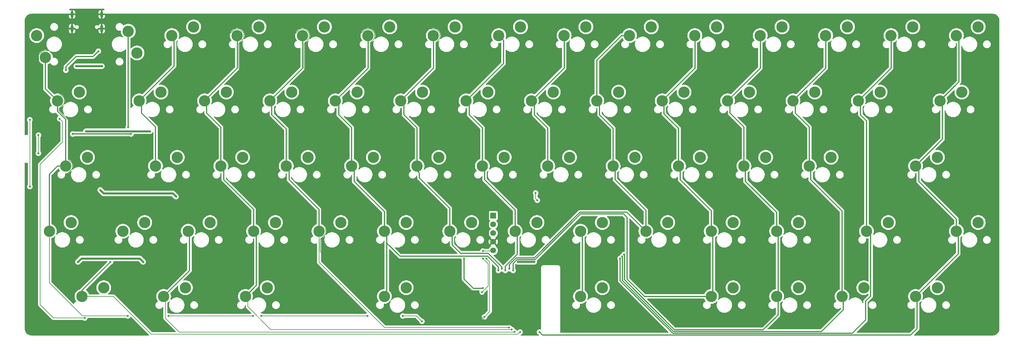
<source format=gbr>
%TF.GenerationSoftware,KiCad,Pcbnew,9.0.1*%
%TF.CreationDate,2025-05-16T22:45:17+09:00*%
%TF.ProjectId,H360,48333630-2e6b-4696-9361-645f70636258,rev?*%
%TF.SameCoordinates,Original*%
%TF.FileFunction,Copper,L1,Top*%
%TF.FilePolarity,Positive*%
%FSLAX46Y46*%
G04 Gerber Fmt 4.6, Leading zero omitted, Abs format (unit mm)*
G04 Created by KiCad (PCBNEW 9.0.1) date 2025-05-16 22:45:17*
%MOMM*%
%LPD*%
G01*
G04 APERTURE LIST*
%TA.AperFunction,ComponentPad*%
%ADD10R,1.700000X1.700000*%
%TD*%
%TA.AperFunction,ComponentPad*%
%ADD11C,1.700000*%
%TD*%
%TA.AperFunction,ComponentPad*%
%ADD12C,3.300000*%
%TD*%
%TA.AperFunction,ComponentPad*%
%ADD13O,0.900000X2.000000*%
%TD*%
%TA.AperFunction,ComponentPad*%
%ADD14O,0.900000X1.700000*%
%TD*%
%TA.AperFunction,ViaPad*%
%ADD15C,0.600000*%
%TD*%
%TA.AperFunction,Conductor*%
%ADD16C,0.300000*%
%TD*%
%TA.AperFunction,Conductor*%
%ADD17C,0.200000*%
%TD*%
%TA.AperFunction,Conductor*%
%ADD18C,0.600000*%
%TD*%
G04 APERTURE END LIST*
D10*
%TO.P,REF\u002A\u002A,1*%
%TO.N,+3.3V*%
X206500000Y-162000000D03*
D11*
%TO.P,REF\u002A\u002A,2*%
%TO.N,SWDIO*%
X206500000Y-164540000D03*
%TO.P,REF\u002A\u002A,3*%
%TO.N,SWDCLK*%
X206500000Y-167080000D03*
%TO.P,REF\u002A\u002A,4*%
%TO.N,GND*%
X206500000Y-169620000D03*
%TO.P,REF\u002A\u002A,5*%
%TO.N,RST*%
X206500000Y-172160000D03*
%TD*%
D12*
%TO.P,MX21,1,1*%
%TO.N,COL6*%
X179546250Y-128428750D03*
%TO.P,MX21,2,2*%
%TO.N,Net-(D23-A)*%
X185896250Y-125888750D03*
%TD*%
%TO.P,MX61,1,1*%
%TO.N,COL8*%
X231933750Y-185578750D03*
%TO.P,MX61,2,2*%
%TO.N,Net-(D63-A)*%
X238283750Y-183038750D03*
%TD*%
%TO.P,MX9,1,1*%
%TO.N,COL8*%
X227171250Y-109378750D03*
%TO.P,MX9,2,2*%
%TO.N,Net-(D11-A)*%
X233521250Y-106838750D03*
%TD*%
%TO.P,MX5,1,1*%
%TO.N,COL4*%
X150971250Y-109378750D03*
%TO.P,MX5,2,2*%
%TO.N,Net-(D7-A)*%
X157321250Y-106838750D03*
%TD*%
%TO.P,MX26,1,1*%
%TO.N,COL11*%
X274796250Y-128428750D03*
%TO.P,MX26,2,2*%
%TO.N,Net-(D28-A)*%
X281146250Y-125888750D03*
%TD*%
%TO.P,MX1,1,1*%
%TO.N,COL0*%
X76041250Y-115728750D03*
%TO.P,MX1,2,2*%
%TO.N,Net-(D3-A)*%
X73501250Y-109378750D03*
%TD*%
%TO.P,MX10,1,1*%
%TO.N,COL9*%
X246221250Y-109378750D03*
%TO.P,MX10,2,2*%
%TO.N,Net-(D12-A)*%
X252571250Y-106838750D03*
%TD*%
%TO.P,MX19,1,1*%
%TO.N,COL4*%
X141446250Y-128428750D03*
%TO.P,MX19,2,2*%
%TO.N,Net-(D21-A)*%
X147796250Y-125888750D03*
%TD*%
%TO.P,MX45,1,1*%
%TO.N,COL2*%
X117633750Y-166528750D03*
%TO.P,MX45,2,2*%
%TO.N,Net-(D47-A)*%
X123983750Y-163988750D03*
%TD*%
%TO.P,MX63,1,1*%
%TO.N,COL11*%
X289083750Y-185578750D03*
%TO.P,MX63,2,2*%
%TO.N,Net-(D65-A)*%
X295433750Y-183038750D03*
%TD*%
%TO.P,MX35,1,1*%
%TO.N,COL6*%
X184308750Y-147478750D03*
%TO.P,MX35,2,2*%
%TO.N,Net-(D37-A)*%
X190658750Y-144938750D03*
%TD*%
%TO.P,MX16,1,1*%
%TO.N,COL0*%
X79533750Y-128428750D03*
%TO.P,MX16,2,2*%
%TO.N,Net-(D18-A)*%
X85883750Y-125888750D03*
%TD*%
%TO.P,MX53,1,1*%
%TO.N,COL10*%
X270033750Y-166528750D03*
%TO.P,MX53,2,2*%
%TO.N,Net-(D55-A)*%
X276383750Y-163988750D03*
%TD*%
%TO.P,MX30,1,1*%
%TO.N,COL0*%
X81915000Y-147478750D03*
%TO.P,MX30,2,2*%
%TO.N,Net-(D32-A)*%
X88265000Y-144938750D03*
%TD*%
%TO.P,MX23,1,1*%
%TO.N,COL8*%
X217646250Y-128428750D03*
%TO.P,MX23,2,2*%
%TO.N,Net-(D25-A)*%
X223996250Y-125888750D03*
%TD*%
%TO.P,MX11,1,1*%
%TO.N,COL10*%
X265271250Y-109378750D03*
%TO.P,MX11,2,2*%
%TO.N,Net-(D13-A)*%
X271621250Y-106838750D03*
%TD*%
%TO.P,MX46,1,1*%
%TO.N,COL3*%
X136683750Y-166528750D03*
%TO.P,MX46,2,2*%
%TO.N,Net-(D48-A)*%
X143033750Y-163988750D03*
%TD*%
%TO.P,MX18,1,1*%
%TO.N,COL3*%
X122396250Y-128428750D03*
%TO.P,MX18,2,2*%
%TO.N,Net-(D20-A)*%
X128746250Y-125888750D03*
%TD*%
%TO.P,MX49,1,1*%
%TO.N,COL6*%
X193833750Y-166528750D03*
%TO.P,MX49,2,2*%
%TO.N,Net-(D51-A)*%
X200183750Y-163988750D03*
%TD*%
D13*
%TO.P,J1,S1,SHIELD*%
%TO.N,GND*%
X83781250Y-107357500D03*
%TO.P,J1,S2,SHIELD*%
X92431250Y-107357500D03*
D14*
%TO.P,J1,S3,SHIELD*%
X83781250Y-103187500D03*
%TO.P,J1,S4,SHIELD*%
X92431250Y-103187500D03*
%TD*%
D12*
%TO.P,MX22,1,1*%
%TO.N,COL7*%
X198596250Y-128428750D03*
%TO.P,MX22,2,2*%
%TO.N,Net-(D24-A)*%
X204946250Y-125888750D03*
%TD*%
%TO.P,MX29,1,1*%
%TO.N,COL14*%
X336708750Y-128428750D03*
%TO.P,MX29,2,2*%
%TO.N,Net-(D31-A)*%
X343058750Y-125888750D03*
%TD*%
%TO.P,MX39,1,1*%
%TO.N,COL10*%
X260508750Y-147478750D03*
%TO.P,MX39,2,2*%
%TO.N,Net-(D41-A)*%
X266858750Y-144938750D03*
%TD*%
%TO.P,MX4,1,1*%
%TO.N,COL3*%
X131921250Y-109378750D03*
%TO.P,MX4,2,2*%
%TO.N,Net-(D6-A)*%
X138271250Y-106838750D03*
%TD*%
%TO.P,MX55,1,1*%
%TO.N,COL13*%
X315277500Y-166528750D03*
%TO.P,MX55,2,2*%
%TO.N,Net-(D58-A)*%
X321627500Y-163988750D03*
%TD*%
%TO.P,MX56,1,1*%
%TO.N,COL14*%
X341471250Y-166528750D03*
%TO.P,MX56,2,2*%
%TO.N,Net-(D57-A)*%
X347821250Y-163988750D03*
%TD*%
%TO.P,MX33,1,1*%
%TO.N,COL4*%
X146208750Y-147478750D03*
%TO.P,MX33,2,2*%
%TO.N,Net-(D35-A)*%
X152558750Y-144938750D03*
%TD*%
%TO.P,MX43,1,1*%
%TO.N,COL0*%
X77152500Y-166528750D03*
%TO.P,MX43,2,2*%
%TO.N,Net-(D45-A)*%
X83502500Y-163988750D03*
%TD*%
%TO.P,MX41,1,1*%
%TO.N,COL12*%
X298608750Y-147478750D03*
%TO.P,MX41,2,2*%
%TO.N,Net-(D43-A)*%
X304958750Y-144938750D03*
%TD*%
%TO.P,MX27,1,1*%
%TO.N,COL12*%
X293846250Y-128428750D03*
%TO.P,MX27,2,2*%
%TO.N,Net-(D29-A)*%
X300196250Y-125888750D03*
%TD*%
%TO.P,MX64,1,1*%
%TO.N,COL12*%
X308133750Y-185578750D03*
%TO.P,MX64,2,2*%
%TO.N,Net-(D66-A)*%
X314483750Y-183038750D03*
%TD*%
%TO.P,MX28,1,1*%
%TO.N,COL13*%
X312896250Y-128428750D03*
%TO.P,MX28,2,2*%
%TO.N,Net-(D30-A)*%
X319246250Y-125888750D03*
%TD*%
%TO.P,MX50,1,1*%
%TO.N,COL7*%
X212883750Y-166528750D03*
%TO.P,MX50,2,2*%
%TO.N,Net-(D52-A)*%
X219233750Y-163988750D03*
%TD*%
%TO.P,MX48,1,1*%
%TO.N,COL5*%
X174783750Y-166528750D03*
%TO.P,MX48,2,2*%
%TO.N,Net-(D50-A)*%
X181133750Y-163988750D03*
%TD*%
%TO.P,MX44,1,1*%
%TO.N,COL1*%
X98583750Y-166528750D03*
%TO.P,MX44,2,2*%
%TO.N,Net-(D46-A)*%
X104933750Y-163988750D03*
%TD*%
%TO.P,MX34,1,1*%
%TO.N,COL5*%
X165258750Y-147478750D03*
%TO.P,MX34,2,2*%
%TO.N,Net-(D36-A)*%
X171608750Y-144938750D03*
%TD*%
%TO.P,MX2,1,1*%
%TO.N,COL1*%
X100171250Y-108108750D03*
%TO.P,MX2,2,2*%
%TO.N,Net-(D4-A)*%
X102711250Y-114458750D03*
%TD*%
%TO.P,MX38,1,1*%
%TO.N,COL9*%
X241458750Y-147478750D03*
%TO.P,MX38,2,2*%
%TO.N,Net-(D40-A)*%
X247808750Y-144938750D03*
%TD*%
%TO.P,MX24,1,1*%
%TO.N,COL9*%
X236696250Y-128428750D03*
%TO.P,MX24,2,2*%
%TO.N,Net-(D26-A)*%
X243046250Y-125888750D03*
%TD*%
%TO.P,MX13,1,1*%
%TO.N,COL12*%
X303371250Y-109378750D03*
%TO.P,MX13,2,2*%
%TO.N,Net-(D15-A)*%
X309721250Y-106838750D03*
%TD*%
%TO.P,MX3,1,1*%
%TO.N,COL2*%
X112871250Y-109378750D03*
%TO.P,MX3,2,2*%
%TO.N,Net-(D5-A)*%
X119221250Y-106838750D03*
%TD*%
%TO.P,MX36,1,1*%
%TO.N,COL7*%
X203358750Y-147478750D03*
%TO.P,MX36,2,2*%
%TO.N,Net-(D38-A)*%
X209708750Y-144938750D03*
%TD*%
%TO.P,MX31,1,1*%
%TO.N,COL2*%
X108108750Y-147478750D03*
%TO.P,MX31,2,2*%
%TO.N,Net-(D33-A)*%
X114458750Y-144938750D03*
%TD*%
%TO.P,MX58,1,1*%
%TO.N,COL2*%
X110490000Y-185578750D03*
%TO.P,MX58,2,2*%
%TO.N,Net-(D60-A)*%
X116840000Y-183038750D03*
%TD*%
%TO.P,MX20,1,1*%
%TO.N,COL5*%
X160496250Y-128428750D03*
%TO.P,MX20,2,2*%
%TO.N,Net-(D22-A)*%
X166846250Y-125888750D03*
%TD*%
%TO.P,MX14,1,1*%
%TO.N,COL13*%
X322421250Y-109378750D03*
%TO.P,MX14,2,2*%
%TO.N,Net-(D16-A)*%
X328771250Y-106838750D03*
%TD*%
%TO.P,MX62,1,1*%
%TO.N,COL10*%
X270033750Y-185578750D03*
%TO.P,MX62,2,2*%
%TO.N,Net-(D64-A)*%
X276383750Y-183038750D03*
%TD*%
%TO.P,MX17,1,1*%
%TO.N,COL2*%
X103346250Y-128428750D03*
%TO.P,MX17,2,2*%
%TO.N,Net-(D19-A)*%
X109696250Y-125888750D03*
%TD*%
%TO.P,MX60,1,1*%
%TO.N,COL5*%
X174783750Y-185578750D03*
%TO.P,MX60,2,2*%
%TO.N,Net-(D62-A)*%
X181133750Y-183038750D03*
%TD*%
%TO.P,MX51,1,1*%
%TO.N,COL8*%
X231933750Y-166528750D03*
%TO.P,MX51,2,2*%
%TO.N,Net-(D53-A)*%
X238283750Y-163988750D03*
%TD*%
%TO.P,MX8,1,1*%
%TO.N,COL7*%
X208121250Y-109378750D03*
%TO.P,MX8,2,2*%
%TO.N,Net-(D10-A)*%
X214471250Y-106838750D03*
%TD*%
%TO.P,MX42,1,1*%
%TO.N,COL14*%
X329565000Y-147478750D03*
%TO.P,MX42,2,2*%
%TO.N,Net-(D44-A)*%
X335915000Y-144938750D03*
%TD*%
%TO.P,MX32,1,1*%
%TO.N,COL3*%
X127158750Y-147478750D03*
%TO.P,MX32,2,2*%
%TO.N,Net-(D34-A)*%
X133508750Y-144938750D03*
%TD*%
%TO.P,MX25,1,1*%
%TO.N,COL10*%
X255746250Y-128428750D03*
%TO.P,MX25,2,2*%
%TO.N,Net-(D27-A)*%
X262096250Y-125888750D03*
%TD*%
%TO.P,MX15,1,1*%
%TO.N,COL14*%
X341471250Y-109378750D03*
%TO.P,MX15,2,2*%
%TO.N,Net-(D17-A)*%
X347821250Y-106838750D03*
%TD*%
%TO.P,MX52,1,1*%
%TO.N,COL9*%
X250983750Y-166528750D03*
%TO.P,MX52,2,2*%
%TO.N,Net-(D54-A)*%
X257333750Y-163988750D03*
%TD*%
%TO.P,MX37,1,1*%
%TO.N,COL8*%
X222408750Y-147478750D03*
%TO.P,MX37,2,2*%
%TO.N,Net-(D39-A)*%
X228758750Y-144938750D03*
%TD*%
%TO.P,MX47,1,1*%
%TO.N,COL4*%
X155733750Y-166528750D03*
%TO.P,MX47,2,2*%
%TO.N,Net-(D49-A)*%
X162083750Y-163988750D03*
%TD*%
%TO.P,MX6,1,1*%
%TO.N,COL5*%
X170021250Y-109378750D03*
%TO.P,MX6,2,2*%
%TO.N,Net-(D8-A)*%
X176371250Y-106838750D03*
%TD*%
%TO.P,MX7,1,1*%
%TO.N,COL6*%
X189071250Y-109378750D03*
%TO.P,MX7,2,2*%
%TO.N,Net-(D9-A)*%
X195421250Y-106838750D03*
%TD*%
%TO.P,MX54,1,1*%
%TO.N,COL11*%
X289083750Y-166528750D03*
%TO.P,MX54,2,2*%
%TO.N,Net-(D56-A)*%
X295433750Y-163988750D03*
%TD*%
%TO.P,MX65,1,1*%
%TO.N,COL14*%
X329565000Y-185578750D03*
%TO.P,MX65,2,2*%
%TO.N,Net-(D67-A)*%
X335915000Y-183038750D03*
%TD*%
%TO.P,MX40,1,1*%
%TO.N,COL11*%
X279558750Y-147478750D03*
%TO.P,MX40,2,2*%
%TO.N,Net-(D42-A)*%
X285908750Y-144938750D03*
%TD*%
%TO.P,MX12,1,1*%
%TO.N,COL11*%
X284321250Y-109378750D03*
%TO.P,MX12,2,2*%
%TO.N,Net-(D14-A)*%
X290671250Y-106838750D03*
%TD*%
%TO.P,MX59,1,1*%
%TO.N,COL3*%
X134302500Y-185578750D03*
%TO.P,MX59,2,2*%
%TO.N,Net-(D61-A)*%
X140652500Y-183038750D03*
%TD*%
%TO.P,MX57,1,1*%
%TO.N,COL1*%
X86677500Y-185578750D03*
%TO.P,MX57,2,2*%
%TO.N,Net-(D59-A)*%
X93027500Y-183038750D03*
%TD*%
D15*
%TO.N,+5V*%
X198000000Y-174500000D03*
X203527164Y-183178634D03*
X91455625Y-113955625D03*
X101000000Y-138118750D03*
X84000000Y-138119750D03*
X82000000Y-119500000D03*
%TO.N,GND*%
X78500000Y-141000000D03*
X80009620Y-137740380D03*
X77000000Y-133000000D03*
X75625000Y-139375000D03*
X194000000Y-192500000D03*
X75478406Y-134921476D03*
X198500000Y-185000000D03*
X202870472Y-191400000D03*
X91750000Y-109250000D03*
X220000000Y-178500000D03*
X84906250Y-108906250D03*
X84500000Y-111500000D03*
X195125000Y-185375000D03*
X201000000Y-185000000D03*
X220000000Y-194500000D03*
X75500000Y-144000000D03*
X72750000Y-158000000D03*
X206781000Y-178000000D03*
X73000000Y-135000000D03*
X78537500Y-133462500D03*
X91625000Y-111375000D03*
%TO.N,+VSW*%
X80168750Y-133668750D03*
X87500000Y-191900000D03*
%TO.N,+3.3V*%
X204500000Y-174500000D03*
X203909500Y-191590500D03*
%TO.N,ROW0*%
X71500000Y-134000000D03*
X71500000Y-153500000D03*
X92500000Y-118331250D03*
X85000000Y-118331250D03*
%TO.N,ROW1*%
X106500000Y-137318750D03*
X87818750Y-137318750D03*
%TO.N,ROW2*%
X92000000Y-154500000D03*
X114068750Y-156431250D03*
%TO.N,ROW3*%
X85500000Y-175500000D03*
X213646510Y-175481250D03*
X218500000Y-175481250D03*
X104500000Y-175500000D03*
%TO.N,COL0*%
X185737500Y-192881250D03*
X136525000Y-191293750D03*
X100012500Y-191293750D03*
X169862500Y-191293750D03*
X111918750Y-191293750D03*
X138906250Y-191293750D03*
X180181250Y-191293750D03*
%TO.N,COL1*%
X214312500Y-196001000D03*
X100171250Y-136171250D03*
X95000000Y-175500000D03*
%TO.N,COL2*%
X212697610Y-195973610D03*
%TO.N,COL3*%
X211931250Y-195262500D03*
%TO.N,COL4*%
X211137500Y-194654891D03*
%TO.N,COL5*%
X208000000Y-178000000D03*
%TO.N,COL6*%
X209000000Y-177500000D03*
%TO.N,COL7*%
X210000000Y-178000000D03*
%TO.N,COL8*%
X219355000Y-157500000D03*
X218858750Y-155358750D03*
%TO.N,COL9*%
X211181000Y-177500000D03*
%TO.N,COL10*%
X212281000Y-178000000D03*
%TO.N,COL11*%
X244631374Y-173368626D03*
%TO.N,COL12*%
X244065687Y-173934313D03*
%TO.N,COL13*%
X243500000Y-174500000D03*
%TO.N,COL14*%
X220000000Y-196000000D03*
%TO.N,Net-(SW1-A)*%
X74000000Y-138456250D03*
X74000000Y-143750000D03*
%TO.N,RST*%
X203500000Y-174500000D03*
X203255741Y-184300000D03*
X203500000Y-172350000D03*
%TD*%
D16*
%TO.N,+5V*%
X203527164Y-183178634D02*
X203505798Y-183200000D01*
X90380250Y-138119750D02*
X90381250Y-138118750D01*
X84000000Y-138119750D02*
X90380250Y-138119750D01*
X89911250Y-115500000D02*
X85000000Y-115500000D01*
X200700000Y-183200000D02*
X198000000Y-180500000D01*
X203505798Y-183200000D02*
X200700000Y-183200000D01*
X198000000Y-180500000D02*
X198000000Y-174500000D01*
X85000000Y-115500000D02*
X82000000Y-118500000D01*
X91455625Y-113955625D02*
X89911250Y-115500000D01*
X90381250Y-138118750D02*
X101000000Y-138118750D01*
X82000000Y-118500000D02*
X82000000Y-119500000D01*
D17*
%TO.N,GND*%
X174088413Y-189344750D02*
X176248850Y-187184313D01*
X157684750Y-125500000D02*
X157684750Y-167336881D01*
X119584750Y-118956119D02*
X131113119Y-107427750D01*
D16*
X85000000Y-112000000D02*
X84500000Y-111500000D01*
D17*
X151779381Y-107427750D02*
X152922250Y-108570619D01*
X179091582Y-184341582D02*
X180250000Y-185500000D01*
X80341881Y-126477750D02*
X81484750Y-127620619D01*
X150163119Y-107427750D02*
X151779381Y-107427750D01*
X73490000Y-136500000D02*
X73000000Y-136500000D01*
X82723131Y-145527750D02*
X83866000Y-146670619D01*
X205470472Y-194000000D02*
X202870472Y-191400000D01*
X184000000Y-183500000D02*
X195250000Y-183500000D01*
X80000000Y-137730760D02*
X80000000Y-134925000D01*
D16*
X84906250Y-108906250D02*
X84500000Y-109312500D01*
D17*
X191022250Y-108570619D02*
X191022250Y-110186881D01*
X157684750Y-125500000D02*
X157684750Y-118956119D01*
X157684750Y-125341060D02*
X157684750Y-125500000D01*
X83866000Y-146670619D02*
X83866000Y-148286881D01*
X152922250Y-108570619D02*
X152922250Y-110186881D01*
X81484750Y-127620619D02*
X81484750Y-129236881D01*
X76000000Y-139010000D02*
X76000000Y-139000000D01*
X75625000Y-139375000D02*
X75625000Y-138635000D01*
X75233119Y-113777750D02*
X77094076Y-113777750D01*
X169213119Y-107427750D02*
X170829381Y-107427750D01*
X195125000Y-185375000D02*
X195250000Y-185250000D01*
X78075000Y-133000000D02*
X77000000Y-133000000D01*
X219500000Y-179000000D02*
X220000000Y-178500000D01*
X189879381Y-139961294D02*
X205204369Y-155286282D01*
X170829381Y-113307632D02*
X175510874Y-117989125D01*
X220000000Y-194500000D02*
X220000000Y-178500000D01*
X176248850Y-187184313D02*
X176248850Y-187147461D01*
X171972250Y-110186881D02*
X170829381Y-111329750D01*
X75635000Y-139375000D02*
X76000000Y-139010000D01*
X170829381Y-111329750D02*
X170829381Y-113307632D01*
X151428250Y-111680881D02*
X151428250Y-119084560D01*
X194500000Y-192000000D02*
X202270472Y-192000000D01*
X207062000Y-179000000D02*
X219500000Y-179000000D01*
X77094076Y-113777750D02*
X80341881Y-117025555D01*
D16*
X91625000Y-111375000D02*
X92075000Y-110925000D01*
D17*
X78537500Y-133462500D02*
X78075000Y-133000000D01*
X177622461Y-185773850D02*
X177659314Y-185773850D01*
X138506309Y-119084560D02*
X150163119Y-107427750D01*
X75500000Y-144000000D02*
X78500000Y-141000000D01*
X157684750Y-118956119D02*
X169213119Y-107427750D01*
X75478406Y-134521594D02*
X77000000Y-133000000D01*
X79990750Y-130730881D02*
X79990750Y-131352940D01*
X81484750Y-129236881D02*
X79990750Y-130730881D01*
X206781000Y-178000000D02*
X206781000Y-178719000D01*
X175510874Y-117989125D02*
X186072250Y-107427750D01*
X152922250Y-110186881D02*
X151428250Y-111680881D01*
X80009620Y-137740380D02*
X80000000Y-137750000D01*
X177659314Y-185773850D02*
X179091582Y-184341582D01*
X80341881Y-117025555D02*
X80341881Y-126477750D01*
X75625000Y-139375000D02*
X75635000Y-139375000D01*
X75478406Y-134921476D02*
X75478406Y-134521594D01*
X189879381Y-111329750D02*
X189879381Y-139961294D01*
X200000000Y-185000000D02*
X199750000Y-184750000D01*
X80000000Y-139500000D02*
X78500000Y-141000000D01*
X80000000Y-134925000D02*
X78537500Y-133462500D01*
D16*
X74000000Y-112000000D02*
X74000000Y-130000000D01*
D17*
X132729381Y-107427750D02*
X133872250Y-108570619D01*
X202270472Y-192000000D02*
X202870472Y-191400000D01*
X83866000Y-148286881D02*
X82723131Y-149429750D01*
X186072250Y-107427750D02*
X189879381Y-107427750D01*
X182000000Y-185500000D02*
X184000000Y-183500000D01*
X191022250Y-110186881D02*
X189879381Y-111329750D01*
X195250000Y-185250000D02*
X195250000Y-183500000D01*
X131113119Y-107427750D02*
X132729381Y-107427750D01*
X157684750Y-167336881D02*
X156134750Y-168886881D01*
D16*
X91000000Y-112000000D02*
X85000000Y-112000000D01*
D17*
X170829381Y-107427750D02*
X171972250Y-108570619D01*
X201000000Y-185000000D02*
X200000000Y-185000000D01*
X195250000Y-183500000D02*
X198500000Y-183500000D01*
X205204369Y-155286282D02*
X205204369Y-168324369D01*
X173005924Y-189344750D02*
X174088413Y-189344750D01*
X132378250Y-111680881D02*
X132378250Y-119084560D01*
D16*
X76500000Y-109500000D02*
X74000000Y-112000000D01*
D17*
X80000000Y-137750000D02*
X80000000Y-139500000D01*
D16*
X82500000Y-109500000D02*
X76500000Y-109500000D01*
D17*
X199750000Y-184750000D02*
X199625000Y-184625000D01*
X80009620Y-137740380D02*
X80000000Y-137730760D01*
D16*
X92075000Y-109575000D02*
X91750000Y-109250000D01*
D17*
X199625000Y-184625000D02*
X202870472Y-187870472D01*
D16*
X92075000Y-110925000D02*
X92075000Y-109575000D01*
D17*
X82723131Y-134085321D02*
X82723131Y-145527750D01*
X82723131Y-149429750D02*
X82723131Y-159815250D01*
D16*
X84500000Y-109312500D02*
X84500000Y-111500000D01*
D17*
X72750000Y-158000000D02*
X73000000Y-157750000D01*
X171972250Y-108570619D02*
X171972250Y-110186881D01*
X198500000Y-183500000D02*
X199625000Y-184625000D01*
X75625000Y-138635000D02*
X73490000Y-136500000D01*
X156134750Y-168886881D02*
X156134750Y-172473576D01*
D16*
X74000000Y-130000000D02*
X77000000Y-133000000D01*
D17*
X206781000Y-178719000D02*
X207062000Y-179000000D01*
X76000000Y-139000000D02*
X76500000Y-139000000D01*
X205204369Y-168324369D02*
X206500000Y-169620000D01*
D16*
X91625000Y-111375000D02*
X91000000Y-112000000D01*
D17*
X73000000Y-116010869D02*
X75233119Y-113777750D01*
X113679381Y-159815250D02*
X119584750Y-153909881D01*
X176248850Y-187147461D02*
X177622461Y-185773850D01*
X79990750Y-131352940D02*
X82723131Y-134085321D01*
X132378250Y-119084560D02*
X138506309Y-119084560D01*
X119584750Y-153909881D02*
X119584750Y-118956119D01*
X73000000Y-157750000D02*
X73000000Y-146500000D01*
X156134750Y-172473576D02*
X173005924Y-189344750D01*
X73000000Y-157750000D02*
X73000000Y-135000000D01*
X151428250Y-119084560D02*
X157684750Y-125341060D01*
X76500000Y-139000000D02*
X78500000Y-141000000D01*
X219500000Y-194000000D02*
X205470472Y-194000000D01*
X189879381Y-107427750D02*
X191022250Y-108570619D01*
X73000000Y-135000000D02*
X73000000Y-116010869D01*
X133872250Y-110186881D02*
X132378250Y-111680881D01*
X133872250Y-108570619D02*
X133872250Y-110186881D01*
X180250000Y-185500000D02*
X182000000Y-185500000D01*
X202870472Y-187870472D02*
X202870472Y-191400000D01*
X73000000Y-146500000D02*
X75500000Y-144000000D01*
X220000000Y-194500000D02*
X219500000Y-194000000D01*
X198500000Y-185000000D02*
X200000000Y-185000000D01*
D16*
X85000000Y-112000000D02*
X82500000Y-109500000D01*
D17*
X82723131Y-159815250D02*
X113679381Y-159815250D01*
X194000000Y-192500000D02*
X194500000Y-192000000D01*
%TO.N,+VSW*%
X80168750Y-133668750D02*
X81000000Y-134500000D01*
X78400000Y-191900000D02*
X87500000Y-191900000D01*
X74500000Y-188000000D02*
X78400000Y-191900000D01*
X74500000Y-147000000D02*
X74500000Y-188000000D01*
X81000000Y-140500000D02*
X74500000Y-147000000D01*
X81000000Y-134500000D02*
X81000000Y-140500000D01*
%TO.N,+3.3V*%
X203909500Y-191590500D02*
X205500000Y-190000000D01*
X205500000Y-190000000D02*
X205500000Y-175500000D01*
X205500000Y-175500000D02*
X204500000Y-174500000D01*
D18*
%TO.N,ROW0*%
X85000000Y-118331250D02*
X92500000Y-118331250D01*
D17*
X71500000Y-134000000D02*
X71500000Y-153500000D01*
D18*
%TO.N,ROW1*%
X87818750Y-137318750D02*
X106500000Y-137318750D01*
%TO.N,ROW2*%
X93000000Y-155500000D02*
X113137500Y-155500000D01*
X92000000Y-154500000D02*
X93000000Y-155500000D01*
X113137500Y-155500000D02*
X114068750Y-156431250D01*
%TO.N,ROW3*%
X103500000Y-174500000D02*
X86500000Y-174500000D01*
X104500000Y-175500000D02*
X103500000Y-174500000D01*
X213646510Y-175481250D02*
X218500000Y-175481250D01*
X86500000Y-174500000D02*
X85500000Y-175500000D01*
D16*
%TO.N,COL0*%
X76041250Y-124936250D02*
X79533750Y-128428750D01*
X79539750Y-131497287D02*
X79533750Y-131503287D01*
D17*
X111918750Y-191293750D02*
X136525000Y-191293750D01*
D16*
X79581548Y-147478750D02*
X77152500Y-149907798D01*
D17*
X77152500Y-181597576D02*
X86848674Y-191293750D01*
D16*
X79533750Y-131533750D02*
X81915000Y-133915000D01*
X79533750Y-128428750D02*
X79533750Y-130434213D01*
D17*
X180181250Y-191293750D02*
X184150000Y-191293750D01*
D16*
X79539750Y-130440213D02*
X79539750Y-131497287D01*
X79533750Y-131503287D02*
X79533750Y-131533750D01*
X79533750Y-130434213D02*
X79539750Y-130440213D01*
X81915000Y-147478750D02*
X79581548Y-147478750D01*
D17*
X138906250Y-191293750D02*
X169862500Y-191293750D01*
X184150000Y-191293750D02*
X185737500Y-192881250D01*
X77152500Y-166528750D02*
X77152500Y-181597576D01*
D16*
X77152500Y-149907798D02*
X77152500Y-166528750D01*
D17*
X86848674Y-191293750D02*
X100012500Y-191293750D01*
D16*
X81915000Y-133915000D02*
X81915000Y-147478750D01*
X76041250Y-115728750D02*
X76041250Y-124936250D01*
%TO.N,COL1*%
X95000000Y-175500000D02*
X86677500Y-183822500D01*
X100171250Y-136171250D02*
X100171250Y-108108750D01*
D17*
X106847869Y-196602000D02*
X95824619Y-185578750D01*
X214312500Y-196001000D02*
X213711500Y-196602000D01*
X213711500Y-196602000D02*
X106847869Y-196602000D01*
D16*
X86677500Y-183822500D02*
X86677500Y-185578750D01*
D17*
X95824619Y-185578750D02*
X86677500Y-185578750D01*
D16*
%TO.N,COL2*%
X108108750Y-136108750D02*
X108108750Y-147478750D01*
D17*
X111000000Y-186088750D02*
X110490000Y-185578750D01*
X212697610Y-195973610D02*
X212670220Y-196001000D01*
D16*
X117633750Y-166528750D02*
X118000000Y-166895000D01*
D17*
X212670220Y-196001000D02*
X115038500Y-196001000D01*
D16*
X104000000Y-129082500D02*
X104000000Y-132000000D01*
X113500000Y-110007500D02*
X113500000Y-118275000D01*
D17*
X111000000Y-191962500D02*
X111000000Y-186088750D01*
X115038500Y-196001000D02*
X111000000Y-191962500D01*
D16*
X118000000Y-166895000D02*
X118000000Y-178068750D01*
X118000000Y-178068750D02*
X110490000Y-185578750D01*
X113500000Y-118275000D02*
X103346250Y-128428750D01*
X104000000Y-132000000D02*
X108108750Y-136108750D01*
X103346250Y-128428750D02*
X104000000Y-129082500D01*
X112871250Y-109378750D02*
X113500000Y-110007500D01*
%TO.N,COL3*%
X137500000Y-167345000D02*
X137500000Y-182381250D01*
X123000000Y-132000000D02*
X127158750Y-136158750D01*
X127158750Y-136158750D02*
X127158750Y-147478750D01*
X137500000Y-182381250D02*
X134302500Y-185578750D01*
D17*
X211931250Y-195262500D02*
X141652799Y-195262500D01*
D16*
X136683750Y-166528750D02*
X137500000Y-167345000D01*
X128000000Y-151500000D02*
X136683750Y-160183750D01*
D17*
X135000000Y-186276250D02*
X134302500Y-185578750D01*
D16*
X131927250Y-109384750D02*
X131927250Y-118897750D01*
X131927250Y-118897750D02*
X122396250Y-128428750D01*
X128000000Y-148320000D02*
X127158750Y-147478750D01*
X136683750Y-160183750D02*
X136683750Y-166528750D01*
X128000000Y-151500000D02*
X128000000Y-148320000D01*
X122396250Y-128428750D02*
X123000000Y-129032500D01*
D17*
X141652799Y-195262500D02*
X135000000Y-188609701D01*
D16*
X123000000Y-129032500D02*
X123000000Y-132000000D01*
D17*
X135000000Y-188609701D02*
X135000000Y-186276250D01*
D16*
X131921250Y-109378750D02*
X131927250Y-109384750D01*
D17*
%TO.N,COL4*%
X174811141Y-194654891D02*
X155733750Y-175577500D01*
D16*
X147000000Y-151500000D02*
X147000000Y-148270000D01*
X155733750Y-160233750D02*
X155733750Y-166528750D01*
X142000000Y-132500000D02*
X146208750Y-136708750D01*
X142000000Y-128982500D02*
X142000000Y-132500000D01*
X146208750Y-136708750D02*
X146208750Y-147478750D01*
D17*
X211137500Y-194654891D02*
X174811141Y-194654891D01*
D16*
X147000000Y-151500000D02*
X155733750Y-160233750D01*
X141446250Y-128428750D02*
X142000000Y-128982500D01*
X147000000Y-148270000D02*
X146208750Y-147478750D01*
X150977250Y-118897750D02*
X141446250Y-128428750D01*
D17*
X155733750Y-175577500D02*
X155733750Y-166528750D01*
D16*
X150977250Y-109384750D02*
X150977250Y-118897750D01*
X150971250Y-109378750D02*
X150977250Y-109384750D01*
%TO.N,COL5*%
X175500000Y-184862500D02*
X174783750Y-185578750D01*
X175500000Y-169500000D02*
X175500000Y-170000000D01*
X204849000Y-173849000D02*
X208000000Y-177000000D01*
X179349000Y-173849000D02*
X204849000Y-173849000D01*
X174783750Y-166528750D02*
X175500000Y-167245000D01*
X208000000Y-177000000D02*
X208000000Y-178000000D01*
X174783750Y-160783750D02*
X174783750Y-166528750D01*
X160496250Y-128428750D02*
X161500000Y-129432500D01*
X165258750Y-136258750D02*
X165258750Y-147478750D01*
X161500000Y-132500000D02*
X165258750Y-136258750D01*
X170021250Y-109378750D02*
X170027250Y-109384750D01*
X165258750Y-147478750D02*
X166000000Y-148220000D01*
X175500000Y-167245000D02*
X175500000Y-184862500D01*
X166000000Y-152000000D02*
X174783750Y-160783750D01*
X161500000Y-129432500D02*
X161500000Y-132500000D01*
X166000000Y-148220000D02*
X166000000Y-152000000D01*
X170027250Y-118897750D02*
X160496250Y-128428750D01*
X175500000Y-170000000D02*
X179349000Y-173849000D01*
X170027250Y-109384750D02*
X170027250Y-118897750D01*
%TO.N,COL6*%
X193833750Y-159835476D02*
X193833750Y-166528750D01*
X180500000Y-129382500D02*
X180500000Y-132500000D01*
X184308750Y-148808750D02*
X185000000Y-149500000D01*
X194500000Y-170500000D02*
X194500000Y-167195000D01*
X185000000Y-151001726D02*
X193833750Y-159835476D01*
X205000000Y-173000000D02*
X197000000Y-173000000D01*
X194500000Y-167195000D02*
X193833750Y-166528750D01*
X209000000Y-177000000D02*
X205000000Y-173000000D01*
X209000000Y-177500000D02*
X209000000Y-177000000D01*
X180500000Y-132500000D02*
X184308750Y-136308750D01*
X197000000Y-173000000D02*
X194500000Y-170500000D01*
X189077250Y-109384750D02*
X189077250Y-118897750D01*
X189077250Y-118897750D02*
X179546250Y-128428750D01*
X185000000Y-149500000D02*
X185000000Y-151001726D01*
X189071250Y-109378750D02*
X189077250Y-109384750D01*
X184308750Y-136308750D02*
X184308750Y-147478750D01*
X179546250Y-128428750D02*
X180500000Y-129382500D01*
X184308750Y-147478750D02*
X184308750Y-148808750D01*
%TO.N,COL7*%
X209500000Y-110757500D02*
X209500000Y-117525000D01*
X203358750Y-136358750D02*
X203358750Y-147478750D01*
X199500000Y-132500000D02*
X203358750Y-136358750D01*
X213500000Y-167145000D02*
X212883750Y-166528750D01*
X204000000Y-148120000D02*
X204000000Y-151500000D01*
X210000000Y-178000000D02*
X210000000Y-176791480D01*
X208121250Y-109378750D02*
X209500000Y-110757500D01*
X199500000Y-129332500D02*
X199500000Y-132500000D01*
X209500000Y-117525000D02*
X198596250Y-128428750D01*
X213500000Y-173291480D02*
X213500000Y-167145000D01*
X203358750Y-147478750D02*
X204000000Y-148120000D01*
X204000000Y-151500000D02*
X212883750Y-160383750D01*
X210000000Y-176791480D02*
X213500000Y-173291480D01*
X198596250Y-128428750D02*
X199500000Y-129332500D01*
X212883750Y-160383750D02*
X212883750Y-166528750D01*
%TO.N,COL8*%
X232500000Y-185012500D02*
X231933750Y-185578750D01*
X231933750Y-166528750D02*
X232500000Y-167095000D01*
X227177250Y-118897750D02*
X217646250Y-128428750D01*
X222408750Y-136408750D02*
X222408750Y-147478750D01*
D17*
X218858750Y-155358750D02*
X218858750Y-157003750D01*
D16*
X218500000Y-129282500D02*
X218500000Y-132500000D01*
X232500000Y-167095000D02*
X232500000Y-185012500D01*
X227171250Y-109378750D02*
X227177250Y-109384750D01*
X218500000Y-132500000D02*
X222408750Y-136408750D01*
X217646250Y-128428750D02*
X218500000Y-129282500D01*
X227177250Y-109384750D02*
X227177250Y-118897750D01*
D17*
X218858750Y-157003750D02*
X219355000Y-157500000D01*
D16*
%TO.N,COL9*%
X236696250Y-128428750D02*
X237500000Y-129232500D01*
X211181000Y-177500000D02*
X211181000Y-176319000D01*
X242000000Y-148020000D02*
X242000000Y-151500000D01*
X237500000Y-132500000D02*
X241458750Y-136458750D01*
X241458750Y-136458750D02*
X241458750Y-147478750D01*
X243887798Y-109378750D02*
X236696250Y-116570298D01*
X218462229Y-174329250D02*
X231792479Y-160999000D01*
X246221250Y-109378750D02*
X243887798Y-109378750D01*
X245454000Y-160999000D02*
X250983750Y-166528750D01*
X250983750Y-160483750D02*
X250983750Y-166528750D01*
X236696250Y-116570298D02*
X236696250Y-128428750D01*
X242000000Y-151500000D02*
X250983750Y-160483750D01*
X211181000Y-176319000D02*
X213170750Y-174329250D01*
X231792479Y-160999000D02*
X245454000Y-160999000D01*
X241458750Y-147478750D02*
X242000000Y-148020000D01*
X237500000Y-129232500D02*
X237500000Y-132500000D01*
X213170750Y-174329250D02*
X218462229Y-174329250D01*
%TO.N,COL10*%
X212281000Y-175927520D02*
X213378270Y-174830250D01*
X270033750Y-185578750D02*
X270039750Y-185584750D01*
X265271250Y-109378750D02*
X265277250Y-109384750D01*
X255746250Y-128428750D02*
X256242024Y-128924524D01*
X270033750Y-160533750D02*
X270033750Y-166528750D01*
X245500000Y-180500000D02*
X250578750Y-185578750D01*
X265277250Y-118897750D02*
X255746250Y-128428750D01*
X212281000Y-178000000D02*
X212281000Y-175927520D01*
X250578750Y-185578750D02*
X270033750Y-185578750D01*
X260508750Y-136508750D02*
X260508750Y-147478750D01*
X244500000Y-161500000D02*
X245500000Y-162500000D01*
X261000000Y-151500000D02*
X270033750Y-160533750D01*
X261000000Y-147970000D02*
X261000000Y-151500000D01*
X270500000Y-166995000D02*
X270500000Y-185112500D01*
X270033750Y-166528750D02*
X270500000Y-166995000D01*
X256242024Y-128924524D02*
X256242024Y-132242024D01*
X245500000Y-162500000D02*
X245500000Y-180500000D01*
X270500000Y-185112500D02*
X270033750Y-185578750D01*
X256242024Y-132242024D02*
X260508750Y-136508750D01*
X218669749Y-174830250D02*
X232000000Y-161500000D01*
X232000000Y-161500000D02*
X244500000Y-161500000D01*
X213378270Y-174830250D02*
X218669749Y-174830250D01*
X265277250Y-109384750D02*
X265277250Y-118897750D01*
X260508750Y-147478750D02*
X261000000Y-147970000D01*
%TO.N,COL11*%
X244716687Y-180716687D02*
X259346000Y-195346000D01*
X244652000Y-173348000D02*
X244652000Y-173599972D01*
X289500000Y-185162500D02*
X289083750Y-185578750D01*
X280000000Y-152000000D02*
X280000000Y-147920000D01*
X279558750Y-136058750D02*
X279558750Y-147478750D01*
X289083750Y-166528750D02*
X289500000Y-166945000D01*
X275500000Y-132000000D02*
X279558750Y-136058750D01*
X289500000Y-166945000D02*
X289500000Y-185162500D01*
X289500000Y-191000000D02*
X289500000Y-185995000D01*
X289083750Y-166528750D02*
X289083750Y-161083750D01*
X280000000Y-147920000D02*
X279558750Y-147478750D01*
X275500000Y-129132500D02*
X275500000Y-132000000D01*
X285154000Y-195346000D02*
X289500000Y-191000000D01*
X244652000Y-173599972D02*
X244716687Y-173664659D01*
X284327250Y-118897750D02*
X274796250Y-128428750D01*
X244631374Y-173368626D02*
X244652000Y-173348000D01*
X284327250Y-109384750D02*
X284327250Y-118897750D01*
X289083750Y-161083750D02*
X280000000Y-152000000D01*
X284321250Y-109378750D02*
X284327250Y-109384750D01*
X259346000Y-195346000D02*
X285154000Y-195346000D01*
X244716687Y-173664659D02*
X244716687Y-180716687D01*
X274796250Y-128428750D02*
X275500000Y-129132500D01*
X289500000Y-185995000D02*
X289083750Y-185578750D01*
%TO.N,COL12*%
X303377250Y-118897750D02*
X293846250Y-128428750D01*
X259055520Y-195847000D02*
X244104260Y-180895740D01*
X308133750Y-185578750D02*
X308500000Y-185945000D01*
X299000000Y-151500000D02*
X299000000Y-147870000D01*
X308500000Y-189500000D02*
X302153000Y-195847000D01*
X308500000Y-185945000D02*
X308500000Y-189500000D01*
X303377250Y-109384750D02*
X303377250Y-118897750D01*
X244151000Y-174019626D02*
X244065687Y-173934313D01*
X303371250Y-109378750D02*
X303377250Y-109384750D01*
X298608750Y-136108750D02*
X298608750Y-147478750D01*
X299000000Y-151500000D02*
X308133750Y-160633750D01*
X294500000Y-129082500D02*
X294500000Y-132000000D01*
X308133750Y-160633750D02*
X308133750Y-185578750D01*
X293846250Y-128428750D02*
X294500000Y-129082500D01*
X294500000Y-132000000D02*
X298608750Y-136108750D01*
X302153000Y-195847000D02*
X259055520Y-195847000D01*
X244104260Y-180895740D02*
X244151000Y-180849000D01*
X299000000Y-147870000D02*
X298608750Y-147478750D01*
X244151000Y-180849000D02*
X244151000Y-174019626D01*
%TO.N,COL13*%
X312896250Y-128428750D02*
X313500000Y-129032500D01*
X315277500Y-134277500D02*
X315277500Y-166528750D01*
X313500000Y-129032500D02*
X313500000Y-132500000D01*
X315000000Y-192500000D02*
X311152000Y-196348000D01*
X316484750Y-167736000D02*
X316484750Y-185515250D01*
X322427250Y-118897750D02*
X312896250Y-128428750D01*
X258848000Y-196348000D02*
X243500000Y-181000000D01*
X313500000Y-132500000D02*
X315277500Y-134277500D01*
X315277500Y-166528750D02*
X316484750Y-167736000D01*
X322421250Y-109378750D02*
X322427250Y-109384750D01*
X322427250Y-109384750D02*
X322427250Y-118897750D01*
X311152000Y-196348000D02*
X258848000Y-196348000D01*
X243500000Y-181000000D02*
X243500000Y-174500000D01*
X316484750Y-185515250D02*
X315000000Y-187000000D01*
X315000000Y-187000000D02*
X315000000Y-192500000D01*
%TO.N,COL14*%
X341471250Y-162971250D02*
X341471250Y-166528750D01*
X336708750Y-128428750D02*
X337403046Y-129123046D01*
X341471250Y-166528750D02*
X342000000Y-167057500D01*
X330500000Y-148413750D02*
X330500000Y-152000000D01*
X337403046Y-139640704D02*
X329565000Y-147478750D01*
X329565000Y-185578750D02*
X330000000Y-186013750D01*
X341471250Y-109378750D02*
X342229908Y-110137408D01*
X220849000Y-196849000D02*
X220000000Y-196000000D01*
X342000000Y-173143750D02*
X329565000Y-185578750D01*
X329565000Y-147478750D02*
X330500000Y-148413750D01*
X328151000Y-196849000D02*
X220849000Y-196849000D01*
X337403046Y-129123046D02*
X337403046Y-139640704D01*
X330000000Y-195000000D02*
X328151000Y-196849000D01*
X330000000Y-186013750D02*
X330000000Y-195000000D01*
X342229908Y-122907592D02*
X336708750Y-128428750D01*
X342229908Y-110137408D02*
X342229908Y-122907592D01*
X342000000Y-167057500D02*
X342000000Y-173143750D01*
X330500000Y-152000000D02*
X341471250Y-162971250D01*
D17*
%TO.N,Net-(SW1-A)*%
X74000000Y-138456250D02*
X74000000Y-143750000D01*
%TO.N,RST*%
X206310000Y-172350000D02*
X206500000Y-172160000D01*
X203255741Y-184300000D02*
X205000000Y-182555741D01*
X203500000Y-172350000D02*
X206310000Y-172350000D01*
X205000000Y-176000000D02*
X203500000Y-174500000D01*
X205000000Y-182555741D02*
X205000000Y-176000000D01*
%TD*%
%TA.AperFunction,Conductor*%
%TO.N,GND*%
G36*
X93105039Y-101520185D02*
G01*
X93150794Y-101572989D01*
X93162000Y-101624500D01*
X93162000Y-101901228D01*
X93142315Y-101968267D01*
X93089511Y-102014022D01*
X93020353Y-102023966D01*
X92969109Y-102004330D01*
X92881250Y-101945624D01*
X92881241Y-101945619D01*
X92708353Y-101874007D01*
X92708350Y-101874006D01*
X92681250Y-101868615D01*
X92681250Y-102620511D01*
X92671310Y-102603295D01*
X92615455Y-102547440D01*
X92547046Y-102507944D01*
X92470746Y-102487500D01*
X92391754Y-102487500D01*
X92315454Y-102507944D01*
X92247045Y-102547440D01*
X92191190Y-102603295D01*
X92181250Y-102620511D01*
X92181250Y-101868616D01*
X92181249Y-101868615D01*
X92154149Y-101874006D01*
X92154146Y-101874007D01*
X91981258Y-101945619D01*
X91981249Y-101945624D01*
X91825660Y-102049586D01*
X91825656Y-102049589D01*
X91693339Y-102181906D01*
X91693336Y-102181910D01*
X91589374Y-102337499D01*
X91589369Y-102337508D01*
X91517758Y-102510394D01*
X91517756Y-102510402D01*
X91481250Y-102693928D01*
X91481250Y-102937500D01*
X92131250Y-102937500D01*
X92131250Y-103437500D01*
X91481250Y-103437500D01*
X91481250Y-103681071D01*
X91517756Y-103864597D01*
X91517758Y-103864605D01*
X91589369Y-104037491D01*
X91589374Y-104037500D01*
X91693336Y-104193089D01*
X91693339Y-104193093D01*
X91825656Y-104325410D01*
X91825660Y-104325413D01*
X91981249Y-104429375D01*
X91981262Y-104429382D01*
X92154139Y-104500989D01*
X92154146Y-104500991D01*
X92181250Y-104506382D01*
X92181250Y-103754488D01*
X92191190Y-103771705D01*
X92247045Y-103827560D01*
X92315454Y-103867056D01*
X92391754Y-103887500D01*
X92470746Y-103887500D01*
X92547046Y-103867056D01*
X92615455Y-103827560D01*
X92671310Y-103771705D01*
X92681250Y-103754488D01*
X92681250Y-104506381D01*
X92708353Y-104500991D01*
X92708360Y-104500989D01*
X92881237Y-104429382D01*
X92881250Y-104429375D01*
X93036839Y-104325413D01*
X93036843Y-104325410D01*
X93169160Y-104193093D01*
X93169163Y-104193089D01*
X93273125Y-104037500D01*
X93273130Y-104037491D01*
X93344741Y-103864605D01*
X93344743Y-103864597D01*
X93381249Y-103681071D01*
X93381250Y-103681069D01*
X93381250Y-103437500D01*
X92731250Y-103437500D01*
X92731250Y-102937500D01*
X93386046Y-102937500D01*
X93448047Y-102954114D01*
X93469308Y-102966389D01*
X93469309Y-102966389D01*
X93469314Y-102966392D01*
X93596608Y-103000500D01*
X351934108Y-103000500D01*
X351995933Y-103000500D01*
X352004043Y-103000765D01*
X352252895Y-103017075D01*
X352268953Y-103019190D01*
X352476105Y-103060395D01*
X352509535Y-103067045D01*
X352525202Y-103071243D01*
X352694947Y-103128863D01*
X352757481Y-103150091D01*
X352772458Y-103156294D01*
X352981799Y-103259529D01*
X352992460Y-103264787D01*
X353006508Y-103272897D01*
X353210464Y-103409177D01*
X353223328Y-103419048D01*
X353407749Y-103580781D01*
X353419218Y-103592250D01*
X353580951Y-103776671D01*
X353590825Y-103789539D01*
X353727102Y-103993492D01*
X353735212Y-104007539D01*
X353843702Y-104227534D01*
X353849909Y-104242520D01*
X353928756Y-104474797D01*
X353932954Y-104490464D01*
X353980807Y-104731035D01*
X353982925Y-104747116D01*
X353999235Y-104995956D01*
X353999500Y-105004066D01*
X353999500Y-194995933D01*
X353999235Y-195004043D01*
X353982925Y-195252883D01*
X353980807Y-195268964D01*
X353932954Y-195509535D01*
X353928756Y-195525202D01*
X353849909Y-195757479D01*
X353843702Y-195772465D01*
X353735212Y-195992460D01*
X353727102Y-196006507D01*
X353590825Y-196210460D01*
X353580951Y-196223328D01*
X353419218Y-196407749D01*
X353407749Y-196419218D01*
X353223328Y-196580951D01*
X353210460Y-196590825D01*
X353006507Y-196727102D01*
X352992460Y-196735212D01*
X352772465Y-196843702D01*
X352757479Y-196849909D01*
X352525202Y-196928756D01*
X352509535Y-196932954D01*
X352268964Y-196980807D01*
X352252883Y-196982925D01*
X352004043Y-196999235D01*
X351995933Y-196999500D01*
X329219808Y-196999500D01*
X329152769Y-196979815D01*
X329107014Y-196927011D01*
X329097070Y-196857853D01*
X329126095Y-196794297D01*
X329132127Y-196787819D01*
X330505273Y-195414673D01*
X330505277Y-195414669D01*
X330576465Y-195308127D01*
X330625501Y-195189744D01*
X330628810Y-195173110D01*
X330631384Y-195160169D01*
X330631384Y-195160167D01*
X330650500Y-195064069D01*
X330650500Y-187506810D01*
X330670185Y-187439771D01*
X330712500Y-187399423D01*
X330762317Y-187370662D01*
X330985965Y-187199050D01*
X331126714Y-187058300D01*
X331188035Y-187024817D01*
X331257727Y-187029801D01*
X331313661Y-187071672D01*
X331338078Y-187137137D01*
X331328955Y-187193435D01*
X331245152Y-187395755D01*
X331169001Y-187679953D01*
X331130601Y-187971633D01*
X331130600Y-187971650D01*
X331130600Y-188265849D01*
X331130601Y-188265866D01*
X331168111Y-188550789D01*
X331169002Y-188557550D01*
X331213025Y-188721844D01*
X331245150Y-188841737D01*
X331245151Y-188841741D01*
X331357734Y-189113544D01*
X331357742Y-189113560D01*
X331504840Y-189368339D01*
X331504851Y-189368355D01*
X331683948Y-189601759D01*
X331683954Y-189601766D01*
X331891983Y-189809795D01*
X331891990Y-189809801D01*
X332028658Y-189914670D01*
X332125403Y-189988905D01*
X332125410Y-189988909D01*
X332380189Y-190136007D01*
X332380205Y-190136015D01*
X332652005Y-190248597D01*
X332652007Y-190248597D01*
X332652013Y-190248600D01*
X332936200Y-190324748D01*
X333227894Y-190363150D01*
X333227901Y-190363150D01*
X333522099Y-190363150D01*
X333522106Y-190363150D01*
X333813800Y-190324748D01*
X334097987Y-190248600D01*
X334171318Y-190218225D01*
X334369794Y-190136015D01*
X334369797Y-190136013D01*
X334369803Y-190136011D01*
X334624597Y-189988905D01*
X334858011Y-189809800D01*
X335066050Y-189601761D01*
X335245155Y-189368347D01*
X335392261Y-189113553D01*
X335401926Y-189090221D01*
X335450041Y-188974059D01*
X335504850Y-188841737D01*
X335580998Y-188557550D01*
X335619400Y-188265856D01*
X335619400Y-188030171D01*
X337329500Y-188030171D01*
X337329500Y-188207328D01*
X337357214Y-188382306D01*
X337411956Y-188550789D01*
X337411957Y-188550792D01*
X337489426Y-188702831D01*
X337492386Y-188708640D01*
X337596517Y-188851964D01*
X337721786Y-188977233D01*
X337865110Y-189081364D01*
X337928284Y-189113553D01*
X338022957Y-189161792D01*
X338022960Y-189161793D01*
X338076510Y-189179192D01*
X338191445Y-189216536D01*
X338366421Y-189244250D01*
X338366422Y-189244250D01*
X338543578Y-189244250D01*
X338543579Y-189244250D01*
X338718555Y-189216536D01*
X338887042Y-189161792D01*
X339044890Y-189081364D01*
X339188214Y-188977233D01*
X339313483Y-188851964D01*
X339417614Y-188708640D01*
X339498042Y-188550792D01*
X339552786Y-188382305D01*
X339580500Y-188207329D01*
X339580500Y-188030171D01*
X339552786Y-187855195D01*
X339511864Y-187729249D01*
X339498043Y-187686710D01*
X339498042Y-187686707D01*
X339442283Y-187577275D01*
X339417614Y-187528860D01*
X339313483Y-187385536D01*
X339188214Y-187260267D01*
X339044890Y-187156136D01*
X338981732Y-187123955D01*
X338887042Y-187075707D01*
X338887039Y-187075706D01*
X338718556Y-187020964D01*
X338631067Y-187007107D01*
X338543579Y-186993250D01*
X338366421Y-186993250D01*
X338308095Y-187002488D01*
X338191443Y-187020964D01*
X338022960Y-187075706D01*
X338022957Y-187075707D01*
X337865109Y-187156136D01*
X337813772Y-187193435D01*
X337721786Y-187260267D01*
X337721784Y-187260269D01*
X337721783Y-187260269D01*
X337596519Y-187385533D01*
X337596519Y-187385534D01*
X337596517Y-187385536D01*
X337570907Y-187420785D01*
X337492386Y-187528859D01*
X337411957Y-187686707D01*
X337411956Y-187686710D01*
X337357214Y-187855193D01*
X337329500Y-188030171D01*
X335619400Y-188030171D01*
X335619400Y-187971644D01*
X335580998Y-187679950D01*
X335504850Y-187395763D01*
X335500613Y-187385533D01*
X335392265Y-187123955D01*
X335392257Y-187123939D01*
X335245159Y-186869160D01*
X335245155Y-186869153D01*
X335107111Y-186689251D01*
X335066051Y-186635740D01*
X335066045Y-186635733D01*
X334858016Y-186427704D01*
X334858009Y-186427698D01*
X334624605Y-186248601D01*
X334624603Y-186248599D01*
X334624597Y-186248595D01*
X334624592Y-186248592D01*
X334624589Y-186248590D01*
X334369810Y-186101492D01*
X334369794Y-186101484D01*
X334097994Y-185988902D01*
X333877886Y-185929924D01*
X333813800Y-185912752D01*
X333813799Y-185912751D01*
X333813796Y-185912751D01*
X333522116Y-185874351D01*
X333522111Y-185874350D01*
X333522106Y-185874350D01*
X333227894Y-185874350D01*
X333227888Y-185874350D01*
X333227883Y-185874351D01*
X332936203Y-185912751D01*
X332652005Y-185988902D01*
X332380205Y-186101484D01*
X332380189Y-186101492D01*
X332125410Y-186248590D01*
X332125394Y-186248601D01*
X331891991Y-186427697D01*
X331733681Y-186586007D01*
X331672358Y-186619491D01*
X331602666Y-186614507D01*
X331546733Y-186572635D01*
X331522316Y-186507171D01*
X331531439Y-186450872D01*
X331541036Y-186427704D01*
X331605742Y-186271489D01*
X331678704Y-185999192D01*
X331715500Y-185719701D01*
X331715500Y-185437799D01*
X331678704Y-185158308D01*
X331605742Y-184886011D01*
X331605738Y-184886001D01*
X331512074Y-184659873D01*
X331504605Y-184590404D01*
X331535880Y-184527925D01*
X331538926Y-184524768D01*
X333604339Y-182459355D01*
X333665660Y-182425872D01*
X333735352Y-182430856D01*
X333791285Y-182472728D01*
X333815702Y-182538192D01*
X333811793Y-182579129D01*
X333801297Y-182618302D01*
X333801296Y-182618306D01*
X333764500Y-182897791D01*
X333764500Y-183179708D01*
X333801295Y-183459189D01*
X333874259Y-183731493D01*
X333982135Y-183991929D01*
X333982140Y-183991940D01*
X334114477Y-184221153D01*
X334123088Y-184236067D01*
X334294700Y-184459715D01*
X334294704Y-184459720D01*
X334494029Y-184659045D01*
X334494033Y-184659048D01*
X334494035Y-184659050D01*
X334717683Y-184830662D01*
X334717690Y-184830666D01*
X334961809Y-184971609D01*
X334961814Y-184971611D01*
X334961817Y-184971613D01*
X335222261Y-185079492D01*
X335494558Y-185152454D01*
X335774049Y-185189250D01*
X335774056Y-185189250D01*
X336055944Y-185189250D01*
X336055951Y-185189250D01*
X336335442Y-185152454D01*
X336607739Y-185079492D01*
X336868183Y-184971613D01*
X337112317Y-184830662D01*
X337335965Y-184659050D01*
X337535300Y-184459715D01*
X337706912Y-184236067D01*
X337847863Y-183991933D01*
X337955742Y-183731489D01*
X338028704Y-183459192D01*
X338065500Y-183179701D01*
X338065500Y-182897799D01*
X338028704Y-182618308D01*
X337955742Y-182346011D01*
X337847863Y-182085567D01*
X337847861Y-182085564D01*
X337847859Y-182085559D01*
X337706913Y-181841435D01*
X337706912Y-181841433D01*
X337535300Y-181617785D01*
X337535298Y-181617783D01*
X337535295Y-181617779D01*
X337335970Y-181418454D01*
X337331043Y-181414673D01*
X337112317Y-181246838D01*
X337112311Y-181246834D01*
X337112309Y-181246833D01*
X336868190Y-181105890D01*
X336868179Y-181105885D01*
X336607743Y-180998009D01*
X336335439Y-180925045D01*
X336055958Y-180888250D01*
X336055951Y-180888250D01*
X335774049Y-180888250D01*
X335774041Y-180888250D01*
X335494556Y-180925046D01*
X335494552Y-180925047D01*
X335455379Y-180935543D01*
X335385530Y-180933879D01*
X335327668Y-180894716D01*
X335300165Y-180830487D01*
X335311752Y-180761585D01*
X335335604Y-180728090D01*
X342505277Y-173558419D01*
X342576466Y-173451876D01*
X342616365Y-173355549D01*
X342625501Y-173333494D01*
X342650500Y-173207819D01*
X342650500Y-168395675D01*
X342670185Y-168328636D01*
X342699014Y-168297299D01*
X342836514Y-168191791D01*
X342892215Y-168149050D01*
X343032964Y-168008300D01*
X343094285Y-167974817D01*
X343163977Y-167979801D01*
X343219911Y-168021672D01*
X343244328Y-168087137D01*
X343235205Y-168143435D01*
X343151402Y-168345755D01*
X343075251Y-168629953D01*
X343036851Y-168921633D01*
X343036850Y-168921650D01*
X343036850Y-169215849D01*
X343036851Y-169215866D01*
X343074361Y-169500789D01*
X343075252Y-169507550D01*
X343142006Y-169756680D01*
X343151402Y-169791744D01*
X343263984Y-170063544D01*
X343263992Y-170063560D01*
X343411090Y-170318339D01*
X343411101Y-170318355D01*
X343590198Y-170551759D01*
X343590204Y-170551766D01*
X343798233Y-170759795D01*
X343798240Y-170759801D01*
X343823563Y-170779232D01*
X344031653Y-170938905D01*
X344031660Y-170938909D01*
X344286439Y-171086007D01*
X344286455Y-171086015D01*
X344558255Y-171198597D01*
X344558257Y-171198597D01*
X344558263Y-171198600D01*
X344842450Y-171274748D01*
X345134144Y-171313150D01*
X345134151Y-171313150D01*
X345428349Y-171313150D01*
X345428356Y-171313150D01*
X345720050Y-171274748D01*
X346004237Y-171198600D01*
X346077568Y-171168225D01*
X346276044Y-171086015D01*
X346276047Y-171086013D01*
X346276053Y-171086011D01*
X346530847Y-170938905D01*
X346764261Y-170759800D01*
X346972300Y-170551761D01*
X347151405Y-170318347D01*
X347298511Y-170063553D01*
X347311845Y-170031363D01*
X347392609Y-169836378D01*
X347411100Y-169791737D01*
X347487248Y-169507550D01*
X347525650Y-169215856D01*
X347525650Y-168980171D01*
X349235750Y-168980171D01*
X349235750Y-169157328D01*
X349263464Y-169332306D01*
X349318206Y-169500789D01*
X349318207Y-169500792D01*
X349391293Y-169644228D01*
X349398636Y-169658640D01*
X349502767Y-169801964D01*
X349628036Y-169927233D01*
X349771360Y-170031364D01*
X349834534Y-170063553D01*
X349929207Y-170111792D01*
X349929210Y-170111793D01*
X350000811Y-170135057D01*
X350097695Y-170166536D01*
X350272671Y-170194250D01*
X350272672Y-170194250D01*
X350449828Y-170194250D01*
X350449829Y-170194250D01*
X350624805Y-170166536D01*
X350793292Y-170111792D01*
X350951140Y-170031364D01*
X351094464Y-169927233D01*
X351219733Y-169801964D01*
X351323864Y-169658640D01*
X351404292Y-169500792D01*
X351459036Y-169332305D01*
X351486750Y-169157329D01*
X351486750Y-168980171D01*
X351459036Y-168805195D01*
X351416262Y-168673549D01*
X351404293Y-168636710D01*
X351404292Y-168636707D01*
X351337044Y-168504727D01*
X351323864Y-168478860D01*
X351219733Y-168335536D01*
X351094464Y-168210267D01*
X350951140Y-168106136D01*
X350916035Y-168088249D01*
X350793292Y-168025707D01*
X350793289Y-168025706D01*
X350624806Y-167970964D01*
X350537317Y-167957107D01*
X350449829Y-167943250D01*
X350272671Y-167943250D01*
X350214345Y-167952488D01*
X350097693Y-167970964D01*
X349929210Y-168025706D01*
X349929207Y-168025707D01*
X349771359Y-168106136D01*
X349720022Y-168143435D01*
X349628036Y-168210267D01*
X349628034Y-168210269D01*
X349628033Y-168210269D01*
X349502769Y-168335533D01*
X349502769Y-168335534D01*
X349502767Y-168335536D01*
X349476471Y-168371729D01*
X349398636Y-168478859D01*
X349318207Y-168636707D01*
X349318206Y-168636710D01*
X349263464Y-168805193D01*
X349235750Y-168980171D01*
X347525650Y-168980171D01*
X347525650Y-168921644D01*
X347487248Y-168629950D01*
X347411100Y-168345763D01*
X347400704Y-168320665D01*
X347298515Y-168073955D01*
X347298507Y-168073939D01*
X347151409Y-167819160D01*
X347151405Y-167819153D01*
X347041832Y-167676355D01*
X346972301Y-167585740D01*
X346972295Y-167585733D01*
X346764266Y-167377704D01*
X346764259Y-167377698D01*
X346530855Y-167198601D01*
X346530853Y-167198599D01*
X346530847Y-167198595D01*
X346530842Y-167198592D01*
X346530839Y-167198590D01*
X346276060Y-167051492D01*
X346276044Y-167051484D01*
X346004244Y-166938902D01*
X345720046Y-166862751D01*
X345428366Y-166824351D01*
X345428361Y-166824350D01*
X345428356Y-166824350D01*
X345134144Y-166824350D01*
X345134138Y-166824350D01*
X345134133Y-166824351D01*
X344842453Y-166862751D01*
X344558255Y-166938902D01*
X344286455Y-167051484D01*
X344286439Y-167051492D01*
X344031660Y-167198590D01*
X344031644Y-167198601D01*
X343798241Y-167377697D01*
X343639931Y-167536007D01*
X343578608Y-167569491D01*
X343508916Y-167564507D01*
X343452983Y-167522635D01*
X343428566Y-167457171D01*
X343437689Y-167400872D01*
X343439607Y-167396243D01*
X343511992Y-167221489D01*
X343584954Y-166949192D01*
X343621750Y-166669701D01*
X343621750Y-166387799D01*
X343584954Y-166108308D01*
X343511992Y-165836011D01*
X343404113Y-165575567D01*
X343404111Y-165575564D01*
X343404109Y-165575559D01*
X343263166Y-165331440D01*
X343263162Y-165331433D01*
X343091550Y-165107785D01*
X343091548Y-165107783D01*
X343091545Y-165107779D01*
X342892220Y-164908454D01*
X342892215Y-164908450D01*
X342668567Y-164736838D01*
X342668561Y-164736834D01*
X342668559Y-164736833D01*
X342424440Y-164595890D01*
X342424429Y-164595885D01*
X342198297Y-164502218D01*
X342143894Y-164458377D01*
X342121829Y-164392083D01*
X342121750Y-164387657D01*
X342121750Y-163847791D01*
X345670750Y-163847791D01*
X345670750Y-164129708D01*
X345707545Y-164409189D01*
X345780509Y-164681493D01*
X345888385Y-164941929D01*
X345888390Y-164941940D01*
X346029333Y-165186059D01*
X346029338Y-165186067D01*
X346200950Y-165409715D01*
X346200954Y-165409720D01*
X346400279Y-165609045D01*
X346400283Y-165609048D01*
X346400285Y-165609050D01*
X346623933Y-165780662D01*
X346623940Y-165780666D01*
X346868059Y-165921609D01*
X346868064Y-165921611D01*
X346868067Y-165921613D01*
X347128511Y-166029492D01*
X347400808Y-166102454D01*
X347680299Y-166139250D01*
X347680306Y-166139250D01*
X347962194Y-166139250D01*
X347962201Y-166139250D01*
X348241692Y-166102454D01*
X348513989Y-166029492D01*
X348774433Y-165921613D01*
X348776389Y-165920484D01*
X348859478Y-165872512D01*
X349018567Y-165780662D01*
X349242215Y-165609050D01*
X349441550Y-165409715D01*
X349613162Y-165186067D01*
X349754113Y-164941933D01*
X349861992Y-164681489D01*
X349934954Y-164409192D01*
X349971750Y-164129701D01*
X349971750Y-163847799D01*
X349934954Y-163568308D01*
X349861992Y-163296011D01*
X349754113Y-163035567D01*
X349754111Y-163035564D01*
X349754109Y-163035559D01*
X349613166Y-162791440D01*
X349613162Y-162791433D01*
X349441550Y-162567785D01*
X349441548Y-162567783D01*
X349441545Y-162567779D01*
X349242220Y-162368454D01*
X349241279Y-162367732D01*
X349018567Y-162196838D01*
X349018561Y-162196834D01*
X349018559Y-162196833D01*
X348774440Y-162055890D01*
X348774429Y-162055885D01*
X348513993Y-161948009D01*
X348241689Y-161875045D01*
X347962208Y-161838250D01*
X347962201Y-161838250D01*
X347680299Y-161838250D01*
X347680291Y-161838250D01*
X347400810Y-161875045D01*
X347128506Y-161948009D01*
X346868070Y-162055885D01*
X346868059Y-162055890D01*
X346623940Y-162196833D01*
X346623932Y-162196839D01*
X346400279Y-162368454D01*
X346200954Y-162567779D01*
X346164378Y-162615446D01*
X346036952Y-162781511D01*
X346029339Y-162791432D01*
X346029333Y-162791440D01*
X345888390Y-163035559D01*
X345888385Y-163035570D01*
X345780509Y-163296006D01*
X345707545Y-163568310D01*
X345670750Y-163847791D01*
X342121750Y-163847791D01*
X342121750Y-162907178D01*
X342096752Y-162781511D01*
X342096751Y-162781510D01*
X342096751Y-162781506D01*
X342058742Y-162689744D01*
X342047716Y-162663124D01*
X341984013Y-162567785D01*
X341976528Y-162556582D01*
X341976522Y-162556575D01*
X331186819Y-151766872D01*
X331153334Y-151705549D01*
X331150500Y-151679191D01*
X331150500Y-151117379D01*
X331170185Y-151050340D01*
X331222989Y-151004585D01*
X331292147Y-150994641D01*
X331355703Y-151023666D01*
X331381887Y-151055379D01*
X331504840Y-151268339D01*
X331504851Y-151268355D01*
X331683948Y-151501759D01*
X331683954Y-151501766D01*
X331891983Y-151709795D01*
X331891990Y-151709801D01*
X332020131Y-151808127D01*
X332125403Y-151888905D01*
X332125410Y-151888909D01*
X332380189Y-152036007D01*
X332380205Y-152036015D01*
X332652005Y-152148597D01*
X332652007Y-152148597D01*
X332652013Y-152148600D01*
X332936200Y-152224748D01*
X333227894Y-152263150D01*
X333227901Y-152263150D01*
X333522099Y-152263150D01*
X333522106Y-152263150D01*
X333813800Y-152224748D01*
X334097987Y-152148600D01*
X334302062Y-152064070D01*
X334369794Y-152036015D01*
X334369797Y-152036013D01*
X334369803Y-152036011D01*
X334624597Y-151888905D01*
X334858011Y-151709800D01*
X335066050Y-151501761D01*
X335245155Y-151268347D01*
X335392261Y-151013553D01*
X335405595Y-150981363D01*
X335504847Y-150741744D01*
X335504848Y-150741742D01*
X335504850Y-150741737D01*
X335580998Y-150457550D01*
X335619400Y-150165856D01*
X335619400Y-149930171D01*
X337329500Y-149930171D01*
X337329500Y-150107328D01*
X337357214Y-150282306D01*
X337411956Y-150450789D01*
X337411957Y-150450792D01*
X337473896Y-150572351D01*
X337492386Y-150608640D01*
X337596517Y-150751964D01*
X337721786Y-150877233D01*
X337865110Y-150981364D01*
X337928284Y-151013553D01*
X338022957Y-151061792D01*
X338022960Y-151061793D01*
X338107201Y-151089164D01*
X338191445Y-151116536D01*
X338366421Y-151144250D01*
X338366422Y-151144250D01*
X338543578Y-151144250D01*
X338543579Y-151144250D01*
X338718555Y-151116536D01*
X338887042Y-151061792D01*
X339044890Y-150981364D01*
X339188214Y-150877233D01*
X339313483Y-150751964D01*
X339417614Y-150608640D01*
X339498042Y-150450792D01*
X339552786Y-150282305D01*
X339580500Y-150107329D01*
X339580500Y-149930171D01*
X339552786Y-149755195D01*
X339511377Y-149627749D01*
X339498043Y-149586710D01*
X339498042Y-149586707D01*
X339434656Y-149462307D01*
X339417614Y-149428860D01*
X339313483Y-149285536D01*
X339188214Y-149160267D01*
X339044890Y-149056136D01*
X339007601Y-149037136D01*
X338887042Y-148975707D01*
X338887039Y-148975706D01*
X338718556Y-148920964D01*
X338631067Y-148907107D01*
X338543579Y-148893250D01*
X338366421Y-148893250D01*
X338308095Y-148902488D01*
X338191443Y-148920964D01*
X338022960Y-148975706D01*
X338022957Y-148975707D01*
X337865109Y-149056136D01*
X337806041Y-149099052D01*
X337721786Y-149160267D01*
X337721784Y-149160269D01*
X337721783Y-149160269D01*
X337596519Y-149285533D01*
X337596519Y-149285534D01*
X337596517Y-149285536D01*
X337559734Y-149336163D01*
X337492386Y-149428859D01*
X337411957Y-149586707D01*
X337411956Y-149586710D01*
X337357214Y-149755193D01*
X337329500Y-149930171D01*
X335619400Y-149930171D01*
X335619400Y-149871644D01*
X335580998Y-149579950D01*
X335504850Y-149295763D01*
X335500613Y-149285533D01*
X335392265Y-149023955D01*
X335392257Y-149023939D01*
X335245159Y-148769160D01*
X335245155Y-148769153D01*
X335066050Y-148535739D01*
X335066045Y-148535733D01*
X334858016Y-148327704D01*
X334858009Y-148327698D01*
X334624605Y-148148601D01*
X334624603Y-148148599D01*
X334624597Y-148148595D01*
X334624592Y-148148592D01*
X334624589Y-148148590D01*
X334369810Y-148001492D01*
X334369794Y-148001484D01*
X334097994Y-147888902D01*
X333813796Y-147812751D01*
X333522116Y-147774351D01*
X333522111Y-147774350D01*
X333522106Y-147774350D01*
X333227894Y-147774350D01*
X333227888Y-147774350D01*
X333227883Y-147774351D01*
X332936203Y-147812751D01*
X332652005Y-147888902D01*
X332380205Y-148001484D01*
X332380189Y-148001492D01*
X332125410Y-148148590D01*
X332125394Y-148148601D01*
X331891991Y-148327697D01*
X331733681Y-148486007D01*
X331672358Y-148519491D01*
X331602666Y-148514507D01*
X331546733Y-148472635D01*
X331522316Y-148407171D01*
X331531439Y-148350872D01*
X331541036Y-148327704D01*
X331605742Y-148171489D01*
X331678704Y-147899192D01*
X331715500Y-147619701D01*
X331715500Y-147337799D01*
X331678704Y-147058308D01*
X331605742Y-146786011D01*
X331598369Y-146768210D01*
X331512074Y-146559873D01*
X331504605Y-146490404D01*
X331535880Y-146427925D01*
X331538926Y-146424768D01*
X333604339Y-144359355D01*
X333665660Y-144325872D01*
X333735352Y-144330856D01*
X333791285Y-144372728D01*
X333815702Y-144438192D01*
X333811793Y-144479129D01*
X333801297Y-144518302D01*
X333801296Y-144518306D01*
X333764500Y-144797791D01*
X333764500Y-145079708D01*
X333801295Y-145359189D01*
X333874259Y-145631493D01*
X333982135Y-145891929D01*
X333982140Y-145891940D01*
X334123083Y-146136059D01*
X334123088Y-146136067D01*
X334294700Y-146359715D01*
X334294704Y-146359720D01*
X334494029Y-146559045D01*
X334494033Y-146559048D01*
X334494035Y-146559050D01*
X334717683Y-146730662D01*
X334717690Y-146730666D01*
X334961809Y-146871609D01*
X334961814Y-146871611D01*
X334961817Y-146871613D01*
X335222261Y-146979492D01*
X335494558Y-147052454D01*
X335774049Y-147089250D01*
X335774056Y-147089250D01*
X336055944Y-147089250D01*
X336055951Y-147089250D01*
X336335442Y-147052454D01*
X336607739Y-146979492D01*
X336868183Y-146871613D01*
X337112317Y-146730662D01*
X337335965Y-146559050D01*
X337535300Y-146359715D01*
X337706912Y-146136067D01*
X337847863Y-145891933D01*
X337955742Y-145631489D01*
X338028704Y-145359192D01*
X338065500Y-145079701D01*
X338065500Y-144797799D01*
X338028704Y-144518308D01*
X337955742Y-144246011D01*
X337847863Y-143985567D01*
X337847861Y-143985564D01*
X337847859Y-143985559D01*
X337706916Y-143741440D01*
X337706912Y-143741433D01*
X337535300Y-143517785D01*
X337535298Y-143517783D01*
X337535295Y-143517779D01*
X337335970Y-143318454D01*
X337335965Y-143318450D01*
X337112317Y-143146838D01*
X337112311Y-143146834D01*
X337112309Y-143146833D01*
X336868190Y-143005890D01*
X336868179Y-143005885D01*
X336607743Y-142898009D01*
X336335439Y-142825045D01*
X336055958Y-142788250D01*
X336055951Y-142788250D01*
X335774049Y-142788250D01*
X335774041Y-142788250D01*
X335494556Y-142825046D01*
X335494552Y-142825047D01*
X335455379Y-142835543D01*
X335385530Y-142833879D01*
X335327668Y-142794716D01*
X335300165Y-142730487D01*
X335311752Y-142661585D01*
X335335604Y-142628090D01*
X337908323Y-140055373D01*
X337979511Y-139948831D01*
X338028547Y-139830448D01*
X338039859Y-139773580D01*
X338053546Y-139704773D01*
X338053546Y-131330557D01*
X338073231Y-131263518D01*
X338126035Y-131217763D01*
X338195193Y-131207819D01*
X338258749Y-131236844D01*
X338296523Y-131295622D01*
X338300485Y-131314372D01*
X338312751Y-131407546D01*
X338388902Y-131691744D01*
X338501484Y-131963544D01*
X338501492Y-131963560D01*
X338648590Y-132218339D01*
X338648601Y-132218355D01*
X338827698Y-132451759D01*
X338827704Y-132451766D01*
X339035733Y-132659795D01*
X339035740Y-132659801D01*
X339159747Y-132754955D01*
X339269153Y-132838905D01*
X339269160Y-132838909D01*
X339523939Y-132986007D01*
X339523955Y-132986015D01*
X339795755Y-133098597D01*
X339795757Y-133098597D01*
X339795763Y-133098600D01*
X340079950Y-133174748D01*
X340371644Y-133213150D01*
X340371651Y-133213150D01*
X340665849Y-133213150D01*
X340665856Y-133213150D01*
X340957550Y-133174748D01*
X341241737Y-133098600D01*
X341373764Y-133043913D01*
X341513544Y-132986015D01*
X341513547Y-132986013D01*
X341513553Y-132986011D01*
X341768347Y-132838905D01*
X342001761Y-132659800D01*
X342209800Y-132451761D01*
X342388905Y-132218347D01*
X342536011Y-131963553D01*
X342543902Y-131944504D01*
X342642879Y-131705549D01*
X342648600Y-131691737D01*
X342724748Y-131407550D01*
X342763150Y-131115856D01*
X342763150Y-130880171D01*
X344473250Y-130880171D01*
X344473250Y-131057328D01*
X344500964Y-131232306D01*
X344555706Y-131400789D01*
X344555707Y-131400792D01*
X344607418Y-131502279D01*
X344636136Y-131558640D01*
X344740267Y-131701964D01*
X344865536Y-131827233D01*
X345008860Y-131931364D01*
X345072034Y-131963553D01*
X345166707Y-132011792D01*
X345166710Y-132011793D01*
X345250951Y-132039164D01*
X345335195Y-132066536D01*
X345510171Y-132094250D01*
X345510172Y-132094250D01*
X345687328Y-132094250D01*
X345687329Y-132094250D01*
X345862305Y-132066536D01*
X346030792Y-132011792D01*
X346188640Y-131931364D01*
X346331964Y-131827233D01*
X346457233Y-131701964D01*
X346561364Y-131558640D01*
X346641792Y-131400792D01*
X346696536Y-131232305D01*
X346724250Y-131057329D01*
X346724250Y-130880171D01*
X346696536Y-130705195D01*
X346652530Y-130569756D01*
X346641793Y-130536710D01*
X346641792Y-130536707D01*
X346561363Y-130378859D01*
X346534890Y-130342422D01*
X346457233Y-130235536D01*
X346331964Y-130110267D01*
X346188640Y-130006136D01*
X346155492Y-129989246D01*
X346030792Y-129925707D01*
X346030789Y-129925706D01*
X345862306Y-129870964D01*
X345774817Y-129857107D01*
X345687329Y-129843250D01*
X345510171Y-129843250D01*
X345451845Y-129852488D01*
X345335193Y-129870964D01*
X345166710Y-129925706D01*
X345166707Y-129925707D01*
X345008859Y-130006136D01*
X344957522Y-130043435D01*
X344865536Y-130110267D01*
X344865534Y-130110269D01*
X344865533Y-130110269D01*
X344740269Y-130235533D01*
X344740269Y-130235534D01*
X344740267Y-130235536D01*
X344710511Y-130276492D01*
X344636136Y-130378859D01*
X344555707Y-130536707D01*
X344555706Y-130536710D01*
X344500964Y-130705193D01*
X344473250Y-130880171D01*
X342763150Y-130880171D01*
X342763150Y-130821644D01*
X342724748Y-130529950D01*
X342648600Y-130245763D01*
X342648597Y-130245755D01*
X342536015Y-129973955D01*
X342536007Y-129973939D01*
X342388909Y-129719160D01*
X342388905Y-129719153D01*
X342209800Y-129485739D01*
X342209795Y-129485733D01*
X342001766Y-129277704D01*
X342001759Y-129277698D01*
X341768355Y-129098601D01*
X341768353Y-129098599D01*
X341768347Y-129098595D01*
X341768342Y-129098592D01*
X341768339Y-129098590D01*
X341513560Y-128951492D01*
X341513544Y-128951484D01*
X341241744Y-128838902D01*
X340957546Y-128762751D01*
X340665866Y-128724351D01*
X340665861Y-128724350D01*
X340665856Y-128724350D01*
X340371644Y-128724350D01*
X340371638Y-128724350D01*
X340371633Y-128724351D01*
X340079953Y-128762751D01*
X339795755Y-128838902D01*
X339523955Y-128951484D01*
X339523939Y-128951492D01*
X339269160Y-129098590D01*
X339269144Y-129098601D01*
X339035741Y-129277697D01*
X338877431Y-129436007D01*
X338816108Y-129469491D01*
X338746416Y-129464507D01*
X338690483Y-129422635D01*
X338666066Y-129357171D01*
X338675189Y-129300872D01*
X338684786Y-129277704D01*
X338749492Y-129121489D01*
X338822454Y-128849192D01*
X338859250Y-128569701D01*
X338859250Y-128287799D01*
X338822454Y-128008308D01*
X338749492Y-127736011D01*
X338749489Y-127736003D01*
X338655824Y-127509873D01*
X338648355Y-127440404D01*
X338679630Y-127377925D01*
X338682676Y-127374768D01*
X340748089Y-125309355D01*
X340809410Y-125275872D01*
X340879102Y-125280856D01*
X340935035Y-125322728D01*
X340959452Y-125388192D01*
X340955543Y-125429129D01*
X340945047Y-125468302D01*
X340945046Y-125468306D01*
X340908250Y-125747791D01*
X340908250Y-126029708D01*
X340945045Y-126309189D01*
X341018009Y-126581493D01*
X341125885Y-126841929D01*
X341125890Y-126841940D01*
X341266833Y-127086059D01*
X341266838Y-127086067D01*
X341438450Y-127309715D01*
X341438454Y-127309720D01*
X341637779Y-127509045D01*
X341637783Y-127509048D01*
X341637785Y-127509050D01*
X341861433Y-127680662D01*
X341861440Y-127680666D01*
X342105559Y-127821609D01*
X342105564Y-127821611D01*
X342105567Y-127821613D01*
X342366011Y-127929492D01*
X342638308Y-128002454D01*
X342917799Y-128039250D01*
X342917806Y-128039250D01*
X343199694Y-128039250D01*
X343199701Y-128039250D01*
X343479192Y-128002454D01*
X343751489Y-127929492D01*
X344011933Y-127821613D01*
X344256067Y-127680662D01*
X344479715Y-127509050D01*
X344679050Y-127309715D01*
X344850662Y-127086067D01*
X344991613Y-126841933D01*
X345099492Y-126581489D01*
X345172454Y-126309192D01*
X345209250Y-126029701D01*
X345209250Y-125747799D01*
X345172454Y-125468308D01*
X345099492Y-125196011D01*
X344991613Y-124935567D01*
X344991611Y-124935564D01*
X344991609Y-124935559D01*
X344850666Y-124691440D01*
X344850662Y-124691433D01*
X344679050Y-124467785D01*
X344679048Y-124467783D01*
X344679045Y-124467779D01*
X344479720Y-124268454D01*
X344479715Y-124268450D01*
X344256067Y-124096838D01*
X344256061Y-124096834D01*
X344256059Y-124096833D01*
X344011940Y-123955890D01*
X344011929Y-123955885D01*
X343751493Y-123848009D01*
X343479189Y-123775045D01*
X343199708Y-123738250D01*
X343199701Y-123738250D01*
X342917799Y-123738250D01*
X342917791Y-123738250D01*
X342638306Y-123775046D01*
X342599131Y-123785543D01*
X342529281Y-123783880D01*
X342471419Y-123744716D01*
X342443916Y-123680488D01*
X342455503Y-123611586D01*
X342479354Y-123578091D01*
X342735185Y-123322261D01*
X342806374Y-123215718D01*
X342855409Y-123097335D01*
X342880408Y-122971660D01*
X342880408Y-122843523D01*
X342880408Y-112572254D01*
X342900093Y-112505215D01*
X342952897Y-112459460D01*
X343022055Y-112449516D01*
X343085611Y-112478541D01*
X343123385Y-112537319D01*
X343124183Y-112540161D01*
X343151401Y-112641742D01*
X343263984Y-112913544D01*
X343263992Y-112913560D01*
X343411090Y-113168339D01*
X343411101Y-113168355D01*
X343590198Y-113401759D01*
X343590204Y-113401766D01*
X343798233Y-113609795D01*
X343798240Y-113609801D01*
X343900163Y-113688009D01*
X344031653Y-113788905D01*
X344031660Y-113788909D01*
X344286439Y-113936007D01*
X344286455Y-113936015D01*
X344558255Y-114048597D01*
X344558257Y-114048597D01*
X344558263Y-114048600D01*
X344842450Y-114124748D01*
X345134144Y-114163150D01*
X345134151Y-114163150D01*
X345428349Y-114163150D01*
X345428356Y-114163150D01*
X345720050Y-114124748D01*
X346004237Y-114048600D01*
X346169641Y-113980088D01*
X346276044Y-113936015D01*
X346276047Y-113936013D01*
X346276053Y-113936011D01*
X346530847Y-113788905D01*
X346764261Y-113609800D01*
X346972300Y-113401761D01*
X347151405Y-113168347D01*
X347298511Y-112913553D01*
X347311845Y-112881363D01*
X347411097Y-112641744D01*
X347411098Y-112641742D01*
X347411100Y-112641737D01*
X347487248Y-112357550D01*
X347525650Y-112065856D01*
X347525650Y-111830171D01*
X349235750Y-111830171D01*
X349235750Y-112007328D01*
X349263464Y-112182306D01*
X349318206Y-112350789D01*
X349318207Y-112350792D01*
X349373577Y-112459460D01*
X349398636Y-112508640D01*
X349502767Y-112651964D01*
X349628036Y-112777233D01*
X349771360Y-112881364D01*
X349834534Y-112913553D01*
X349929207Y-112961792D01*
X349929210Y-112961793D01*
X350013451Y-112989164D01*
X350097695Y-113016536D01*
X350272671Y-113044250D01*
X350272672Y-113044250D01*
X350449828Y-113044250D01*
X350449829Y-113044250D01*
X350624805Y-113016536D01*
X350793292Y-112961792D01*
X350951140Y-112881364D01*
X351094464Y-112777233D01*
X351219733Y-112651964D01*
X351323864Y-112508640D01*
X351404292Y-112350792D01*
X351459036Y-112182305D01*
X351486750Y-112007329D01*
X351486750Y-111830171D01*
X351459036Y-111655195D01*
X351418114Y-111529249D01*
X351404293Y-111486710D01*
X351404292Y-111486707D01*
X351349530Y-111379233D01*
X351323864Y-111328860D01*
X351219733Y-111185536D01*
X351094464Y-111060267D01*
X350951140Y-110956136D01*
X350887982Y-110923955D01*
X350793292Y-110875707D01*
X350793289Y-110875706D01*
X350624806Y-110820964D01*
X350490678Y-110799720D01*
X350449829Y-110793250D01*
X350272671Y-110793250D01*
X350231822Y-110799720D01*
X350097693Y-110820964D01*
X349929210Y-110875706D01*
X349929207Y-110875707D01*
X349771359Y-110956136D01*
X349746030Y-110974539D01*
X349628036Y-111060267D01*
X349628034Y-111060269D01*
X349628033Y-111060269D01*
X349502769Y-111185533D01*
X349502769Y-111185534D01*
X349502767Y-111185536D01*
X349495337Y-111195763D01*
X349398636Y-111328859D01*
X349318207Y-111486707D01*
X349318206Y-111486710D01*
X349263464Y-111655193D01*
X349235750Y-111830171D01*
X347525650Y-111830171D01*
X347525650Y-111771644D01*
X347487248Y-111479950D01*
X347411100Y-111195763D01*
X347400702Y-111170660D01*
X347298515Y-110923955D01*
X347298507Y-110923939D01*
X347151409Y-110669160D01*
X347151405Y-110669153D01*
X346972300Y-110435739D01*
X346972295Y-110435733D01*
X346764266Y-110227704D01*
X346764259Y-110227698D01*
X346530855Y-110048601D01*
X346530853Y-110048599D01*
X346530847Y-110048595D01*
X346530842Y-110048592D01*
X346530839Y-110048590D01*
X346276060Y-109901492D01*
X346276044Y-109901484D01*
X346004244Y-109788902D01*
X345791085Y-109731786D01*
X345720050Y-109712752D01*
X345720049Y-109712751D01*
X345720046Y-109712751D01*
X345428366Y-109674351D01*
X345428361Y-109674350D01*
X345428356Y-109674350D01*
X345134144Y-109674350D01*
X345134138Y-109674350D01*
X345134133Y-109674351D01*
X344842453Y-109712751D01*
X344558255Y-109788902D01*
X344286455Y-109901484D01*
X344286439Y-109901492D01*
X344031660Y-110048590D01*
X344031644Y-110048601D01*
X343798241Y-110227697D01*
X343639931Y-110386007D01*
X343578608Y-110419491D01*
X343508916Y-110414507D01*
X343452983Y-110372635D01*
X343428566Y-110307171D01*
X343437689Y-110250872D01*
X343447286Y-110227704D01*
X343511992Y-110071489D01*
X343584954Y-109799192D01*
X343621750Y-109519701D01*
X343621750Y-109237799D01*
X343584954Y-108958308D01*
X343511992Y-108686011D01*
X343404113Y-108425567D01*
X343404111Y-108425564D01*
X343404109Y-108425559D01*
X343263166Y-108181440D01*
X343263162Y-108181433D01*
X343091550Y-107957785D01*
X343091548Y-107957783D01*
X343091545Y-107957779D01*
X342892220Y-107758454D01*
X342892215Y-107758450D01*
X342668567Y-107586838D01*
X342668561Y-107586834D01*
X342668559Y-107586833D01*
X342424440Y-107445890D01*
X342424429Y-107445885D01*
X342163993Y-107338009D01*
X341891689Y-107265045D01*
X341612208Y-107228250D01*
X341612201Y-107228250D01*
X341330299Y-107228250D01*
X341330291Y-107228250D01*
X341050810Y-107265045D01*
X340778506Y-107338009D01*
X340518070Y-107445885D01*
X340518059Y-107445890D01*
X340273940Y-107586833D01*
X340273932Y-107586839D01*
X340050279Y-107758454D01*
X339850954Y-107957779D01*
X339679339Y-108181432D01*
X339679333Y-108181440D01*
X339538390Y-108425559D01*
X339538385Y-108425570D01*
X339430509Y-108686006D01*
X339357545Y-108958310D01*
X339320750Y-109237791D01*
X339320750Y-109519708D01*
X339357545Y-109799189D01*
X339430509Y-110071493D01*
X339538385Y-110331929D01*
X339538390Y-110331940D01*
X339679333Y-110576059D01*
X339679344Y-110576075D01*
X339779132Y-110706122D01*
X339804326Y-110771291D01*
X339790288Y-110839736D01*
X339741473Y-110889725D01*
X339737051Y-110892093D01*
X339611359Y-110956136D01*
X339586030Y-110974539D01*
X339468036Y-111060267D01*
X339468034Y-111060269D01*
X339468033Y-111060269D01*
X339342769Y-111185533D01*
X339342769Y-111185534D01*
X339342767Y-111185536D01*
X339335337Y-111195763D01*
X339238636Y-111328859D01*
X339158207Y-111486707D01*
X339158206Y-111486710D01*
X339103464Y-111655193D01*
X339075750Y-111830171D01*
X339075750Y-112007328D01*
X339103464Y-112182306D01*
X339158206Y-112350789D01*
X339158207Y-112350792D01*
X339213577Y-112459460D01*
X339238636Y-112508640D01*
X339342767Y-112651964D01*
X339468036Y-112777233D01*
X339611360Y-112881364D01*
X339674534Y-112913553D01*
X339769207Y-112961792D01*
X339769210Y-112961793D01*
X339853451Y-112989164D01*
X339937695Y-113016536D01*
X340112671Y-113044250D01*
X340112672Y-113044250D01*
X340289828Y-113044250D01*
X340289829Y-113044250D01*
X340464805Y-113016536D01*
X340633292Y-112961792D01*
X340791140Y-112881364D01*
X340934464Y-112777233D01*
X341059733Y-112651964D01*
X341163864Y-112508640D01*
X341244292Y-112350792D01*
X341299036Y-112182305D01*
X341326750Y-112007329D01*
X341326750Y-111830171D01*
X341301800Y-111672646D01*
X341310754Y-111603355D01*
X341355750Y-111549903D01*
X341422502Y-111529263D01*
X341424273Y-111529250D01*
X341455408Y-111529250D01*
X341522447Y-111548935D01*
X341568202Y-111601739D01*
X341579408Y-111653250D01*
X341579408Y-122586783D01*
X341559723Y-122653822D01*
X341543089Y-122674464D01*
X337762757Y-126454795D01*
X337701434Y-126488280D01*
X337631742Y-126483296D01*
X337627623Y-126481675D01*
X337401493Y-126388009D01*
X337129189Y-126315045D01*
X336849708Y-126278250D01*
X336849701Y-126278250D01*
X336567799Y-126278250D01*
X336567791Y-126278250D01*
X336288310Y-126315045D01*
X336016006Y-126388009D01*
X335755570Y-126495885D01*
X335755559Y-126495890D01*
X335511440Y-126636833D01*
X335511432Y-126636839D01*
X335287779Y-126808454D01*
X335088454Y-127007779D01*
X334916839Y-127231432D01*
X334916833Y-127231440D01*
X334775890Y-127475559D01*
X334775885Y-127475570D01*
X334668009Y-127736006D01*
X334595045Y-128008310D01*
X334558250Y-128287791D01*
X334558250Y-128569708D01*
X334595045Y-128849189D01*
X334668009Y-129121493D01*
X334775885Y-129381929D01*
X334775890Y-129381940D01*
X334916833Y-129626059D01*
X334916844Y-129626075D01*
X335016632Y-129756122D01*
X335041826Y-129821291D01*
X335027788Y-129889736D01*
X334978973Y-129939725D01*
X334974551Y-129942093D01*
X334848859Y-130006136D01*
X334797522Y-130043435D01*
X334705536Y-130110267D01*
X334705534Y-130110269D01*
X334705533Y-130110269D01*
X334580269Y-130235533D01*
X334580269Y-130235534D01*
X334580267Y-130235536D01*
X334550511Y-130276492D01*
X334476136Y-130378859D01*
X334395707Y-130536707D01*
X334395706Y-130536710D01*
X334340964Y-130705193D01*
X334313250Y-130880171D01*
X334313250Y-131057328D01*
X334340964Y-131232306D01*
X334395706Y-131400789D01*
X334395707Y-131400792D01*
X334447418Y-131502279D01*
X334476136Y-131558640D01*
X334580267Y-131701964D01*
X334705536Y-131827233D01*
X334848860Y-131931364D01*
X334912034Y-131963553D01*
X335006707Y-132011792D01*
X335006710Y-132011793D01*
X335090951Y-132039164D01*
X335175195Y-132066536D01*
X335350171Y-132094250D01*
X335350172Y-132094250D01*
X335527328Y-132094250D01*
X335527329Y-132094250D01*
X335702305Y-132066536D01*
X335870792Y-132011792D01*
X336028640Y-131931364D01*
X336171964Y-131827233D01*
X336297233Y-131701964D01*
X336401364Y-131558640D01*
X336481792Y-131400792D01*
X336501026Y-131341595D01*
X336510615Y-131312084D01*
X336550052Y-131254408D01*
X336614410Y-131227209D01*
X336683257Y-131239123D01*
X336734733Y-131286367D01*
X336752546Y-131350401D01*
X336752546Y-139319895D01*
X336732861Y-139386934D01*
X336716227Y-139407576D01*
X330619007Y-145504795D01*
X330557684Y-145538280D01*
X330487992Y-145533296D01*
X330483873Y-145531675D01*
X330257743Y-145438009D01*
X329985439Y-145365045D01*
X329705958Y-145328250D01*
X329705951Y-145328250D01*
X329424049Y-145328250D01*
X329424041Y-145328250D01*
X329144560Y-145365045D01*
X328872256Y-145438009D01*
X328611820Y-145545885D01*
X328611809Y-145545890D01*
X328367690Y-145686833D01*
X328367682Y-145686839D01*
X328144029Y-145858454D01*
X327944704Y-146057779D01*
X327773089Y-146281432D01*
X327773083Y-146281440D01*
X327632140Y-146525559D01*
X327632135Y-146525570D01*
X327524259Y-146786006D01*
X327451295Y-147058310D01*
X327414500Y-147337791D01*
X327414500Y-147619708D01*
X327451295Y-147899189D01*
X327524259Y-148171493D01*
X327632135Y-148431929D01*
X327632140Y-148431940D01*
X327773083Y-148676059D01*
X327773094Y-148676075D01*
X327872882Y-148806122D01*
X327898076Y-148871291D01*
X327884038Y-148939736D01*
X327835223Y-148989725D01*
X327830801Y-148992093D01*
X327705109Y-149056136D01*
X327646041Y-149099052D01*
X327561786Y-149160267D01*
X327561784Y-149160269D01*
X327561783Y-149160269D01*
X327436519Y-149285533D01*
X327436519Y-149285534D01*
X327436517Y-149285536D01*
X327399734Y-149336163D01*
X327332386Y-149428859D01*
X327251957Y-149586707D01*
X327251956Y-149586710D01*
X327197214Y-149755193D01*
X327169500Y-149930171D01*
X327169500Y-150107328D01*
X327197214Y-150282306D01*
X327251956Y-150450789D01*
X327251957Y-150450792D01*
X327313896Y-150572351D01*
X327332386Y-150608640D01*
X327436517Y-150751964D01*
X327561786Y-150877233D01*
X327705110Y-150981364D01*
X327768284Y-151013553D01*
X327862957Y-151061792D01*
X327862960Y-151061793D01*
X327947201Y-151089164D01*
X328031445Y-151116536D01*
X328206421Y-151144250D01*
X328206422Y-151144250D01*
X328383578Y-151144250D01*
X328383579Y-151144250D01*
X328558555Y-151116536D01*
X328727042Y-151061792D01*
X328884890Y-150981364D01*
X329028214Y-150877233D01*
X329153483Y-150751964D01*
X329257614Y-150608640D01*
X329338042Y-150450792D01*
X329392786Y-150282305D01*
X329420500Y-150107329D01*
X329420500Y-149930171D01*
X329395550Y-149772646D01*
X329397889Y-149754544D01*
X329395160Y-149736493D01*
X329402274Y-149720612D01*
X329404504Y-149703355D01*
X329416261Y-149689388D01*
X329423724Y-149672729D01*
X329438293Y-149663215D01*
X329449500Y-149649903D01*
X329466940Y-149644510D01*
X329482227Y-149634529D01*
X329514717Y-149629737D01*
X329516252Y-149629263D01*
X329517124Y-149629253D01*
X329517538Y-149629250D01*
X329705951Y-149629250D01*
X329716929Y-149627804D01*
X329724601Y-149627749D01*
X329751109Y-149635324D01*
X329778345Y-149639570D01*
X329784223Y-149644787D01*
X329791782Y-149646947D01*
X329809986Y-149667651D01*
X329830603Y-149685948D01*
X329832799Y-149693596D01*
X329837918Y-149699418D01*
X329841749Y-149724758D01*
X329849500Y-149751746D01*
X329849500Y-152064070D01*
X329861720Y-152125500D01*
X329861720Y-152125502D01*
X329874497Y-152189736D01*
X329874499Y-152189744D01*
X329923534Y-152308125D01*
X329994726Y-152414673D01*
X329994727Y-152414674D01*
X340784431Y-163204377D01*
X340817916Y-163265700D01*
X340820750Y-163292058D01*
X340820750Y-164387657D01*
X340801065Y-164454696D01*
X340748261Y-164500451D01*
X340744203Y-164502218D01*
X340518070Y-164595885D01*
X340518059Y-164595890D01*
X340273940Y-164736833D01*
X340273932Y-164736839D01*
X340050279Y-164908454D01*
X339850954Y-165107779D01*
X339679339Y-165331432D01*
X339679333Y-165331440D01*
X339538390Y-165575559D01*
X339538385Y-165575570D01*
X339430509Y-165836006D01*
X339357545Y-166108310D01*
X339320750Y-166387791D01*
X339320750Y-166669708D01*
X339357545Y-166949189D01*
X339430509Y-167221493D01*
X339538385Y-167481929D01*
X339538390Y-167481940D01*
X339679333Y-167726059D01*
X339679344Y-167726075D01*
X339779132Y-167856122D01*
X339804326Y-167921291D01*
X339790288Y-167989736D01*
X339741473Y-168039725D01*
X339737051Y-168042093D01*
X339611359Y-168106136D01*
X339560022Y-168143435D01*
X339468036Y-168210267D01*
X339468034Y-168210269D01*
X339468033Y-168210269D01*
X339342769Y-168335533D01*
X339342769Y-168335534D01*
X339342767Y-168335536D01*
X339316471Y-168371729D01*
X339238636Y-168478859D01*
X339158207Y-168636707D01*
X339158206Y-168636710D01*
X339103464Y-168805193D01*
X339075750Y-168980171D01*
X339075750Y-169157328D01*
X339103464Y-169332306D01*
X339158206Y-169500789D01*
X339158207Y-169500792D01*
X339231293Y-169644228D01*
X339238636Y-169658640D01*
X339342767Y-169801964D01*
X339468036Y-169927233D01*
X339611360Y-170031364D01*
X339674534Y-170063553D01*
X339769207Y-170111792D01*
X339769210Y-170111793D01*
X339840811Y-170135057D01*
X339937695Y-170166536D01*
X340112671Y-170194250D01*
X340112672Y-170194250D01*
X340289828Y-170194250D01*
X340289829Y-170194250D01*
X340464805Y-170166536D01*
X340633292Y-170111792D01*
X340791140Y-170031364D01*
X340934464Y-169927233D01*
X341059733Y-169801964D01*
X341125182Y-169711880D01*
X341180512Y-169669215D01*
X341250125Y-169663236D01*
X341311920Y-169695842D01*
X341346277Y-169756680D01*
X341349500Y-169784766D01*
X341349500Y-172822941D01*
X341329815Y-172889980D01*
X341313181Y-172910622D01*
X330619007Y-183604795D01*
X330557684Y-183638280D01*
X330487992Y-183633296D01*
X330483873Y-183631675D01*
X330257743Y-183538009D01*
X329985439Y-183465045D01*
X329705958Y-183428250D01*
X329705951Y-183428250D01*
X329424049Y-183428250D01*
X329424041Y-183428250D01*
X329144560Y-183465045D01*
X328872256Y-183538009D01*
X328611820Y-183645885D01*
X328611809Y-183645890D01*
X328367690Y-183786833D01*
X328367684Y-183786837D01*
X328367683Y-183786838D01*
X328348251Y-183801749D01*
X328144029Y-183958454D01*
X327944704Y-184157779D01*
X327773089Y-184381432D01*
X327773083Y-184381440D01*
X327632140Y-184625559D01*
X327632135Y-184625570D01*
X327524259Y-184886006D01*
X327451295Y-185158310D01*
X327414500Y-185437791D01*
X327414500Y-185719708D01*
X327451295Y-185999189D01*
X327524259Y-186271493D01*
X327632135Y-186531929D01*
X327632140Y-186531940D01*
X327773083Y-186776059D01*
X327773094Y-186776075D01*
X327872882Y-186906122D01*
X327898076Y-186971291D01*
X327884038Y-187039736D01*
X327835223Y-187089725D01*
X327830801Y-187092093D01*
X327705109Y-187156136D01*
X327653772Y-187193435D01*
X327561786Y-187260267D01*
X327561784Y-187260269D01*
X327561783Y-187260269D01*
X327436519Y-187385533D01*
X327436519Y-187385534D01*
X327436517Y-187385536D01*
X327410907Y-187420785D01*
X327332386Y-187528859D01*
X327251957Y-187686707D01*
X327251956Y-187686710D01*
X327197214Y-187855193D01*
X327169500Y-188030171D01*
X327169500Y-188207328D01*
X327197214Y-188382306D01*
X327251956Y-188550789D01*
X327251957Y-188550792D01*
X327329426Y-188702831D01*
X327332386Y-188708640D01*
X327436517Y-188851964D01*
X327561786Y-188977233D01*
X327705110Y-189081364D01*
X327768284Y-189113553D01*
X327862957Y-189161792D01*
X327862960Y-189161793D01*
X327916510Y-189179192D01*
X328031445Y-189216536D01*
X328206421Y-189244250D01*
X328206422Y-189244250D01*
X328383578Y-189244250D01*
X328383579Y-189244250D01*
X328558555Y-189216536D01*
X328727042Y-189161792D01*
X328884890Y-189081364D01*
X329028214Y-188977233D01*
X329137819Y-188867628D01*
X329199142Y-188834143D01*
X329268834Y-188839127D01*
X329324767Y-188880999D01*
X329349184Y-188946463D01*
X329349500Y-188955309D01*
X329349500Y-194679192D01*
X329329815Y-194746231D01*
X329313181Y-194766873D01*
X327917873Y-196162181D01*
X327856550Y-196195666D01*
X327830192Y-196198500D01*
X312520808Y-196198500D01*
X312453769Y-196178815D01*
X312408014Y-196126011D01*
X312398070Y-196056853D01*
X312427095Y-195993297D01*
X312433127Y-195986819D01*
X315505273Y-192914673D01*
X315505277Y-192914669D01*
X315576465Y-192808127D01*
X315578923Y-192802193D01*
X315625501Y-192689744D01*
X315633855Y-192647748D01*
X315650500Y-192564071D01*
X315650500Y-188030171D01*
X315898250Y-188030171D01*
X315898250Y-188207329D01*
X315898500Y-188208906D01*
X315925964Y-188382306D01*
X315980706Y-188550789D01*
X315980707Y-188550792D01*
X316058176Y-188702831D01*
X316061136Y-188708640D01*
X316165267Y-188851964D01*
X316290536Y-188977233D01*
X316433860Y-189081364D01*
X316497034Y-189113553D01*
X316591707Y-189161792D01*
X316591710Y-189161793D01*
X316645260Y-189179192D01*
X316760195Y-189216536D01*
X316935171Y-189244250D01*
X316935172Y-189244250D01*
X317112328Y-189244250D01*
X317112329Y-189244250D01*
X317287305Y-189216536D01*
X317455792Y-189161792D01*
X317613640Y-189081364D01*
X317756964Y-188977233D01*
X317882233Y-188851964D01*
X317986364Y-188708640D01*
X318066792Y-188550792D01*
X318121536Y-188382305D01*
X318149250Y-188207329D01*
X318149250Y-188030171D01*
X318121536Y-187855195D01*
X318080614Y-187729249D01*
X318066793Y-187686710D01*
X318066792Y-187686707D01*
X318011033Y-187577275D01*
X317986364Y-187528860D01*
X317882233Y-187385536D01*
X317756964Y-187260267D01*
X317613640Y-187156136D01*
X317550482Y-187123955D01*
X317455792Y-187075707D01*
X317455789Y-187075706D01*
X317287306Y-187020964D01*
X317199817Y-187007107D01*
X317112329Y-186993250D01*
X316935171Y-186993250D01*
X316876845Y-187002488D01*
X316760193Y-187020964D01*
X316591710Y-187075706D01*
X316591707Y-187075707D01*
X316433859Y-187156136D01*
X316382522Y-187193435D01*
X316290536Y-187260267D01*
X316290534Y-187260269D01*
X316290533Y-187260269D01*
X316165269Y-187385533D01*
X316165269Y-187385534D01*
X316165267Y-187385536D01*
X316139657Y-187420785D01*
X316061136Y-187528859D01*
X315980707Y-187686707D01*
X315980706Y-187686710D01*
X315925964Y-187855193D01*
X315919078Y-187898668D01*
X315898250Y-188030171D01*
X315650500Y-188030171D01*
X315650500Y-187320808D01*
X315670185Y-187253769D01*
X315686819Y-187233127D01*
X316990022Y-185929924D01*
X316990027Y-185929919D01*
X317061216Y-185823376D01*
X317110251Y-185704993D01*
X317113856Y-185686873D01*
X317135250Y-185579319D01*
X317135250Y-170576651D01*
X317154935Y-170509612D01*
X317207739Y-170463857D01*
X317276897Y-170453913D01*
X317340453Y-170482938D01*
X317357626Y-170501165D01*
X317396448Y-170551759D01*
X317396454Y-170551766D01*
X317604483Y-170759795D01*
X317604490Y-170759801D01*
X317629813Y-170779232D01*
X317837903Y-170938905D01*
X317837910Y-170938909D01*
X318092689Y-171086007D01*
X318092705Y-171086015D01*
X318364505Y-171198597D01*
X318364507Y-171198597D01*
X318364513Y-171198600D01*
X318648700Y-171274748D01*
X318940394Y-171313150D01*
X318940401Y-171313150D01*
X319234599Y-171313150D01*
X319234606Y-171313150D01*
X319526300Y-171274748D01*
X319810487Y-171198600D01*
X319883818Y-171168225D01*
X320082294Y-171086015D01*
X320082297Y-171086013D01*
X320082303Y-171086011D01*
X320337097Y-170938905D01*
X320570511Y-170759800D01*
X320778550Y-170551761D01*
X320957655Y-170318347D01*
X321104761Y-170063553D01*
X321118095Y-170031363D01*
X321198859Y-169836378D01*
X321217350Y-169791737D01*
X321293498Y-169507550D01*
X321331900Y-169215856D01*
X321331900Y-168980171D01*
X323042000Y-168980171D01*
X323042000Y-169157328D01*
X323069714Y-169332306D01*
X323124456Y-169500789D01*
X323124457Y-169500792D01*
X323197543Y-169644228D01*
X323204886Y-169658640D01*
X323309017Y-169801964D01*
X323434286Y-169927233D01*
X323577610Y-170031364D01*
X323640784Y-170063553D01*
X323735457Y-170111792D01*
X323735460Y-170111793D01*
X323807061Y-170135057D01*
X323903945Y-170166536D01*
X324078921Y-170194250D01*
X324078922Y-170194250D01*
X324256078Y-170194250D01*
X324256079Y-170194250D01*
X324431055Y-170166536D01*
X324599542Y-170111792D01*
X324757390Y-170031364D01*
X324900714Y-169927233D01*
X325025983Y-169801964D01*
X325130114Y-169658640D01*
X325210542Y-169500792D01*
X325265286Y-169332305D01*
X325293000Y-169157329D01*
X325293000Y-168980171D01*
X325265286Y-168805195D01*
X325222512Y-168673549D01*
X325210543Y-168636710D01*
X325210542Y-168636707D01*
X325143294Y-168504727D01*
X325130114Y-168478860D01*
X325025983Y-168335536D01*
X324900714Y-168210267D01*
X324757390Y-168106136D01*
X324722285Y-168088249D01*
X324599542Y-168025707D01*
X324599539Y-168025706D01*
X324431056Y-167970964D01*
X324343567Y-167957107D01*
X324256079Y-167943250D01*
X324078921Y-167943250D01*
X324020595Y-167952488D01*
X323903943Y-167970964D01*
X323735460Y-168025706D01*
X323735457Y-168025707D01*
X323577609Y-168106136D01*
X323526272Y-168143435D01*
X323434286Y-168210267D01*
X323434284Y-168210269D01*
X323434283Y-168210269D01*
X323309019Y-168335533D01*
X323309019Y-168335534D01*
X323309017Y-168335536D01*
X323282721Y-168371729D01*
X323204886Y-168478859D01*
X323124457Y-168636707D01*
X323124456Y-168636710D01*
X323069714Y-168805193D01*
X323042000Y-168980171D01*
X321331900Y-168980171D01*
X321331900Y-168921644D01*
X321293498Y-168629950D01*
X321217350Y-168345763D01*
X321206954Y-168320665D01*
X321104765Y-168073955D01*
X321104757Y-168073939D01*
X320957659Y-167819160D01*
X320957655Y-167819153D01*
X320848082Y-167676355D01*
X320778551Y-167585740D01*
X320778545Y-167585733D01*
X320570516Y-167377704D01*
X320570509Y-167377698D01*
X320337105Y-167198601D01*
X320337103Y-167198599D01*
X320337097Y-167198595D01*
X320337092Y-167198592D01*
X320337089Y-167198590D01*
X320082310Y-167051492D01*
X320082294Y-167051484D01*
X319810494Y-166938902D01*
X319526296Y-166862751D01*
X319234616Y-166824351D01*
X319234611Y-166824350D01*
X319234606Y-166824350D01*
X318940394Y-166824350D01*
X318940388Y-166824350D01*
X318940383Y-166824351D01*
X318648703Y-166862751D01*
X318364505Y-166938902D01*
X318092705Y-167051484D01*
X318092689Y-167051492D01*
X317837910Y-167198590D01*
X317837894Y-167198601D01*
X317604491Y-167377697D01*
X317446181Y-167536007D01*
X317384858Y-167569491D01*
X317315166Y-167564507D01*
X317259233Y-167522635D01*
X317234816Y-167457171D01*
X317243939Y-167400872D01*
X317245857Y-167396243D01*
X317318242Y-167221489D01*
X317391204Y-166949192D01*
X317428000Y-166669701D01*
X317428000Y-166387799D01*
X317391204Y-166108308D01*
X317318242Y-165836011D01*
X317210363Y-165575567D01*
X317210361Y-165575564D01*
X317210359Y-165575559D01*
X317069416Y-165331440D01*
X317069412Y-165331433D01*
X316897800Y-165107785D01*
X316897798Y-165107783D01*
X316897795Y-165107779D01*
X316698470Y-164908454D01*
X316698465Y-164908450D01*
X316474817Y-164736838D01*
X316474811Y-164736834D01*
X316474809Y-164736833D01*
X316230690Y-164595890D01*
X316230679Y-164595885D01*
X316004547Y-164502218D01*
X315950144Y-164458377D01*
X315928079Y-164392083D01*
X315928000Y-164387657D01*
X315928000Y-163847791D01*
X319477000Y-163847791D01*
X319477000Y-164129708D01*
X319513795Y-164409189D01*
X319586759Y-164681493D01*
X319694635Y-164941929D01*
X319694640Y-164941940D01*
X319835583Y-165186059D01*
X319835588Y-165186067D01*
X320007200Y-165409715D01*
X320007204Y-165409720D01*
X320206529Y-165609045D01*
X320206533Y-165609048D01*
X320206535Y-165609050D01*
X320430183Y-165780662D01*
X320430190Y-165780666D01*
X320674309Y-165921609D01*
X320674314Y-165921611D01*
X320674317Y-165921613D01*
X320934761Y-166029492D01*
X321207058Y-166102454D01*
X321486549Y-166139250D01*
X321486556Y-166139250D01*
X321768444Y-166139250D01*
X321768451Y-166139250D01*
X322047942Y-166102454D01*
X322320239Y-166029492D01*
X322580683Y-165921613D01*
X322582639Y-165920484D01*
X322665728Y-165872512D01*
X322824817Y-165780662D01*
X323048465Y-165609050D01*
X323247800Y-165409715D01*
X323419412Y-165186067D01*
X323560363Y-164941933D01*
X323668242Y-164681489D01*
X323741204Y-164409192D01*
X323778000Y-164129701D01*
X323778000Y-163847799D01*
X323741204Y-163568308D01*
X323668242Y-163296011D01*
X323560363Y-163035567D01*
X323560361Y-163035564D01*
X323560359Y-163035559D01*
X323419416Y-162791440D01*
X323419412Y-162791433D01*
X323247800Y-162567785D01*
X323247798Y-162567783D01*
X323247795Y-162567779D01*
X323048470Y-162368454D01*
X323047529Y-162367732D01*
X322824817Y-162196838D01*
X322824811Y-162196834D01*
X322824809Y-162196833D01*
X322580690Y-162055890D01*
X322580679Y-162055885D01*
X322320243Y-161948009D01*
X322047939Y-161875045D01*
X321768458Y-161838250D01*
X321768451Y-161838250D01*
X321486549Y-161838250D01*
X321486541Y-161838250D01*
X321207060Y-161875045D01*
X320934756Y-161948009D01*
X320674320Y-162055885D01*
X320674309Y-162055890D01*
X320430190Y-162196833D01*
X320430182Y-162196839D01*
X320206529Y-162368454D01*
X320007204Y-162567779D01*
X319970628Y-162615446D01*
X319843202Y-162781511D01*
X319835589Y-162791432D01*
X319835583Y-162791440D01*
X319694640Y-163035559D01*
X319694635Y-163035570D01*
X319586759Y-163296006D01*
X319513795Y-163568310D01*
X319477000Y-163847791D01*
X315928000Y-163847791D01*
X315928000Y-134213428D01*
X315903002Y-134087761D01*
X315903001Y-134087760D01*
X315903001Y-134087756D01*
X315874720Y-134019480D01*
X315853966Y-133969374D01*
X315821749Y-133921158D01*
X315782778Y-133862832D01*
X315782772Y-133862825D01*
X314186819Y-132266872D01*
X314153334Y-132205549D01*
X314150500Y-132179191D01*
X314150500Y-130238125D01*
X314170185Y-130171086D01*
X314199014Y-130139749D01*
X314237433Y-130110269D01*
X314317215Y-130049050D01*
X314457964Y-129908300D01*
X314519285Y-129874817D01*
X314588977Y-129879801D01*
X314644911Y-129921672D01*
X314669328Y-129987137D01*
X314660205Y-130043435D01*
X314576402Y-130245755D01*
X314500251Y-130529953D01*
X314461851Y-130821633D01*
X314461850Y-130821650D01*
X314461850Y-131115849D01*
X314461851Y-131115866D01*
X314500251Y-131407546D01*
X314576402Y-131691744D01*
X314688984Y-131963544D01*
X314688992Y-131963560D01*
X314836090Y-132218339D01*
X314836101Y-132218355D01*
X315015198Y-132451759D01*
X315015204Y-132451766D01*
X315223233Y-132659795D01*
X315223240Y-132659801D01*
X315347247Y-132754955D01*
X315456653Y-132838905D01*
X315456660Y-132838909D01*
X315711439Y-132986007D01*
X315711455Y-132986015D01*
X315983255Y-133098597D01*
X315983257Y-133098597D01*
X315983263Y-133098600D01*
X316267450Y-133174748D01*
X316559144Y-133213150D01*
X316559151Y-133213150D01*
X316853349Y-133213150D01*
X316853356Y-133213150D01*
X317145050Y-133174748D01*
X317429237Y-133098600D01*
X317561264Y-133043913D01*
X317701044Y-132986015D01*
X317701047Y-132986013D01*
X317701053Y-132986011D01*
X317955847Y-132838905D01*
X318189261Y-132659800D01*
X318397300Y-132451761D01*
X318576405Y-132218347D01*
X318723511Y-131963553D01*
X318731402Y-131944504D01*
X318830379Y-131705549D01*
X318836100Y-131691737D01*
X318912248Y-131407550D01*
X318950650Y-131115856D01*
X318950650Y-130880171D01*
X320660750Y-130880171D01*
X320660750Y-131057328D01*
X320688464Y-131232306D01*
X320743206Y-131400789D01*
X320743207Y-131400792D01*
X320794918Y-131502279D01*
X320823636Y-131558640D01*
X320927767Y-131701964D01*
X321053036Y-131827233D01*
X321196360Y-131931364D01*
X321259534Y-131963553D01*
X321354207Y-132011792D01*
X321354210Y-132011793D01*
X321438451Y-132039164D01*
X321522695Y-132066536D01*
X321697671Y-132094250D01*
X321697672Y-132094250D01*
X321874828Y-132094250D01*
X321874829Y-132094250D01*
X322049805Y-132066536D01*
X322218292Y-132011792D01*
X322376140Y-131931364D01*
X322519464Y-131827233D01*
X322644733Y-131701964D01*
X322748864Y-131558640D01*
X322829292Y-131400792D01*
X322884036Y-131232305D01*
X322911750Y-131057329D01*
X322911750Y-130880171D01*
X322884036Y-130705195D01*
X322840030Y-130569756D01*
X322829293Y-130536710D01*
X322829292Y-130536707D01*
X322748863Y-130378859D01*
X322722390Y-130342422D01*
X322644733Y-130235536D01*
X322519464Y-130110267D01*
X322376140Y-130006136D01*
X322342992Y-129989246D01*
X322218292Y-129925707D01*
X322218289Y-129925706D01*
X322049806Y-129870964D01*
X321962317Y-129857107D01*
X321874829Y-129843250D01*
X321697671Y-129843250D01*
X321639345Y-129852488D01*
X321522693Y-129870964D01*
X321354210Y-129925706D01*
X321354207Y-129925707D01*
X321196359Y-130006136D01*
X321145022Y-130043435D01*
X321053036Y-130110267D01*
X321053034Y-130110269D01*
X321053033Y-130110269D01*
X320927769Y-130235533D01*
X320927769Y-130235534D01*
X320927767Y-130235536D01*
X320898011Y-130276492D01*
X320823636Y-130378859D01*
X320743207Y-130536707D01*
X320743206Y-130536710D01*
X320688464Y-130705193D01*
X320660750Y-130880171D01*
X318950650Y-130880171D01*
X318950650Y-130821644D01*
X318912248Y-130529950D01*
X318836100Y-130245763D01*
X318836097Y-130245755D01*
X318723515Y-129973955D01*
X318723507Y-129973939D01*
X318576409Y-129719160D01*
X318576405Y-129719153D01*
X318397300Y-129485739D01*
X318397295Y-129485733D01*
X318189266Y-129277704D01*
X318189259Y-129277698D01*
X317955855Y-129098601D01*
X317955853Y-129098599D01*
X317955847Y-129098595D01*
X317955842Y-129098592D01*
X317955839Y-129098590D01*
X317701060Y-128951492D01*
X317701044Y-128951484D01*
X317429244Y-128838902D01*
X317145046Y-128762751D01*
X316853366Y-128724351D01*
X316853361Y-128724350D01*
X316853356Y-128724350D01*
X316559144Y-128724350D01*
X316559138Y-128724350D01*
X316559133Y-128724351D01*
X316267453Y-128762751D01*
X315983255Y-128838902D01*
X315711455Y-128951484D01*
X315711439Y-128951492D01*
X315456660Y-129098590D01*
X315456644Y-129098601D01*
X315223241Y-129277697D01*
X315064931Y-129436007D01*
X315003608Y-129469491D01*
X314933916Y-129464507D01*
X314877983Y-129422635D01*
X314853566Y-129357171D01*
X314862689Y-129300872D01*
X314872286Y-129277704D01*
X314936992Y-129121489D01*
X315009954Y-128849192D01*
X315046750Y-128569701D01*
X315046750Y-128287799D01*
X315009954Y-128008308D01*
X314936992Y-127736011D01*
X314936989Y-127736003D01*
X314843324Y-127509873D01*
X314835855Y-127440404D01*
X314867130Y-127377925D01*
X314870176Y-127374768D01*
X316935589Y-125309355D01*
X316996910Y-125275872D01*
X317066602Y-125280856D01*
X317122535Y-125322728D01*
X317146952Y-125388192D01*
X317143043Y-125429129D01*
X317132547Y-125468302D01*
X317132546Y-125468306D01*
X317095750Y-125747791D01*
X317095750Y-126029708D01*
X317132545Y-126309189D01*
X317205509Y-126581493D01*
X317313385Y-126841929D01*
X317313390Y-126841940D01*
X317454333Y-127086059D01*
X317454338Y-127086067D01*
X317625950Y-127309715D01*
X317625954Y-127309720D01*
X317825279Y-127509045D01*
X317825283Y-127509048D01*
X317825285Y-127509050D01*
X318048933Y-127680662D01*
X318048940Y-127680666D01*
X318293059Y-127821609D01*
X318293064Y-127821611D01*
X318293067Y-127821613D01*
X318553511Y-127929492D01*
X318825808Y-128002454D01*
X319105299Y-128039250D01*
X319105306Y-128039250D01*
X319387194Y-128039250D01*
X319387201Y-128039250D01*
X319666692Y-128002454D01*
X319938989Y-127929492D01*
X320199433Y-127821613D01*
X320443567Y-127680662D01*
X320667215Y-127509050D01*
X320866550Y-127309715D01*
X321038162Y-127086067D01*
X321179113Y-126841933D01*
X321286992Y-126581489D01*
X321359954Y-126309192D01*
X321396750Y-126029701D01*
X321396750Y-125747799D01*
X321359954Y-125468308D01*
X321286992Y-125196011D01*
X321179113Y-124935567D01*
X321179111Y-124935564D01*
X321179109Y-124935559D01*
X321038166Y-124691440D01*
X321038162Y-124691433D01*
X320866550Y-124467785D01*
X320866548Y-124467783D01*
X320866545Y-124467779D01*
X320667220Y-124268454D01*
X320667215Y-124268450D01*
X320443567Y-124096838D01*
X320443561Y-124096834D01*
X320443559Y-124096833D01*
X320199440Y-123955890D01*
X320199429Y-123955885D01*
X319938993Y-123848009D01*
X319666689Y-123775045D01*
X319387208Y-123738250D01*
X319387201Y-123738250D01*
X319105299Y-123738250D01*
X319105291Y-123738250D01*
X318825806Y-123775046D01*
X318825802Y-123775047D01*
X318786629Y-123785543D01*
X318716780Y-123783879D01*
X318658918Y-123744716D01*
X318631415Y-123680487D01*
X318643002Y-123611585D01*
X318666854Y-123578090D01*
X322932526Y-119312420D01*
X323003715Y-119205877D01*
X323052751Y-119087494D01*
X323063654Y-119032679D01*
X323069105Y-119005279D01*
X323069105Y-119005276D01*
X323070347Y-118999036D01*
X323077750Y-118961819D01*
X323077750Y-111517357D01*
X323097435Y-111450318D01*
X323150239Y-111404563D01*
X323154298Y-111402796D01*
X323374423Y-111311617D01*
X323374433Y-111311613D01*
X323618567Y-111170662D01*
X323842215Y-110999050D01*
X323982964Y-110858300D01*
X324044285Y-110824817D01*
X324113977Y-110829801D01*
X324169911Y-110871672D01*
X324194328Y-110937137D01*
X324185205Y-110993435D01*
X324101402Y-111195755D01*
X324025251Y-111479953D01*
X323986851Y-111771633D01*
X323986850Y-111771650D01*
X323986850Y-112065849D01*
X323986851Y-112065866D01*
X324024361Y-112350789D01*
X324025252Y-112357550D01*
X324070357Y-112525885D01*
X324101402Y-112641744D01*
X324213984Y-112913544D01*
X324213992Y-112913560D01*
X324361090Y-113168339D01*
X324361101Y-113168355D01*
X324540198Y-113401759D01*
X324540204Y-113401766D01*
X324748233Y-113609795D01*
X324748240Y-113609801D01*
X324850163Y-113688009D01*
X324981653Y-113788905D01*
X324981660Y-113788909D01*
X325236439Y-113936007D01*
X325236455Y-113936015D01*
X325508255Y-114048597D01*
X325508257Y-114048597D01*
X325508263Y-114048600D01*
X325792450Y-114124748D01*
X326084144Y-114163150D01*
X326084151Y-114163150D01*
X326378349Y-114163150D01*
X326378356Y-114163150D01*
X326670050Y-114124748D01*
X326954237Y-114048600D01*
X327119641Y-113980088D01*
X327226044Y-113936015D01*
X327226047Y-113936013D01*
X327226053Y-113936011D01*
X327480847Y-113788905D01*
X327714261Y-113609800D01*
X327922300Y-113401761D01*
X328101405Y-113168347D01*
X328248511Y-112913553D01*
X328261845Y-112881363D01*
X328361097Y-112641744D01*
X328361098Y-112641742D01*
X328361100Y-112641737D01*
X328437248Y-112357550D01*
X328475650Y-112065856D01*
X328475650Y-111830171D01*
X330185750Y-111830171D01*
X330185750Y-112007328D01*
X330213464Y-112182306D01*
X330268206Y-112350789D01*
X330268207Y-112350792D01*
X330323577Y-112459460D01*
X330348636Y-112508640D01*
X330452767Y-112651964D01*
X330578036Y-112777233D01*
X330721360Y-112881364D01*
X330784534Y-112913553D01*
X330879207Y-112961792D01*
X330879210Y-112961793D01*
X330963451Y-112989164D01*
X331047695Y-113016536D01*
X331222671Y-113044250D01*
X331222672Y-113044250D01*
X331399828Y-113044250D01*
X331399829Y-113044250D01*
X331574805Y-113016536D01*
X331743292Y-112961792D01*
X331901140Y-112881364D01*
X332044464Y-112777233D01*
X332169733Y-112651964D01*
X332273864Y-112508640D01*
X332354292Y-112350792D01*
X332409036Y-112182305D01*
X332436750Y-112007329D01*
X332436750Y-111830171D01*
X332409036Y-111655195D01*
X332368114Y-111529249D01*
X332354293Y-111486710D01*
X332354292Y-111486707D01*
X332299530Y-111379233D01*
X332273864Y-111328860D01*
X332169733Y-111185536D01*
X332044464Y-111060267D01*
X331901140Y-110956136D01*
X331837982Y-110923955D01*
X331743292Y-110875707D01*
X331743289Y-110875706D01*
X331574806Y-110820964D01*
X331440678Y-110799720D01*
X331399829Y-110793250D01*
X331222671Y-110793250D01*
X331181822Y-110799720D01*
X331047693Y-110820964D01*
X330879210Y-110875706D01*
X330879207Y-110875707D01*
X330721359Y-110956136D01*
X330696030Y-110974539D01*
X330578036Y-111060267D01*
X330578034Y-111060269D01*
X330578033Y-111060269D01*
X330452769Y-111185533D01*
X330452769Y-111185534D01*
X330452767Y-111185536D01*
X330445337Y-111195763D01*
X330348636Y-111328859D01*
X330268207Y-111486707D01*
X330268206Y-111486710D01*
X330213464Y-111655193D01*
X330185750Y-111830171D01*
X328475650Y-111830171D01*
X328475650Y-111771644D01*
X328437248Y-111479950D01*
X328361100Y-111195763D01*
X328350702Y-111170660D01*
X328248515Y-110923955D01*
X328248507Y-110923939D01*
X328101409Y-110669160D01*
X328101405Y-110669153D01*
X327922300Y-110435739D01*
X327922295Y-110435733D01*
X327714266Y-110227704D01*
X327714259Y-110227698D01*
X327480855Y-110048601D01*
X327480853Y-110048599D01*
X327480847Y-110048595D01*
X327480842Y-110048592D01*
X327480839Y-110048590D01*
X327226060Y-109901492D01*
X327226044Y-109901484D01*
X326954244Y-109788902D01*
X326741085Y-109731786D01*
X326670050Y-109712752D01*
X326670049Y-109712751D01*
X326670046Y-109712751D01*
X326378366Y-109674351D01*
X326378361Y-109674350D01*
X326378356Y-109674350D01*
X326084144Y-109674350D01*
X326084138Y-109674350D01*
X326084133Y-109674351D01*
X325792453Y-109712751D01*
X325508255Y-109788902D01*
X325236455Y-109901484D01*
X325236439Y-109901492D01*
X324981660Y-110048590D01*
X324981644Y-110048601D01*
X324748241Y-110227697D01*
X324589931Y-110386007D01*
X324528608Y-110419491D01*
X324458916Y-110414507D01*
X324402983Y-110372635D01*
X324378566Y-110307171D01*
X324387689Y-110250872D01*
X324397286Y-110227704D01*
X324461992Y-110071489D01*
X324534954Y-109799192D01*
X324571750Y-109519701D01*
X324571750Y-109237799D01*
X324534954Y-108958308D01*
X324461992Y-108686011D01*
X324354113Y-108425567D01*
X324354111Y-108425564D01*
X324354109Y-108425559D01*
X324213166Y-108181440D01*
X324213162Y-108181433D01*
X324041550Y-107957785D01*
X324041548Y-107957783D01*
X324041545Y-107957779D01*
X323842220Y-107758454D01*
X323842215Y-107758450D01*
X323618567Y-107586838D01*
X323618561Y-107586834D01*
X323618559Y-107586833D01*
X323374440Y-107445890D01*
X323374429Y-107445885D01*
X323113993Y-107338009D01*
X322841689Y-107265045D01*
X322562208Y-107228250D01*
X322562201Y-107228250D01*
X322280299Y-107228250D01*
X322280291Y-107228250D01*
X322000810Y-107265045D01*
X321728506Y-107338009D01*
X321468070Y-107445885D01*
X321468059Y-107445890D01*
X321223940Y-107586833D01*
X321223932Y-107586839D01*
X321000279Y-107758454D01*
X320800954Y-107957779D01*
X320629339Y-108181432D01*
X320629333Y-108181440D01*
X320488390Y-108425559D01*
X320488385Y-108425570D01*
X320380509Y-108686006D01*
X320307545Y-108958310D01*
X320270750Y-109237791D01*
X320270750Y-109519708D01*
X320307545Y-109799189D01*
X320380509Y-110071493D01*
X320488385Y-110331929D01*
X320488390Y-110331940D01*
X320629333Y-110576059D01*
X320629344Y-110576075D01*
X320729132Y-110706122D01*
X320754326Y-110771291D01*
X320740288Y-110839736D01*
X320691473Y-110889725D01*
X320687051Y-110892093D01*
X320561359Y-110956136D01*
X320536030Y-110974539D01*
X320418036Y-111060267D01*
X320418034Y-111060269D01*
X320418033Y-111060269D01*
X320292769Y-111185533D01*
X320292769Y-111185534D01*
X320292767Y-111185536D01*
X320285337Y-111195763D01*
X320188636Y-111328859D01*
X320108207Y-111486707D01*
X320108206Y-111486710D01*
X320053464Y-111655193D01*
X320025750Y-111830171D01*
X320025750Y-112007328D01*
X320053464Y-112182306D01*
X320108206Y-112350789D01*
X320108207Y-112350792D01*
X320163577Y-112459460D01*
X320188636Y-112508640D01*
X320292767Y-112651964D01*
X320418036Y-112777233D01*
X320561360Y-112881364D01*
X320624534Y-112913553D01*
X320719207Y-112961792D01*
X320719210Y-112961793D01*
X320803451Y-112989164D01*
X320887695Y-113016536D01*
X321062671Y-113044250D01*
X321062672Y-113044250D01*
X321239828Y-113044250D01*
X321239829Y-113044250D01*
X321414805Y-113016536D01*
X321583292Y-112961792D01*
X321583296Y-112961790D01*
X321596454Y-112955086D01*
X321665123Y-112942189D01*
X321729864Y-112968464D01*
X321770121Y-113025570D01*
X321776750Y-113065570D01*
X321776750Y-118576941D01*
X321757065Y-118643980D01*
X321740431Y-118664622D01*
X313950257Y-126454795D01*
X313888934Y-126488280D01*
X313819242Y-126483296D01*
X313815123Y-126481675D01*
X313588993Y-126388009D01*
X313316689Y-126315045D01*
X313037208Y-126278250D01*
X313037201Y-126278250D01*
X312755299Y-126278250D01*
X312755291Y-126278250D01*
X312475810Y-126315045D01*
X312203506Y-126388009D01*
X311943070Y-126495885D01*
X311943059Y-126495890D01*
X311698940Y-126636833D01*
X311698932Y-126636839D01*
X311475279Y-126808454D01*
X311275954Y-127007779D01*
X311104339Y-127231432D01*
X311104333Y-127231440D01*
X310963390Y-127475559D01*
X310963385Y-127475570D01*
X310855509Y-127736006D01*
X310782545Y-128008310D01*
X310745750Y-128287791D01*
X310745750Y-128569708D01*
X310782545Y-128849189D01*
X310855509Y-129121493D01*
X310963385Y-129381929D01*
X310963390Y-129381940D01*
X311104333Y-129626059D01*
X311104344Y-129626075D01*
X311204132Y-129756122D01*
X311229326Y-129821291D01*
X311215288Y-129889736D01*
X311166473Y-129939725D01*
X311162051Y-129942093D01*
X311036359Y-130006136D01*
X310985022Y-130043435D01*
X310893036Y-130110267D01*
X310893034Y-130110269D01*
X310893033Y-130110269D01*
X310767769Y-130235533D01*
X310767769Y-130235534D01*
X310767767Y-130235536D01*
X310738011Y-130276492D01*
X310663636Y-130378859D01*
X310583207Y-130536707D01*
X310583206Y-130536710D01*
X310528464Y-130705193D01*
X310500750Y-130880171D01*
X310500750Y-131057328D01*
X310528464Y-131232306D01*
X310583206Y-131400789D01*
X310583207Y-131400792D01*
X310634918Y-131502279D01*
X310663636Y-131558640D01*
X310767767Y-131701964D01*
X310893036Y-131827233D01*
X311036360Y-131931364D01*
X311099534Y-131963553D01*
X311194207Y-132011792D01*
X311194210Y-132011793D01*
X311278451Y-132039164D01*
X311362695Y-132066536D01*
X311537671Y-132094250D01*
X311537672Y-132094250D01*
X311714828Y-132094250D01*
X311714829Y-132094250D01*
X311889805Y-132066536D01*
X312058292Y-132011792D01*
X312216140Y-131931364D01*
X312359464Y-131827233D01*
X312484733Y-131701964D01*
X312588864Y-131558640D01*
X312615015Y-131507315D01*
X312662989Y-131456519D01*
X312730810Y-131439724D01*
X312796945Y-131462261D01*
X312840397Y-131516976D01*
X312849500Y-131563610D01*
X312849500Y-132564070D01*
X312861720Y-132625500D01*
X312861720Y-132625502D01*
X312872302Y-132678702D01*
X312874499Y-132689744D01*
X312923535Y-132808127D01*
X312992376Y-132911156D01*
X312994726Y-132914673D01*
X312994727Y-132914674D01*
X314590681Y-134510627D01*
X314624166Y-134571950D01*
X314627000Y-134598308D01*
X314627000Y-164387657D01*
X314607315Y-164454696D01*
X314554511Y-164500451D01*
X314550453Y-164502218D01*
X314324320Y-164595885D01*
X314324309Y-164595890D01*
X314080190Y-164736833D01*
X314080182Y-164736839D01*
X313856529Y-164908454D01*
X313657204Y-165107779D01*
X313485589Y-165331432D01*
X313485583Y-165331440D01*
X313344640Y-165575559D01*
X313344635Y-165575570D01*
X313236759Y-165836006D01*
X313163795Y-166108310D01*
X313127000Y-166387791D01*
X313127000Y-166669708D01*
X313163795Y-166949189D01*
X313236759Y-167221493D01*
X313344635Y-167481929D01*
X313344640Y-167481940D01*
X313485583Y-167726059D01*
X313485594Y-167726075D01*
X313585382Y-167856122D01*
X313610576Y-167921291D01*
X313596538Y-167989736D01*
X313547723Y-168039725D01*
X313543301Y-168042093D01*
X313417609Y-168106136D01*
X313366272Y-168143435D01*
X313274286Y-168210267D01*
X313274284Y-168210269D01*
X313274283Y-168210269D01*
X313149019Y-168335533D01*
X313149019Y-168335534D01*
X313149017Y-168335536D01*
X313122721Y-168371729D01*
X313044886Y-168478859D01*
X312964457Y-168636707D01*
X312964456Y-168636710D01*
X312909714Y-168805193D01*
X312882000Y-168980171D01*
X312882000Y-169157328D01*
X312909714Y-169332306D01*
X312964456Y-169500789D01*
X312964457Y-169500792D01*
X313037543Y-169644228D01*
X313044886Y-169658640D01*
X313149017Y-169801964D01*
X313274286Y-169927233D01*
X313417610Y-170031364D01*
X313480784Y-170063553D01*
X313575457Y-170111792D01*
X313575460Y-170111793D01*
X313647061Y-170135057D01*
X313743945Y-170166536D01*
X313918921Y-170194250D01*
X313918922Y-170194250D01*
X314096078Y-170194250D01*
X314096079Y-170194250D01*
X314271055Y-170166536D01*
X314439542Y-170111792D01*
X314597390Y-170031364D01*
X314740714Y-169927233D01*
X314865983Y-169801964D01*
X314970114Y-169658640D01*
X315050542Y-169500792D01*
X315105286Y-169332305D01*
X315133000Y-169157329D01*
X315133000Y-168980171D01*
X315108050Y-168822646D01*
X315117004Y-168753355D01*
X315162000Y-168699903D01*
X315228752Y-168679263D01*
X315230523Y-168679250D01*
X315418444Y-168679250D01*
X315418451Y-168679250D01*
X315694065Y-168642964D01*
X315763100Y-168653729D01*
X315815356Y-168700109D01*
X315834250Y-168765903D01*
X315834250Y-181120504D01*
X315814565Y-181187543D01*
X315761761Y-181233298D01*
X315692603Y-181243242D01*
X315648250Y-181227891D01*
X315436940Y-181105890D01*
X315436929Y-181105885D01*
X315176493Y-180998009D01*
X314904189Y-180925045D01*
X314624708Y-180888250D01*
X314624701Y-180888250D01*
X314342799Y-180888250D01*
X314342791Y-180888250D01*
X314063310Y-180925045D01*
X313791006Y-180998009D01*
X313530570Y-181105885D01*
X313530559Y-181105890D01*
X313286440Y-181246833D01*
X313286432Y-181246839D01*
X313062779Y-181418454D01*
X312863454Y-181617779D01*
X312818296Y-181676630D01*
X312691838Y-181841433D01*
X312691837Y-181841435D01*
X312550890Y-182085559D01*
X312550885Y-182085570D01*
X312443009Y-182346006D01*
X312370045Y-182618310D01*
X312333250Y-182897791D01*
X312333250Y-183179708D01*
X312370045Y-183459189D01*
X312443009Y-183731493D01*
X312550885Y-183991929D01*
X312550890Y-183991940D01*
X312683227Y-184221153D01*
X312691838Y-184236067D01*
X312863450Y-184459715D01*
X312863454Y-184459720D01*
X313062779Y-184659045D01*
X313062783Y-184659048D01*
X313062785Y-184659050D01*
X313286433Y-184830662D01*
X313286440Y-184830666D01*
X313530559Y-184971609D01*
X313530564Y-184971611D01*
X313530567Y-184971613D01*
X313791011Y-185079492D01*
X314063308Y-185152454D01*
X314342799Y-185189250D01*
X314342806Y-185189250D01*
X314624694Y-185189250D01*
X314624701Y-185189250D01*
X314904192Y-185152454D01*
X315176489Y-185079492D01*
X315436933Y-184971613D01*
X315648253Y-184849606D01*
X315654151Y-184848175D01*
X315658739Y-184844201D01*
X315687701Y-184840036D01*
X315716149Y-184833135D01*
X315721887Y-184835121D01*
X315727897Y-184834257D01*
X315754519Y-184846415D01*
X315782176Y-184855987D01*
X315785929Y-184860759D01*
X315791453Y-184863282D01*
X315807277Y-184887905D01*
X315825367Y-184910908D01*
X315826783Y-184918258D01*
X315829227Y-184922060D01*
X315834250Y-184956995D01*
X315834250Y-185194441D01*
X315814565Y-185261480D01*
X315797931Y-185282122D01*
X314494727Y-186585325D01*
X314494724Y-186585328D01*
X314425287Y-186689250D01*
X314423535Y-186691871D01*
X314423534Y-186691874D01*
X314374499Y-186810255D01*
X314374497Y-186810261D01*
X314349500Y-186935928D01*
X314349500Y-187483562D01*
X314329815Y-187550601D01*
X314277011Y-187596356D01*
X314207853Y-187606300D01*
X314144297Y-187577275D01*
X314106523Y-187518497D01*
X314105725Y-187515656D01*
X314103355Y-187506810D01*
X314073600Y-187395763D01*
X314069363Y-187385533D01*
X313961015Y-187123955D01*
X313961007Y-187123939D01*
X313813909Y-186869160D01*
X313813905Y-186869153D01*
X313675861Y-186689251D01*
X313634801Y-186635740D01*
X313634795Y-186635733D01*
X313426766Y-186427704D01*
X313426759Y-186427698D01*
X313193355Y-186248601D01*
X313193353Y-186248599D01*
X313193347Y-186248595D01*
X313193342Y-186248592D01*
X313193339Y-186248590D01*
X312938560Y-186101492D01*
X312938544Y-186101484D01*
X312666744Y-185988902D01*
X312446636Y-185929924D01*
X312382550Y-185912752D01*
X312382549Y-185912751D01*
X312382546Y-185912751D01*
X312090866Y-185874351D01*
X312090861Y-185874350D01*
X312090856Y-185874350D01*
X311796644Y-185874350D01*
X311796638Y-185874350D01*
X311796633Y-185874351D01*
X311504953Y-185912751D01*
X311220755Y-185988902D01*
X310948955Y-186101484D01*
X310948939Y-186101492D01*
X310694160Y-186248590D01*
X310694144Y-186248601D01*
X310460741Y-186427697D01*
X310302431Y-186586007D01*
X310241108Y-186619491D01*
X310171416Y-186614507D01*
X310115483Y-186572635D01*
X310091066Y-186507171D01*
X310100189Y-186450872D01*
X310109786Y-186427704D01*
X310174492Y-186271489D01*
X310247454Y-185999192D01*
X310284250Y-185719701D01*
X310284250Y-185437799D01*
X310247454Y-185158308D01*
X310174492Y-184886011D01*
X310172850Y-184882048D01*
X310066614Y-184625570D01*
X310066609Y-184625559D01*
X309925666Y-184381440D01*
X309925662Y-184381433D01*
X309754050Y-184157785D01*
X309754048Y-184157783D01*
X309754045Y-184157779D01*
X309554720Y-183958454D01*
X309549007Y-183954070D01*
X309331067Y-183786838D01*
X309331061Y-183786834D01*
X309331059Y-183786833D01*
X309086940Y-183645890D01*
X309086929Y-183645885D01*
X308860797Y-183552218D01*
X308806394Y-183508377D01*
X308784329Y-183442083D01*
X308784250Y-183437657D01*
X308784250Y-160569678D01*
X308759252Y-160444011D01*
X308759251Y-160444010D01*
X308759251Y-160444006D01*
X308710215Y-160325623D01*
X308710214Y-160325622D01*
X308710211Y-160325616D01*
X308639027Y-160219082D01*
X308595559Y-160175614D01*
X308548419Y-160128474D01*
X299686818Y-151266872D01*
X299653334Y-151205550D01*
X299650500Y-151179192D01*
X299650500Y-149432069D01*
X299670185Y-149365030D01*
X299712498Y-149324683D01*
X299806067Y-149270662D01*
X300029715Y-149099050D01*
X300170464Y-148958300D01*
X300231785Y-148924817D01*
X300301477Y-148929801D01*
X300357411Y-148971672D01*
X300381828Y-149037137D01*
X300372705Y-149093435D01*
X300288902Y-149295755D01*
X300212751Y-149579953D01*
X300174351Y-149871633D01*
X300174350Y-149871650D01*
X300174350Y-150165849D01*
X300174351Y-150165866D01*
X300211861Y-150450789D01*
X300212752Y-150457550D01*
X300285190Y-150727893D01*
X300288902Y-150741744D01*
X300401484Y-151013544D01*
X300401492Y-151013560D01*
X300548590Y-151268339D01*
X300548601Y-151268355D01*
X300727698Y-151501759D01*
X300727704Y-151501766D01*
X300935733Y-151709795D01*
X300935740Y-151709801D01*
X301063881Y-151808127D01*
X301169153Y-151888905D01*
X301169160Y-151888909D01*
X301423939Y-152036007D01*
X301423955Y-152036015D01*
X301695755Y-152148597D01*
X301695757Y-152148597D01*
X301695763Y-152148600D01*
X301979950Y-152224748D01*
X302271644Y-152263150D01*
X302271651Y-152263150D01*
X302565849Y-152263150D01*
X302565856Y-152263150D01*
X302857550Y-152224748D01*
X303141737Y-152148600D01*
X303345812Y-152064070D01*
X303413544Y-152036015D01*
X303413547Y-152036013D01*
X303413553Y-152036011D01*
X303668347Y-151888905D01*
X303901761Y-151709800D01*
X304109800Y-151501761D01*
X304288905Y-151268347D01*
X304436011Y-151013553D01*
X304449345Y-150981363D01*
X304548597Y-150741744D01*
X304548598Y-150741742D01*
X304548600Y-150741737D01*
X304624748Y-150457550D01*
X304663150Y-150165856D01*
X304663150Y-149930171D01*
X306373250Y-149930171D01*
X306373250Y-150107328D01*
X306400964Y-150282306D01*
X306455706Y-150450789D01*
X306455707Y-150450792D01*
X306517646Y-150572351D01*
X306536136Y-150608640D01*
X306640267Y-150751964D01*
X306765536Y-150877233D01*
X306908860Y-150981364D01*
X306972034Y-151013553D01*
X307066707Y-151061792D01*
X307066710Y-151061793D01*
X307150951Y-151089164D01*
X307235195Y-151116536D01*
X307410171Y-151144250D01*
X307410172Y-151144250D01*
X307587328Y-151144250D01*
X307587329Y-151144250D01*
X307762305Y-151116536D01*
X307930792Y-151061792D01*
X308088640Y-150981364D01*
X308231964Y-150877233D01*
X308357233Y-150751964D01*
X308461364Y-150608640D01*
X308541792Y-150450792D01*
X308596536Y-150282305D01*
X308624250Y-150107329D01*
X308624250Y-149930171D01*
X308596536Y-149755195D01*
X308555127Y-149627749D01*
X308541793Y-149586710D01*
X308541792Y-149586707D01*
X308478406Y-149462307D01*
X308461364Y-149428860D01*
X308357233Y-149285536D01*
X308231964Y-149160267D01*
X308088640Y-149056136D01*
X308051351Y-149037136D01*
X307930792Y-148975707D01*
X307930789Y-148975706D01*
X307762306Y-148920964D01*
X307674817Y-148907107D01*
X307587329Y-148893250D01*
X307410171Y-148893250D01*
X307351845Y-148902488D01*
X307235193Y-148920964D01*
X307066710Y-148975706D01*
X307066707Y-148975707D01*
X306908859Y-149056136D01*
X306849791Y-149099052D01*
X306765536Y-149160267D01*
X306765534Y-149160269D01*
X306765533Y-149160269D01*
X306640269Y-149285533D01*
X306640269Y-149285534D01*
X306640267Y-149285536D01*
X306603484Y-149336163D01*
X306536136Y-149428859D01*
X306455707Y-149586707D01*
X306455706Y-149586710D01*
X306400964Y-149755193D01*
X306373250Y-149930171D01*
X304663150Y-149930171D01*
X304663150Y-149871644D01*
X304624748Y-149579950D01*
X304548600Y-149295763D01*
X304544363Y-149285533D01*
X304436015Y-149023955D01*
X304436007Y-149023939D01*
X304288909Y-148769160D01*
X304288905Y-148769153D01*
X304109800Y-148535739D01*
X304109795Y-148535733D01*
X303901766Y-148327704D01*
X303901759Y-148327698D01*
X303668355Y-148148601D01*
X303668353Y-148148599D01*
X303668347Y-148148595D01*
X303668342Y-148148592D01*
X303668339Y-148148590D01*
X303413560Y-148001492D01*
X303413544Y-148001484D01*
X303141744Y-147888902D01*
X302857546Y-147812751D01*
X302565866Y-147774351D01*
X302565861Y-147774350D01*
X302565856Y-147774350D01*
X302271644Y-147774350D01*
X302271638Y-147774350D01*
X302271633Y-147774351D01*
X301979953Y-147812751D01*
X301695755Y-147888902D01*
X301423955Y-148001484D01*
X301423939Y-148001492D01*
X301169160Y-148148590D01*
X301169144Y-148148601D01*
X300935741Y-148327697D01*
X300777431Y-148486007D01*
X300716108Y-148519491D01*
X300646416Y-148514507D01*
X300590483Y-148472635D01*
X300566066Y-148407171D01*
X300575189Y-148350872D01*
X300584786Y-148327704D01*
X300649492Y-148171489D01*
X300722454Y-147899192D01*
X300759250Y-147619701D01*
X300759250Y-147337799D01*
X300722454Y-147058308D01*
X300649492Y-146786011D01*
X300541613Y-146525567D01*
X300541611Y-146525564D01*
X300541609Y-146525559D01*
X300400666Y-146281440D01*
X300400662Y-146281433D01*
X300229050Y-146057785D01*
X300229048Y-146057783D01*
X300229045Y-146057779D01*
X300029720Y-145858454D01*
X300029715Y-145858450D01*
X299806067Y-145686838D01*
X299806061Y-145686834D01*
X299806059Y-145686833D01*
X299561940Y-145545890D01*
X299561929Y-145545885D01*
X299335797Y-145452218D01*
X299281394Y-145408377D01*
X299259329Y-145342083D01*
X299259250Y-145337657D01*
X299259250Y-144797791D01*
X302808250Y-144797791D01*
X302808250Y-145079708D01*
X302845045Y-145359189D01*
X302918009Y-145631493D01*
X303025885Y-145891929D01*
X303025890Y-145891940D01*
X303166833Y-146136059D01*
X303166838Y-146136067D01*
X303338450Y-146359715D01*
X303338454Y-146359720D01*
X303537779Y-146559045D01*
X303537783Y-146559048D01*
X303537785Y-146559050D01*
X303761433Y-146730662D01*
X303761440Y-146730666D01*
X304005559Y-146871609D01*
X304005564Y-146871611D01*
X304005567Y-146871613D01*
X304266011Y-146979492D01*
X304538308Y-147052454D01*
X304817799Y-147089250D01*
X304817806Y-147089250D01*
X305099694Y-147089250D01*
X305099701Y-147089250D01*
X305379192Y-147052454D01*
X305651489Y-146979492D01*
X305911933Y-146871613D01*
X306156067Y-146730662D01*
X306379715Y-146559050D01*
X306579050Y-146359715D01*
X306750662Y-146136067D01*
X306891613Y-145891933D01*
X306999492Y-145631489D01*
X307072454Y-145359192D01*
X307109250Y-145079701D01*
X307109250Y-144797799D01*
X307072454Y-144518308D01*
X306999492Y-144246011D01*
X306891613Y-143985567D01*
X306891611Y-143985564D01*
X306891609Y-143985559D01*
X306750666Y-143741440D01*
X306750662Y-143741433D01*
X306579050Y-143517785D01*
X306579048Y-143517783D01*
X306579045Y-143517779D01*
X306379720Y-143318454D01*
X306379715Y-143318450D01*
X306156067Y-143146838D01*
X306156061Y-143146834D01*
X306156059Y-143146833D01*
X305911940Y-143005890D01*
X305911929Y-143005885D01*
X305651493Y-142898009D01*
X305379189Y-142825045D01*
X305099708Y-142788250D01*
X305099701Y-142788250D01*
X304817799Y-142788250D01*
X304817791Y-142788250D01*
X304538310Y-142825045D01*
X304266006Y-142898009D01*
X304005570Y-143005885D01*
X304005559Y-143005890D01*
X303761440Y-143146833D01*
X303761432Y-143146839D01*
X303537779Y-143318454D01*
X303338454Y-143517779D01*
X303166839Y-143741432D01*
X303166833Y-143741440D01*
X303025890Y-143985559D01*
X303025885Y-143985570D01*
X302918009Y-144246006D01*
X302845045Y-144518310D01*
X302808250Y-144797791D01*
X299259250Y-144797791D01*
X299259250Y-136044678D01*
X299234252Y-135919011D01*
X299234251Y-135919010D01*
X299234251Y-135919006D01*
X299185215Y-135800623D01*
X299172962Y-135782285D01*
X299172961Y-135782282D01*
X299114028Y-135694082D01*
X299114022Y-135694075D01*
X296666101Y-133246155D01*
X296632616Y-133184832D01*
X296637600Y-133115140D01*
X296679472Y-133059207D01*
X296744936Y-133034790D01*
X296801234Y-133043913D01*
X296933255Y-133098597D01*
X296933257Y-133098597D01*
X296933263Y-133098600D01*
X297217450Y-133174748D01*
X297509144Y-133213150D01*
X297509151Y-133213150D01*
X297803349Y-133213150D01*
X297803356Y-133213150D01*
X298095050Y-133174748D01*
X298379237Y-133098600D01*
X298511264Y-133043913D01*
X298651044Y-132986015D01*
X298651047Y-132986013D01*
X298651053Y-132986011D01*
X298905847Y-132838905D01*
X299139261Y-132659800D01*
X299347300Y-132451761D01*
X299526405Y-132218347D01*
X299673511Y-131963553D01*
X299681402Y-131944504D01*
X299780379Y-131705549D01*
X299786100Y-131691737D01*
X299862248Y-131407550D01*
X299900650Y-131115856D01*
X299900650Y-130880171D01*
X301610750Y-130880171D01*
X301610750Y-131057328D01*
X301638464Y-131232306D01*
X301693206Y-131400789D01*
X301693207Y-131400792D01*
X301744918Y-131502279D01*
X301773636Y-131558640D01*
X301877767Y-131701964D01*
X302003036Y-131827233D01*
X302146360Y-131931364D01*
X302209534Y-131963553D01*
X302304207Y-132011792D01*
X302304210Y-132011793D01*
X302388451Y-132039164D01*
X302472695Y-132066536D01*
X302647671Y-132094250D01*
X302647672Y-132094250D01*
X302824828Y-132094250D01*
X302824829Y-132094250D01*
X302999805Y-132066536D01*
X303168292Y-132011792D01*
X303326140Y-131931364D01*
X303469464Y-131827233D01*
X303594733Y-131701964D01*
X303698864Y-131558640D01*
X303779292Y-131400792D01*
X303834036Y-131232305D01*
X303861750Y-131057329D01*
X303861750Y-130880171D01*
X303834036Y-130705195D01*
X303790030Y-130569756D01*
X303779293Y-130536710D01*
X303779292Y-130536707D01*
X303698863Y-130378859D01*
X303672390Y-130342422D01*
X303594733Y-130235536D01*
X303469464Y-130110267D01*
X303326140Y-130006136D01*
X303292992Y-129989246D01*
X303168292Y-129925707D01*
X303168289Y-129925706D01*
X302999806Y-129870964D01*
X302912317Y-129857107D01*
X302824829Y-129843250D01*
X302647671Y-129843250D01*
X302589345Y-129852488D01*
X302472693Y-129870964D01*
X302304210Y-129925706D01*
X302304207Y-129925707D01*
X302146359Y-130006136D01*
X302095022Y-130043435D01*
X302003036Y-130110267D01*
X302003034Y-130110269D01*
X302003033Y-130110269D01*
X301877769Y-130235533D01*
X301877769Y-130235534D01*
X301877767Y-130235536D01*
X301848011Y-130276492D01*
X301773636Y-130378859D01*
X301693207Y-130536707D01*
X301693206Y-130536710D01*
X301638464Y-130705193D01*
X301610750Y-130880171D01*
X299900650Y-130880171D01*
X299900650Y-130821644D01*
X299862248Y-130529950D01*
X299786100Y-130245763D01*
X299786097Y-130245755D01*
X299673515Y-129973955D01*
X299673507Y-129973939D01*
X299526409Y-129719160D01*
X299526405Y-129719153D01*
X299347300Y-129485739D01*
X299347295Y-129485733D01*
X299139266Y-129277704D01*
X299139259Y-129277698D01*
X298905855Y-129098601D01*
X298905853Y-129098599D01*
X298905847Y-129098595D01*
X298905842Y-129098592D01*
X298905839Y-129098590D01*
X298651060Y-128951492D01*
X298651044Y-128951484D01*
X298379244Y-128838902D01*
X298095046Y-128762751D01*
X297803366Y-128724351D01*
X297803361Y-128724350D01*
X297803356Y-128724350D01*
X297509144Y-128724350D01*
X297509138Y-128724350D01*
X297509133Y-128724351D01*
X297217453Y-128762751D01*
X296933255Y-128838902D01*
X296661455Y-128951484D01*
X296661439Y-128951492D01*
X296406660Y-129098590D01*
X296406644Y-129098601D01*
X296173241Y-129277697D01*
X296014931Y-129436007D01*
X295953608Y-129469491D01*
X295883916Y-129464507D01*
X295827983Y-129422635D01*
X295803566Y-129357171D01*
X295812689Y-129300872D01*
X295822286Y-129277704D01*
X295886992Y-129121489D01*
X295959954Y-128849192D01*
X295996750Y-128569701D01*
X295996750Y-128287799D01*
X295959954Y-128008308D01*
X295886992Y-127736011D01*
X295886989Y-127736003D01*
X295793324Y-127509873D01*
X295785855Y-127440404D01*
X295817130Y-127377925D01*
X295820176Y-127374768D01*
X297885589Y-125309355D01*
X297946910Y-125275872D01*
X298016602Y-125280856D01*
X298072535Y-125322728D01*
X298096952Y-125388192D01*
X298093043Y-125429129D01*
X298082547Y-125468302D01*
X298082546Y-125468306D01*
X298045750Y-125747791D01*
X298045750Y-126029708D01*
X298082545Y-126309189D01*
X298155509Y-126581493D01*
X298263385Y-126841929D01*
X298263390Y-126841940D01*
X298404333Y-127086059D01*
X298404338Y-127086067D01*
X298575950Y-127309715D01*
X298575954Y-127309720D01*
X298775279Y-127509045D01*
X298775283Y-127509048D01*
X298775285Y-127509050D01*
X298998933Y-127680662D01*
X298998940Y-127680666D01*
X299243059Y-127821609D01*
X299243064Y-127821611D01*
X299243067Y-127821613D01*
X299503511Y-127929492D01*
X299775808Y-128002454D01*
X300055299Y-128039250D01*
X300055306Y-128039250D01*
X300337194Y-128039250D01*
X300337201Y-128039250D01*
X300616692Y-128002454D01*
X300888989Y-127929492D01*
X301149433Y-127821613D01*
X301393567Y-127680662D01*
X301617215Y-127509050D01*
X301816550Y-127309715D01*
X301988162Y-127086067D01*
X302129113Y-126841933D01*
X302236992Y-126581489D01*
X302309954Y-126309192D01*
X302346750Y-126029701D01*
X302346750Y-125747799D01*
X302309954Y-125468308D01*
X302236992Y-125196011D01*
X302129113Y-124935567D01*
X302129111Y-124935564D01*
X302129109Y-124935559D01*
X301988166Y-124691440D01*
X301988162Y-124691433D01*
X301816550Y-124467785D01*
X301816548Y-124467783D01*
X301816545Y-124467779D01*
X301617220Y-124268454D01*
X301617215Y-124268450D01*
X301393567Y-124096838D01*
X301393561Y-124096834D01*
X301393559Y-124096833D01*
X301149440Y-123955890D01*
X301149429Y-123955885D01*
X300888993Y-123848009D01*
X300616689Y-123775045D01*
X300337208Y-123738250D01*
X300337201Y-123738250D01*
X300055299Y-123738250D01*
X300055291Y-123738250D01*
X299775806Y-123775046D01*
X299775802Y-123775047D01*
X299736629Y-123785543D01*
X299666780Y-123783879D01*
X299608918Y-123744716D01*
X299581415Y-123680487D01*
X299593002Y-123611585D01*
X299616854Y-123578090D01*
X303882526Y-119312420D01*
X303953715Y-119205877D01*
X304002751Y-119087494D01*
X304013654Y-119032679D01*
X304019105Y-119005279D01*
X304019105Y-119005276D01*
X304020347Y-118999036D01*
X304027750Y-118961819D01*
X304027750Y-111517357D01*
X304047435Y-111450318D01*
X304100239Y-111404563D01*
X304104298Y-111402796D01*
X304324423Y-111311617D01*
X304324433Y-111311613D01*
X304568567Y-111170662D01*
X304792215Y-110999050D01*
X304932964Y-110858300D01*
X304994285Y-110824817D01*
X305063977Y-110829801D01*
X305119911Y-110871672D01*
X305144328Y-110937137D01*
X305135205Y-110993435D01*
X305051402Y-111195755D01*
X304975251Y-111479953D01*
X304936851Y-111771633D01*
X304936850Y-111771650D01*
X304936850Y-112065849D01*
X304936851Y-112065866D01*
X304974361Y-112350789D01*
X304975252Y-112357550D01*
X305020357Y-112525885D01*
X305051402Y-112641744D01*
X305163984Y-112913544D01*
X305163992Y-112913560D01*
X305311090Y-113168339D01*
X305311101Y-113168355D01*
X305490198Y-113401759D01*
X305490204Y-113401766D01*
X305698233Y-113609795D01*
X305698240Y-113609801D01*
X305800163Y-113688009D01*
X305931653Y-113788905D01*
X305931660Y-113788909D01*
X306186439Y-113936007D01*
X306186455Y-113936015D01*
X306458255Y-114048597D01*
X306458257Y-114048597D01*
X306458263Y-114048600D01*
X306742450Y-114124748D01*
X307034144Y-114163150D01*
X307034151Y-114163150D01*
X307328349Y-114163150D01*
X307328356Y-114163150D01*
X307620050Y-114124748D01*
X307904237Y-114048600D01*
X308069641Y-113980088D01*
X308176044Y-113936015D01*
X308176047Y-113936013D01*
X308176053Y-113936011D01*
X308430847Y-113788905D01*
X308664261Y-113609800D01*
X308872300Y-113401761D01*
X309051405Y-113168347D01*
X309198511Y-112913553D01*
X309211845Y-112881363D01*
X309311097Y-112641744D01*
X309311098Y-112641742D01*
X309311100Y-112641737D01*
X309387248Y-112357550D01*
X309425650Y-112065856D01*
X309425650Y-111830171D01*
X311135750Y-111830171D01*
X311135750Y-112007328D01*
X311163464Y-112182306D01*
X311218206Y-112350789D01*
X311218207Y-112350792D01*
X311273577Y-112459460D01*
X311298636Y-112508640D01*
X311402767Y-112651964D01*
X311528036Y-112777233D01*
X311671360Y-112881364D01*
X311734534Y-112913553D01*
X311829207Y-112961792D01*
X311829210Y-112961793D01*
X311913451Y-112989164D01*
X311997695Y-113016536D01*
X312172671Y-113044250D01*
X312172672Y-113044250D01*
X312349828Y-113044250D01*
X312349829Y-113044250D01*
X312524805Y-113016536D01*
X312693292Y-112961792D01*
X312851140Y-112881364D01*
X312994464Y-112777233D01*
X313119733Y-112651964D01*
X313223864Y-112508640D01*
X313304292Y-112350792D01*
X313359036Y-112182305D01*
X313386750Y-112007329D01*
X313386750Y-111830171D01*
X313359036Y-111655195D01*
X313318114Y-111529249D01*
X313304293Y-111486710D01*
X313304292Y-111486707D01*
X313249530Y-111379233D01*
X313223864Y-111328860D01*
X313119733Y-111185536D01*
X312994464Y-111060267D01*
X312851140Y-110956136D01*
X312787982Y-110923955D01*
X312693292Y-110875707D01*
X312693289Y-110875706D01*
X312524806Y-110820964D01*
X312390678Y-110799720D01*
X312349829Y-110793250D01*
X312172671Y-110793250D01*
X312131822Y-110799720D01*
X311997693Y-110820964D01*
X311829210Y-110875706D01*
X311829207Y-110875707D01*
X311671359Y-110956136D01*
X311646030Y-110974539D01*
X311528036Y-111060267D01*
X311528034Y-111060269D01*
X311528033Y-111060269D01*
X311402769Y-111185533D01*
X311402769Y-111185534D01*
X311402767Y-111185536D01*
X311395337Y-111195763D01*
X311298636Y-111328859D01*
X311218207Y-111486707D01*
X311218206Y-111486710D01*
X311163464Y-111655193D01*
X311135750Y-111830171D01*
X309425650Y-111830171D01*
X309425650Y-111771644D01*
X309387248Y-111479950D01*
X309311100Y-111195763D01*
X309300702Y-111170660D01*
X309198515Y-110923955D01*
X309198507Y-110923939D01*
X309051409Y-110669160D01*
X309051405Y-110669153D01*
X308872300Y-110435739D01*
X308872295Y-110435733D01*
X308664266Y-110227704D01*
X308664259Y-110227698D01*
X308430855Y-110048601D01*
X308430853Y-110048599D01*
X308430847Y-110048595D01*
X308430842Y-110048592D01*
X308430839Y-110048590D01*
X308176060Y-109901492D01*
X308176044Y-109901484D01*
X307904244Y-109788902D01*
X307691085Y-109731786D01*
X307620050Y-109712752D01*
X307620049Y-109712751D01*
X307620046Y-109712751D01*
X307328366Y-109674351D01*
X307328361Y-109674350D01*
X307328356Y-109674350D01*
X307034144Y-109674350D01*
X307034138Y-109674350D01*
X307034133Y-109674351D01*
X306742453Y-109712751D01*
X306458255Y-109788902D01*
X306186455Y-109901484D01*
X306186439Y-109901492D01*
X305931660Y-110048590D01*
X305931644Y-110048601D01*
X305698241Y-110227697D01*
X305539931Y-110386007D01*
X305478608Y-110419491D01*
X305408916Y-110414507D01*
X305352983Y-110372635D01*
X305328566Y-110307171D01*
X305337689Y-110250872D01*
X305347286Y-110227704D01*
X305411992Y-110071489D01*
X305484954Y-109799192D01*
X305521750Y-109519701D01*
X305521750Y-109237799D01*
X305484954Y-108958308D01*
X305411992Y-108686011D01*
X305304113Y-108425567D01*
X305304111Y-108425564D01*
X305304109Y-108425559D01*
X305163166Y-108181440D01*
X305163162Y-108181433D01*
X304991550Y-107957785D01*
X304991548Y-107957783D01*
X304991545Y-107957779D01*
X304792220Y-107758454D01*
X304792215Y-107758450D01*
X304568567Y-107586838D01*
X304568561Y-107586834D01*
X304568559Y-107586833D01*
X304324440Y-107445890D01*
X304324429Y-107445885D01*
X304063993Y-107338009D01*
X303791689Y-107265045D01*
X303512208Y-107228250D01*
X303512201Y-107228250D01*
X303230299Y-107228250D01*
X303230291Y-107228250D01*
X302950810Y-107265045D01*
X302678506Y-107338009D01*
X302418070Y-107445885D01*
X302418059Y-107445890D01*
X302173940Y-107586833D01*
X302173932Y-107586839D01*
X301950279Y-107758454D01*
X301750954Y-107957779D01*
X301579339Y-108181432D01*
X301579333Y-108181440D01*
X301438390Y-108425559D01*
X301438385Y-108425570D01*
X301330509Y-108686006D01*
X301257545Y-108958310D01*
X301220750Y-109237791D01*
X301220750Y-109519708D01*
X301257545Y-109799189D01*
X301330509Y-110071493D01*
X301438385Y-110331929D01*
X301438390Y-110331940D01*
X301579333Y-110576059D01*
X301579344Y-110576075D01*
X301679132Y-110706122D01*
X301704326Y-110771291D01*
X301690288Y-110839736D01*
X301641473Y-110889725D01*
X301637051Y-110892093D01*
X301511359Y-110956136D01*
X301486030Y-110974539D01*
X301368036Y-111060267D01*
X301368034Y-111060269D01*
X301368033Y-111060269D01*
X301242769Y-111185533D01*
X301242769Y-111185534D01*
X301242767Y-111185536D01*
X301235337Y-111195763D01*
X301138636Y-111328859D01*
X301058207Y-111486707D01*
X301058206Y-111486710D01*
X301003464Y-111655193D01*
X300975750Y-111830171D01*
X300975750Y-112007328D01*
X301003464Y-112182306D01*
X301058206Y-112350789D01*
X301058207Y-112350792D01*
X301113577Y-112459460D01*
X301138636Y-112508640D01*
X301242767Y-112651964D01*
X301368036Y-112777233D01*
X301511360Y-112881364D01*
X301574534Y-112913553D01*
X301669207Y-112961792D01*
X301669210Y-112961793D01*
X301753451Y-112989164D01*
X301837695Y-113016536D01*
X302012671Y-113044250D01*
X302012672Y-113044250D01*
X302189828Y-113044250D01*
X302189829Y-113044250D01*
X302364805Y-113016536D01*
X302533292Y-112961792D01*
X302533296Y-112961790D01*
X302546454Y-112955086D01*
X302615123Y-112942189D01*
X302679864Y-112968464D01*
X302720121Y-113025570D01*
X302726750Y-113065570D01*
X302726750Y-118576941D01*
X302707065Y-118643980D01*
X302690431Y-118664622D01*
X294900257Y-126454795D01*
X294838934Y-126488280D01*
X294769242Y-126483296D01*
X294765123Y-126481675D01*
X294538993Y-126388009D01*
X294266689Y-126315045D01*
X293987208Y-126278250D01*
X293987201Y-126278250D01*
X293705299Y-126278250D01*
X293705291Y-126278250D01*
X293425810Y-126315045D01*
X293153506Y-126388009D01*
X292893070Y-126495885D01*
X292893059Y-126495890D01*
X292648940Y-126636833D01*
X292648932Y-126636839D01*
X292425279Y-126808454D01*
X292225954Y-127007779D01*
X292054339Y-127231432D01*
X292054333Y-127231440D01*
X291913390Y-127475559D01*
X291913385Y-127475570D01*
X291805509Y-127736006D01*
X291732545Y-128008310D01*
X291695750Y-128287791D01*
X291695750Y-128569708D01*
X291732545Y-128849189D01*
X291805509Y-129121493D01*
X291913385Y-129381929D01*
X291913390Y-129381940D01*
X292054333Y-129626059D01*
X292054344Y-129626075D01*
X292154132Y-129756122D01*
X292179326Y-129821291D01*
X292165288Y-129889736D01*
X292116473Y-129939725D01*
X292112051Y-129942093D01*
X291986359Y-130006136D01*
X291935022Y-130043435D01*
X291843036Y-130110267D01*
X291843034Y-130110269D01*
X291843033Y-130110269D01*
X291717769Y-130235533D01*
X291717769Y-130235534D01*
X291717767Y-130235536D01*
X291688011Y-130276492D01*
X291613636Y-130378859D01*
X291533207Y-130536707D01*
X291533206Y-130536710D01*
X291478464Y-130705193D01*
X291450750Y-130880171D01*
X291450750Y-131057328D01*
X291478464Y-131232306D01*
X291533206Y-131400789D01*
X291533207Y-131400792D01*
X291584918Y-131502279D01*
X291613636Y-131558640D01*
X291717767Y-131701964D01*
X291843036Y-131827233D01*
X291986360Y-131931364D01*
X292049534Y-131963553D01*
X292144207Y-132011792D01*
X292144210Y-132011793D01*
X292228451Y-132039164D01*
X292312695Y-132066536D01*
X292487671Y-132094250D01*
X292487672Y-132094250D01*
X292664828Y-132094250D01*
X292664829Y-132094250D01*
X292839805Y-132066536D01*
X293008292Y-132011792D01*
X293166140Y-131931364D01*
X293309464Y-131827233D01*
X293434733Y-131701964D01*
X293538864Y-131558640D01*
X293615015Y-131409185D01*
X293662990Y-131358390D01*
X293730811Y-131341595D01*
X293796946Y-131364133D01*
X293840397Y-131418848D01*
X293849500Y-131465481D01*
X293849500Y-132064071D01*
X293872154Y-132177955D01*
X293872155Y-132177958D01*
X293874499Y-132189743D01*
X293874499Y-132189744D01*
X293906446Y-132266872D01*
X293923535Y-132308127D01*
X293966955Y-132373110D01*
X293994726Y-132414673D01*
X293994727Y-132414674D01*
X297921931Y-136341877D01*
X297955416Y-136403200D01*
X297958250Y-136429558D01*
X297958250Y-145337657D01*
X297938565Y-145404696D01*
X297885761Y-145450451D01*
X297881703Y-145452218D01*
X297655570Y-145545885D01*
X297655559Y-145545890D01*
X297411440Y-145686833D01*
X297411432Y-145686839D01*
X297187779Y-145858454D01*
X296988454Y-146057779D01*
X296816839Y-146281432D01*
X296816833Y-146281440D01*
X296675890Y-146525559D01*
X296675885Y-146525570D01*
X296568009Y-146786006D01*
X296495045Y-147058310D01*
X296458250Y-147337791D01*
X296458250Y-147619708D01*
X296495045Y-147899189D01*
X296568009Y-148171493D01*
X296675885Y-148431929D01*
X296675890Y-148431940D01*
X296816833Y-148676059D01*
X296816844Y-148676075D01*
X296916632Y-148806122D01*
X296941826Y-148871291D01*
X296927788Y-148939736D01*
X296878973Y-148989725D01*
X296874551Y-148992093D01*
X296748859Y-149056136D01*
X296689791Y-149099052D01*
X296605536Y-149160267D01*
X296605534Y-149160269D01*
X296605533Y-149160269D01*
X296480269Y-149285533D01*
X296480269Y-149285534D01*
X296480267Y-149285536D01*
X296443484Y-149336163D01*
X296376136Y-149428859D01*
X296295707Y-149586707D01*
X296295706Y-149586710D01*
X296240964Y-149755193D01*
X296213250Y-149930171D01*
X296213250Y-150107328D01*
X296240964Y-150282306D01*
X296295706Y-150450789D01*
X296295707Y-150450792D01*
X296357646Y-150572351D01*
X296376136Y-150608640D01*
X296480267Y-150751964D01*
X296605536Y-150877233D01*
X296748860Y-150981364D01*
X296812034Y-151013553D01*
X296906707Y-151061792D01*
X296906710Y-151061793D01*
X296990951Y-151089164D01*
X297075195Y-151116536D01*
X297250171Y-151144250D01*
X297250172Y-151144250D01*
X297427328Y-151144250D01*
X297427329Y-151144250D01*
X297602305Y-151116536D01*
X297770792Y-151061792D01*
X297928640Y-150981364D01*
X298071964Y-150877233D01*
X298137819Y-150811378D01*
X298199142Y-150777893D01*
X298268834Y-150782877D01*
X298324767Y-150824749D01*
X298349184Y-150890213D01*
X298349500Y-150899059D01*
X298349500Y-151564071D01*
X298367036Y-151652226D01*
X298367036Y-151652227D01*
X298374497Y-151689736D01*
X298374499Y-151689744D01*
X298406446Y-151766872D01*
X298423535Y-151808127D01*
X298477511Y-151888909D01*
X298494726Y-151914673D01*
X298494727Y-151914674D01*
X307446931Y-160866876D01*
X307480416Y-160928199D01*
X307483250Y-160954557D01*
X307483250Y-183437657D01*
X307463565Y-183504696D01*
X307410761Y-183550451D01*
X307406703Y-183552218D01*
X307180570Y-183645885D01*
X307180559Y-183645890D01*
X306936440Y-183786833D01*
X306936434Y-183786837D01*
X306936433Y-183786838D01*
X306917001Y-183801749D01*
X306712779Y-183958454D01*
X306513454Y-184157779D01*
X306341839Y-184381432D01*
X306341833Y-184381440D01*
X306200890Y-184625559D01*
X306200885Y-184625570D01*
X306093009Y-184886006D01*
X306020045Y-185158310D01*
X305983250Y-185437791D01*
X305983250Y-185719708D01*
X306020045Y-185999189D01*
X306093009Y-186271493D01*
X306200885Y-186531929D01*
X306200890Y-186531940D01*
X306341833Y-186776059D01*
X306341844Y-186776075D01*
X306441632Y-186906122D01*
X306466826Y-186971291D01*
X306452788Y-187039736D01*
X306403973Y-187089725D01*
X306399551Y-187092093D01*
X306273859Y-187156136D01*
X306222522Y-187193435D01*
X306130536Y-187260267D01*
X306130534Y-187260269D01*
X306130533Y-187260269D01*
X306005269Y-187385533D01*
X306005269Y-187385534D01*
X306005267Y-187385536D01*
X305979657Y-187420785D01*
X305901136Y-187528859D01*
X305820707Y-187686707D01*
X305820706Y-187686710D01*
X305765964Y-187855193D01*
X305738250Y-188030171D01*
X305738250Y-188207328D01*
X305765964Y-188382306D01*
X305820706Y-188550789D01*
X305820707Y-188550792D01*
X305898176Y-188702831D01*
X305901136Y-188708640D01*
X306005267Y-188851964D01*
X306130536Y-188977233D01*
X306273860Y-189081364D01*
X306337034Y-189113553D01*
X306431707Y-189161792D01*
X306431710Y-189161793D01*
X306485260Y-189179192D01*
X306600195Y-189216536D01*
X306775171Y-189244250D01*
X306775172Y-189244250D01*
X306952328Y-189244250D01*
X306952329Y-189244250D01*
X307127305Y-189216536D01*
X307295792Y-189161792D01*
X307453640Y-189081364D01*
X307596964Y-188977233D01*
X307637819Y-188936378D01*
X307657255Y-188925765D01*
X307673989Y-188911265D01*
X307687320Y-188909348D01*
X307699142Y-188902893D01*
X307721228Y-188904472D01*
X307743147Y-188901321D01*
X307755398Y-188906916D01*
X307768834Y-188907877D01*
X307786560Y-188921147D01*
X307806703Y-188930346D01*
X307813985Y-188941677D01*
X307824767Y-188949749D01*
X307832504Y-188970494D01*
X307844477Y-188989124D01*
X307847628Y-189011042D01*
X307849184Y-189015213D01*
X307849500Y-189024059D01*
X307849500Y-189179192D01*
X307829815Y-189246231D01*
X307813181Y-189266873D01*
X301919873Y-195160181D01*
X301858550Y-195193666D01*
X301832192Y-195196500D01*
X286522808Y-195196500D01*
X286455769Y-195176815D01*
X286410014Y-195124011D01*
X286400070Y-195054853D01*
X286429095Y-194991297D01*
X286435127Y-194984819D01*
X290005273Y-191414672D01*
X290005272Y-191414672D01*
X290005276Y-191414669D01*
X290076465Y-191308127D01*
X290125501Y-191189744D01*
X290150500Y-191064069D01*
X290150500Y-187517635D01*
X290170185Y-187450596D01*
X290212500Y-187410248D01*
X290281067Y-187370662D01*
X290504715Y-187199050D01*
X290645464Y-187058300D01*
X290706785Y-187024817D01*
X290776477Y-187029801D01*
X290832411Y-187071672D01*
X290856828Y-187137137D01*
X290847705Y-187193435D01*
X290763902Y-187395755D01*
X290687751Y-187679953D01*
X290649351Y-187971633D01*
X290649350Y-187971650D01*
X290649350Y-188265849D01*
X290649351Y-188265866D01*
X290686861Y-188550789D01*
X290687752Y-188557550D01*
X290731775Y-188721844D01*
X290763900Y-188841737D01*
X290763901Y-188841741D01*
X290876484Y-189113544D01*
X290876492Y-189113560D01*
X291023590Y-189368339D01*
X291023601Y-189368355D01*
X291202698Y-189601759D01*
X291202704Y-189601766D01*
X291410733Y-189809795D01*
X291410740Y-189809801D01*
X291547408Y-189914670D01*
X291644153Y-189988905D01*
X291644160Y-189988909D01*
X291898939Y-190136007D01*
X291898955Y-190136015D01*
X292170755Y-190248597D01*
X292170757Y-190248597D01*
X292170763Y-190248600D01*
X292454950Y-190324748D01*
X292746644Y-190363150D01*
X292746651Y-190363150D01*
X293040849Y-190363150D01*
X293040856Y-190363150D01*
X293332550Y-190324748D01*
X293616737Y-190248600D01*
X293690068Y-190218225D01*
X293888544Y-190136015D01*
X293888547Y-190136013D01*
X293888553Y-190136011D01*
X294143347Y-189988905D01*
X294376761Y-189809800D01*
X294584800Y-189601761D01*
X294763905Y-189368347D01*
X294911011Y-189113553D01*
X294920676Y-189090221D01*
X294968791Y-188974059D01*
X295023600Y-188841737D01*
X295099748Y-188557550D01*
X295138150Y-188265856D01*
X295138150Y-188030171D01*
X296848250Y-188030171D01*
X296848250Y-188207328D01*
X296875964Y-188382306D01*
X296930706Y-188550789D01*
X296930707Y-188550792D01*
X297008176Y-188702831D01*
X297011136Y-188708640D01*
X297115267Y-188851964D01*
X297240536Y-188977233D01*
X297383860Y-189081364D01*
X297447034Y-189113553D01*
X297541707Y-189161792D01*
X297541710Y-189161793D01*
X297595260Y-189179192D01*
X297710195Y-189216536D01*
X297885171Y-189244250D01*
X297885172Y-189244250D01*
X298062328Y-189244250D01*
X298062329Y-189244250D01*
X298237305Y-189216536D01*
X298405792Y-189161792D01*
X298563640Y-189081364D01*
X298706964Y-188977233D01*
X298832233Y-188851964D01*
X298936364Y-188708640D01*
X299016792Y-188550792D01*
X299071536Y-188382305D01*
X299099250Y-188207329D01*
X299099250Y-188030171D01*
X299071536Y-187855195D01*
X299030614Y-187729249D01*
X299016793Y-187686710D01*
X299016792Y-187686707D01*
X298961033Y-187577275D01*
X298936364Y-187528860D01*
X298832233Y-187385536D01*
X298706964Y-187260267D01*
X298563640Y-187156136D01*
X298500482Y-187123955D01*
X298405792Y-187075707D01*
X298405789Y-187075706D01*
X298237306Y-187020964D01*
X298149817Y-187007107D01*
X298062329Y-186993250D01*
X297885171Y-186993250D01*
X297826845Y-187002488D01*
X297710193Y-187020964D01*
X297541710Y-187075706D01*
X297541707Y-187075707D01*
X297383859Y-187156136D01*
X297332522Y-187193435D01*
X297240536Y-187260267D01*
X297240534Y-187260269D01*
X297240533Y-187260269D01*
X297115269Y-187385533D01*
X297115269Y-187385534D01*
X297115267Y-187385536D01*
X297089657Y-187420785D01*
X297011136Y-187528859D01*
X296930707Y-187686707D01*
X296930706Y-187686710D01*
X296875964Y-187855193D01*
X296848250Y-188030171D01*
X295138150Y-188030171D01*
X295138150Y-187971644D01*
X295099748Y-187679950D01*
X295023600Y-187395763D01*
X295019363Y-187385533D01*
X294911015Y-187123955D01*
X294911007Y-187123939D01*
X294763909Y-186869160D01*
X294763905Y-186869153D01*
X294625861Y-186689251D01*
X294584801Y-186635740D01*
X294584795Y-186635733D01*
X294376766Y-186427704D01*
X294376759Y-186427698D01*
X294143355Y-186248601D01*
X294143353Y-186248599D01*
X294143347Y-186248595D01*
X294143342Y-186248592D01*
X294143339Y-186248590D01*
X293888560Y-186101492D01*
X293888544Y-186101484D01*
X293616744Y-185988902D01*
X293396636Y-185929924D01*
X293332550Y-185912752D01*
X293332549Y-185912751D01*
X293332546Y-185912751D01*
X293040866Y-185874351D01*
X293040861Y-185874350D01*
X293040856Y-185874350D01*
X292746644Y-185874350D01*
X292746638Y-185874350D01*
X292746633Y-185874351D01*
X292454953Y-185912751D01*
X292170755Y-185988902D01*
X291898955Y-186101484D01*
X291898939Y-186101492D01*
X291644160Y-186248590D01*
X291644144Y-186248601D01*
X291410741Y-186427697D01*
X291252431Y-186586007D01*
X291191108Y-186619491D01*
X291121416Y-186614507D01*
X291065483Y-186572635D01*
X291041066Y-186507171D01*
X291050189Y-186450872D01*
X291059786Y-186427704D01*
X291124492Y-186271489D01*
X291197454Y-185999192D01*
X291234250Y-185719701D01*
X291234250Y-185437799D01*
X291197454Y-185158308D01*
X291124492Y-184886011D01*
X291122850Y-184882048D01*
X291016614Y-184625570D01*
X291016609Y-184625559D01*
X290875666Y-184381440D01*
X290875662Y-184381433D01*
X290704050Y-184157785D01*
X290704048Y-184157783D01*
X290704045Y-184157779D01*
X290504720Y-183958454D01*
X290499007Y-183954070D01*
X290281067Y-183786838D01*
X290212499Y-183747250D01*
X290164284Y-183696682D01*
X290150500Y-183639863D01*
X290150500Y-182897791D01*
X293283250Y-182897791D01*
X293283250Y-183179708D01*
X293320045Y-183459189D01*
X293393009Y-183731493D01*
X293500885Y-183991929D01*
X293500890Y-183991940D01*
X293633227Y-184221153D01*
X293641838Y-184236067D01*
X293813450Y-184459715D01*
X293813454Y-184459720D01*
X294012779Y-184659045D01*
X294012783Y-184659048D01*
X294012785Y-184659050D01*
X294236433Y-184830662D01*
X294236440Y-184830666D01*
X294480559Y-184971609D01*
X294480564Y-184971611D01*
X294480567Y-184971613D01*
X294741011Y-185079492D01*
X295013308Y-185152454D01*
X295292799Y-185189250D01*
X295292806Y-185189250D01*
X295574694Y-185189250D01*
X295574701Y-185189250D01*
X295854192Y-185152454D01*
X296126489Y-185079492D01*
X296386933Y-184971613D01*
X296631067Y-184830662D01*
X296854715Y-184659050D01*
X297054050Y-184459715D01*
X297225662Y-184236067D01*
X297366613Y-183991933D01*
X297474492Y-183731489D01*
X297547454Y-183459192D01*
X297584250Y-183179701D01*
X297584250Y-182897799D01*
X297547454Y-182618308D01*
X297474492Y-182346011D01*
X297366613Y-182085567D01*
X297366611Y-182085564D01*
X297366609Y-182085559D01*
X297225663Y-181841435D01*
X297225662Y-181841433D01*
X297054050Y-181617785D01*
X297054048Y-181617783D01*
X297054045Y-181617779D01*
X296854720Y-181418454D01*
X296849793Y-181414673D01*
X296631067Y-181246838D01*
X296631061Y-181246834D01*
X296631059Y-181246833D01*
X296386940Y-181105890D01*
X296386929Y-181105885D01*
X296126493Y-180998009D01*
X295854189Y-180925045D01*
X295574708Y-180888250D01*
X295574701Y-180888250D01*
X295292799Y-180888250D01*
X295292791Y-180888250D01*
X295013310Y-180925045D01*
X294741006Y-180998009D01*
X294480570Y-181105885D01*
X294480559Y-181105890D01*
X294236440Y-181246833D01*
X294236432Y-181246839D01*
X294012779Y-181418454D01*
X293813454Y-181617779D01*
X293768296Y-181676630D01*
X293641838Y-181841433D01*
X293641837Y-181841435D01*
X293500890Y-182085559D01*
X293500885Y-182085570D01*
X293393009Y-182346006D01*
X293320045Y-182618310D01*
X293283250Y-182897791D01*
X290150500Y-182897791D01*
X290150500Y-168467635D01*
X290170185Y-168400596D01*
X290212500Y-168360248D01*
X290281067Y-168320662D01*
X290504715Y-168149050D01*
X290645464Y-168008300D01*
X290706785Y-167974817D01*
X290776477Y-167979801D01*
X290832411Y-168021672D01*
X290856828Y-168087137D01*
X290847705Y-168143435D01*
X290763902Y-168345755D01*
X290687751Y-168629953D01*
X290649351Y-168921633D01*
X290649350Y-168921650D01*
X290649350Y-169215849D01*
X290649351Y-169215866D01*
X290686861Y-169500789D01*
X290687752Y-169507550D01*
X290754506Y-169756680D01*
X290763902Y-169791744D01*
X290876484Y-170063544D01*
X290876492Y-170063560D01*
X291023590Y-170318339D01*
X291023601Y-170318355D01*
X291202698Y-170551759D01*
X291202704Y-170551766D01*
X291410733Y-170759795D01*
X291410740Y-170759801D01*
X291436063Y-170779232D01*
X291644153Y-170938905D01*
X291644160Y-170938909D01*
X291898939Y-171086007D01*
X291898955Y-171086015D01*
X292170755Y-171198597D01*
X292170757Y-171198597D01*
X292170763Y-171198600D01*
X292454950Y-171274748D01*
X292746644Y-171313150D01*
X292746651Y-171313150D01*
X293040849Y-171313150D01*
X293040856Y-171313150D01*
X293332550Y-171274748D01*
X293616737Y-171198600D01*
X293690068Y-171168225D01*
X293888544Y-171086015D01*
X293888547Y-171086013D01*
X293888553Y-171086011D01*
X294143347Y-170938905D01*
X294376761Y-170759800D01*
X294584800Y-170551761D01*
X294763905Y-170318347D01*
X294911011Y-170063553D01*
X294924345Y-170031363D01*
X295005109Y-169836378D01*
X295023600Y-169791737D01*
X295099748Y-169507550D01*
X295138150Y-169215856D01*
X295138150Y-168980171D01*
X296848250Y-168980171D01*
X296848250Y-169157328D01*
X296875964Y-169332306D01*
X296930706Y-169500789D01*
X296930707Y-169500792D01*
X297003793Y-169644228D01*
X297011136Y-169658640D01*
X297115267Y-169801964D01*
X297240536Y-169927233D01*
X297383860Y-170031364D01*
X297447034Y-170063553D01*
X297541707Y-170111792D01*
X297541710Y-170111793D01*
X297613311Y-170135057D01*
X297710195Y-170166536D01*
X297885171Y-170194250D01*
X297885172Y-170194250D01*
X298062328Y-170194250D01*
X298062329Y-170194250D01*
X298237305Y-170166536D01*
X298405792Y-170111792D01*
X298563640Y-170031364D01*
X298706964Y-169927233D01*
X298832233Y-169801964D01*
X298936364Y-169658640D01*
X299016792Y-169500792D01*
X299071536Y-169332305D01*
X299099250Y-169157329D01*
X299099250Y-168980171D01*
X299071536Y-168805195D01*
X299028762Y-168673549D01*
X299016793Y-168636710D01*
X299016792Y-168636707D01*
X298949544Y-168504727D01*
X298936364Y-168478860D01*
X298832233Y-168335536D01*
X298706964Y-168210267D01*
X298563640Y-168106136D01*
X298528535Y-168088249D01*
X298405792Y-168025707D01*
X298405789Y-168025706D01*
X298237306Y-167970964D01*
X298149817Y-167957107D01*
X298062329Y-167943250D01*
X297885171Y-167943250D01*
X297826845Y-167952488D01*
X297710193Y-167970964D01*
X297541710Y-168025706D01*
X297541707Y-168025707D01*
X297383859Y-168106136D01*
X297332522Y-168143435D01*
X297240536Y-168210267D01*
X297240534Y-168210269D01*
X297240533Y-168210269D01*
X297115269Y-168335533D01*
X297115269Y-168335534D01*
X297115267Y-168335536D01*
X297088971Y-168371729D01*
X297011136Y-168478859D01*
X296930707Y-168636707D01*
X296930706Y-168636710D01*
X296875964Y-168805193D01*
X296848250Y-168980171D01*
X295138150Y-168980171D01*
X295138150Y-168921644D01*
X295099748Y-168629950D01*
X295023600Y-168345763D01*
X295013204Y-168320665D01*
X294911015Y-168073955D01*
X294911007Y-168073939D01*
X294763909Y-167819160D01*
X294763905Y-167819153D01*
X294654332Y-167676355D01*
X294584801Y-167585740D01*
X294584795Y-167585733D01*
X294376766Y-167377704D01*
X294376759Y-167377698D01*
X294143355Y-167198601D01*
X294143353Y-167198599D01*
X294143347Y-167198595D01*
X294143342Y-167198592D01*
X294143339Y-167198590D01*
X293888560Y-167051492D01*
X293888544Y-167051484D01*
X293616744Y-166938902D01*
X293332546Y-166862751D01*
X293040866Y-166824351D01*
X293040861Y-166824350D01*
X293040856Y-166824350D01*
X292746644Y-166824350D01*
X292746638Y-166824350D01*
X292746633Y-166824351D01*
X292454953Y-166862751D01*
X292170755Y-166938902D01*
X291898955Y-167051484D01*
X291898939Y-167051492D01*
X291644160Y-167198590D01*
X291644144Y-167198601D01*
X291410741Y-167377697D01*
X291252431Y-167536007D01*
X291191108Y-167569491D01*
X291121416Y-167564507D01*
X291065483Y-167522635D01*
X291041066Y-167457171D01*
X291050189Y-167400872D01*
X291052107Y-167396243D01*
X291124492Y-167221489D01*
X291197454Y-166949192D01*
X291234250Y-166669701D01*
X291234250Y-166387799D01*
X291197454Y-166108308D01*
X291124492Y-165836011D01*
X291016613Y-165575567D01*
X291016611Y-165575564D01*
X291016609Y-165575559D01*
X290875666Y-165331440D01*
X290875662Y-165331433D01*
X290704050Y-165107785D01*
X290704048Y-165107783D01*
X290704045Y-165107779D01*
X290504720Y-164908454D01*
X290504715Y-164908450D01*
X290281067Y-164736838D01*
X290281061Y-164736834D01*
X290281059Y-164736833D01*
X290036940Y-164595890D01*
X290036929Y-164595885D01*
X289810797Y-164502218D01*
X289756394Y-164458377D01*
X289734329Y-164392083D01*
X289734250Y-164387657D01*
X289734250Y-163847791D01*
X293283250Y-163847791D01*
X293283250Y-164129708D01*
X293320045Y-164409189D01*
X293393009Y-164681493D01*
X293500885Y-164941929D01*
X293500890Y-164941940D01*
X293641833Y-165186059D01*
X293641838Y-165186067D01*
X293813450Y-165409715D01*
X293813454Y-165409720D01*
X294012779Y-165609045D01*
X294012783Y-165609048D01*
X294012785Y-165609050D01*
X294236433Y-165780662D01*
X294236440Y-165780666D01*
X294480559Y-165921609D01*
X294480564Y-165921611D01*
X294480567Y-165921613D01*
X294741011Y-166029492D01*
X295013308Y-166102454D01*
X295292799Y-166139250D01*
X295292806Y-166139250D01*
X295574694Y-166139250D01*
X295574701Y-166139250D01*
X295854192Y-166102454D01*
X296126489Y-166029492D01*
X296386933Y-165921613D01*
X296388889Y-165920484D01*
X296471978Y-165872512D01*
X296631067Y-165780662D01*
X296854715Y-165609050D01*
X297054050Y-165409715D01*
X297225662Y-165186067D01*
X297366613Y-164941933D01*
X297474492Y-164681489D01*
X297547454Y-164409192D01*
X297584250Y-164129701D01*
X297584250Y-163847799D01*
X297547454Y-163568308D01*
X297474492Y-163296011D01*
X297366613Y-163035567D01*
X297366611Y-163035564D01*
X297366609Y-163035559D01*
X297225666Y-162791440D01*
X297225662Y-162791433D01*
X297054050Y-162567785D01*
X297054048Y-162567783D01*
X297054045Y-162567779D01*
X296854720Y-162368454D01*
X296853779Y-162367732D01*
X296631067Y-162196838D01*
X296631061Y-162196834D01*
X296631059Y-162196833D01*
X296386940Y-162055890D01*
X296386929Y-162055885D01*
X296126493Y-161948009D01*
X295854189Y-161875045D01*
X295574708Y-161838250D01*
X295574701Y-161838250D01*
X295292799Y-161838250D01*
X295292791Y-161838250D01*
X295013310Y-161875045D01*
X294741006Y-161948009D01*
X294480570Y-162055885D01*
X294480559Y-162055890D01*
X294236440Y-162196833D01*
X294236432Y-162196839D01*
X294012779Y-162368454D01*
X293813454Y-162567779D01*
X293776878Y-162615446D01*
X293649452Y-162781511D01*
X293641839Y-162791432D01*
X293641833Y-162791440D01*
X293500890Y-163035559D01*
X293500885Y-163035570D01*
X293393009Y-163296006D01*
X293320045Y-163568310D01*
X293283250Y-163847791D01*
X289734250Y-163847791D01*
X289734250Y-161019678D01*
X289709252Y-160894011D01*
X289709251Y-160894010D01*
X289709251Y-160894006D01*
X289660215Y-160775623D01*
X289649920Y-160760215D01*
X289622836Y-160719681D01*
X289589029Y-160669084D01*
X289589023Y-160669076D01*
X280686819Y-151766872D01*
X280653334Y-151705549D01*
X280650500Y-151679191D01*
X280650500Y-149403202D01*
X280670185Y-149336163D01*
X280712499Y-149295815D01*
X280756067Y-149270662D01*
X280979715Y-149099050D01*
X281120464Y-148958300D01*
X281181785Y-148924817D01*
X281251477Y-148929801D01*
X281307411Y-148971672D01*
X281331828Y-149037137D01*
X281322705Y-149093435D01*
X281238902Y-149295755D01*
X281162751Y-149579953D01*
X281124351Y-149871633D01*
X281124350Y-149871650D01*
X281124350Y-150165849D01*
X281124351Y-150165866D01*
X281161861Y-150450789D01*
X281162752Y-150457550D01*
X281235190Y-150727893D01*
X281238902Y-150741744D01*
X281351484Y-151013544D01*
X281351492Y-151013560D01*
X281498590Y-151268339D01*
X281498601Y-151268355D01*
X281677698Y-151501759D01*
X281677704Y-151501766D01*
X281885733Y-151709795D01*
X281885740Y-151709801D01*
X282013881Y-151808127D01*
X282119153Y-151888905D01*
X282119160Y-151888909D01*
X282373939Y-152036007D01*
X282373955Y-152036015D01*
X282645755Y-152148597D01*
X282645757Y-152148597D01*
X282645763Y-152148600D01*
X282929950Y-152224748D01*
X283221644Y-152263150D01*
X283221651Y-152263150D01*
X283515849Y-152263150D01*
X283515856Y-152263150D01*
X283807550Y-152224748D01*
X284091737Y-152148600D01*
X284295812Y-152064070D01*
X284363544Y-152036015D01*
X284363547Y-152036013D01*
X284363553Y-152036011D01*
X284618347Y-151888905D01*
X284851761Y-151709800D01*
X285059800Y-151501761D01*
X285238905Y-151268347D01*
X285386011Y-151013553D01*
X285399345Y-150981363D01*
X285498597Y-150741744D01*
X285498598Y-150741742D01*
X285498600Y-150741737D01*
X285574748Y-150457550D01*
X285613150Y-150165856D01*
X285613150Y-149930171D01*
X287323250Y-149930171D01*
X287323250Y-150107328D01*
X287350964Y-150282306D01*
X287405706Y-150450789D01*
X287405707Y-150450792D01*
X287467646Y-150572351D01*
X287486136Y-150608640D01*
X287590267Y-150751964D01*
X287715536Y-150877233D01*
X287858860Y-150981364D01*
X287922034Y-151013553D01*
X288016707Y-151061792D01*
X288016710Y-151061793D01*
X288100951Y-151089164D01*
X288185195Y-151116536D01*
X288360171Y-151144250D01*
X288360172Y-151144250D01*
X288537328Y-151144250D01*
X288537329Y-151144250D01*
X288712305Y-151116536D01*
X288880792Y-151061792D01*
X289038640Y-150981364D01*
X289181964Y-150877233D01*
X289307233Y-150751964D01*
X289411364Y-150608640D01*
X289491792Y-150450792D01*
X289546536Y-150282305D01*
X289574250Y-150107329D01*
X289574250Y-149930171D01*
X289546536Y-149755195D01*
X289505127Y-149627749D01*
X289491793Y-149586710D01*
X289491792Y-149586707D01*
X289428406Y-149462307D01*
X289411364Y-149428860D01*
X289307233Y-149285536D01*
X289181964Y-149160267D01*
X289038640Y-149056136D01*
X289001351Y-149037136D01*
X288880792Y-148975707D01*
X288880789Y-148975706D01*
X288712306Y-148920964D01*
X288624817Y-148907107D01*
X288537329Y-148893250D01*
X288360171Y-148893250D01*
X288301845Y-148902488D01*
X288185193Y-148920964D01*
X288016710Y-148975706D01*
X288016707Y-148975707D01*
X287858859Y-149056136D01*
X287799791Y-149099052D01*
X287715536Y-149160267D01*
X287715534Y-149160269D01*
X287715533Y-149160269D01*
X287590269Y-149285533D01*
X287590269Y-149285534D01*
X287590267Y-149285536D01*
X287553484Y-149336163D01*
X287486136Y-149428859D01*
X287405707Y-149586707D01*
X287405706Y-149586710D01*
X287350964Y-149755193D01*
X287323250Y-149930171D01*
X285613150Y-149930171D01*
X285613150Y-149871644D01*
X285574748Y-149579950D01*
X285498600Y-149295763D01*
X285494363Y-149285533D01*
X285386015Y-149023955D01*
X285386007Y-149023939D01*
X285238909Y-148769160D01*
X285238905Y-148769153D01*
X285059800Y-148535739D01*
X285059795Y-148535733D01*
X284851766Y-148327704D01*
X284851759Y-148327698D01*
X284618355Y-148148601D01*
X284618353Y-148148599D01*
X284618347Y-148148595D01*
X284618342Y-148148592D01*
X284618339Y-148148590D01*
X284363560Y-148001492D01*
X284363544Y-148001484D01*
X284091744Y-147888902D01*
X283807546Y-147812751D01*
X283515866Y-147774351D01*
X283515861Y-147774350D01*
X283515856Y-147774350D01*
X283221644Y-147774350D01*
X283221638Y-147774350D01*
X283221633Y-147774351D01*
X282929953Y-147812751D01*
X282645755Y-147888902D01*
X282373955Y-148001484D01*
X282373939Y-148001492D01*
X282119160Y-148148590D01*
X282119144Y-148148601D01*
X281885741Y-148327697D01*
X281727431Y-148486007D01*
X281666108Y-148519491D01*
X281596416Y-148514507D01*
X281540483Y-148472635D01*
X281516066Y-148407171D01*
X281525189Y-148350872D01*
X281534786Y-148327704D01*
X281599492Y-148171489D01*
X281672454Y-147899192D01*
X281709250Y-147619701D01*
X281709250Y-147337799D01*
X281672454Y-147058308D01*
X281599492Y-146786011D01*
X281491613Y-146525567D01*
X281491611Y-146525564D01*
X281491609Y-146525559D01*
X281350666Y-146281440D01*
X281350662Y-146281433D01*
X281179050Y-146057785D01*
X281179048Y-146057783D01*
X281179045Y-146057779D01*
X280979720Y-145858454D01*
X280979715Y-145858450D01*
X280756067Y-145686838D01*
X280756061Y-145686834D01*
X280756059Y-145686833D01*
X280511940Y-145545890D01*
X280511929Y-145545885D01*
X280285797Y-145452218D01*
X280231394Y-145408377D01*
X280209329Y-145342083D01*
X280209250Y-145337657D01*
X280209250Y-144797791D01*
X283758250Y-144797791D01*
X283758250Y-145079708D01*
X283795045Y-145359189D01*
X283868009Y-145631493D01*
X283975885Y-145891929D01*
X283975890Y-145891940D01*
X284116833Y-146136059D01*
X284116838Y-146136067D01*
X284288450Y-146359715D01*
X284288454Y-146359720D01*
X284487779Y-146559045D01*
X284487783Y-146559048D01*
X284487785Y-146559050D01*
X284711433Y-146730662D01*
X284711440Y-146730666D01*
X284955559Y-146871609D01*
X284955564Y-146871611D01*
X284955567Y-146871613D01*
X285216011Y-146979492D01*
X285488308Y-147052454D01*
X285767799Y-147089250D01*
X285767806Y-147089250D01*
X286049694Y-147089250D01*
X286049701Y-147089250D01*
X286329192Y-147052454D01*
X286601489Y-146979492D01*
X286861933Y-146871613D01*
X287106067Y-146730662D01*
X287329715Y-146559050D01*
X287529050Y-146359715D01*
X287700662Y-146136067D01*
X287841613Y-145891933D01*
X287949492Y-145631489D01*
X288022454Y-145359192D01*
X288059250Y-145079701D01*
X288059250Y-144797799D01*
X288022454Y-144518308D01*
X287949492Y-144246011D01*
X287841613Y-143985567D01*
X287841611Y-143985564D01*
X287841609Y-143985559D01*
X287700666Y-143741440D01*
X287700662Y-143741433D01*
X287529050Y-143517785D01*
X287529048Y-143517783D01*
X287529045Y-143517779D01*
X287329720Y-143318454D01*
X287329715Y-143318450D01*
X287106067Y-143146838D01*
X287106061Y-143146834D01*
X287106059Y-143146833D01*
X286861940Y-143005890D01*
X286861929Y-143005885D01*
X286601493Y-142898009D01*
X286329189Y-142825045D01*
X286049708Y-142788250D01*
X286049701Y-142788250D01*
X285767799Y-142788250D01*
X285767791Y-142788250D01*
X285488310Y-142825045D01*
X285216006Y-142898009D01*
X284955570Y-143005885D01*
X284955559Y-143005890D01*
X284711440Y-143146833D01*
X284711432Y-143146839D01*
X284487779Y-143318454D01*
X284288454Y-143517779D01*
X284116839Y-143741432D01*
X284116833Y-143741440D01*
X283975890Y-143985559D01*
X283975885Y-143985570D01*
X283868009Y-144246006D01*
X283795045Y-144518310D01*
X283758250Y-144797791D01*
X280209250Y-144797791D01*
X280209250Y-135994678D01*
X280184252Y-135869011D01*
X280184251Y-135869010D01*
X280184251Y-135869006D01*
X280135215Y-135750623D01*
X280122962Y-135732285D01*
X280064026Y-135644080D01*
X280064024Y-135644077D01*
X280064021Y-135644074D01*
X277701456Y-133281510D01*
X277667971Y-133220187D01*
X277672955Y-133150495D01*
X277714827Y-133094562D01*
X277780291Y-133070145D01*
X277836589Y-133079268D01*
X277883255Y-133098597D01*
X277883257Y-133098597D01*
X277883263Y-133098600D01*
X278167450Y-133174748D01*
X278459144Y-133213150D01*
X278459151Y-133213150D01*
X278753349Y-133213150D01*
X278753356Y-133213150D01*
X279045050Y-133174748D01*
X279329237Y-133098600D01*
X279461264Y-133043913D01*
X279601044Y-132986015D01*
X279601047Y-132986013D01*
X279601053Y-132986011D01*
X279855847Y-132838905D01*
X280089261Y-132659800D01*
X280297300Y-132451761D01*
X280476405Y-132218347D01*
X280623511Y-131963553D01*
X280631402Y-131944504D01*
X280730379Y-131705549D01*
X280736100Y-131691737D01*
X280812248Y-131407550D01*
X280850650Y-131115856D01*
X280850650Y-130880171D01*
X282560750Y-130880171D01*
X282560750Y-131057328D01*
X282588464Y-131232306D01*
X282643206Y-131400789D01*
X282643207Y-131400792D01*
X282694918Y-131502279D01*
X282723636Y-131558640D01*
X282827767Y-131701964D01*
X282953036Y-131827233D01*
X283096360Y-131931364D01*
X283159534Y-131963553D01*
X283254207Y-132011792D01*
X283254210Y-132011793D01*
X283338451Y-132039164D01*
X283422695Y-132066536D01*
X283597671Y-132094250D01*
X283597672Y-132094250D01*
X283774828Y-132094250D01*
X283774829Y-132094250D01*
X283949805Y-132066536D01*
X284118292Y-132011792D01*
X284276140Y-131931364D01*
X284419464Y-131827233D01*
X284544733Y-131701964D01*
X284648864Y-131558640D01*
X284729292Y-131400792D01*
X284784036Y-131232305D01*
X284811750Y-131057329D01*
X284811750Y-130880171D01*
X284784036Y-130705195D01*
X284740030Y-130569756D01*
X284729293Y-130536710D01*
X284729292Y-130536707D01*
X284648863Y-130378859D01*
X284622390Y-130342422D01*
X284544733Y-130235536D01*
X284419464Y-130110267D01*
X284276140Y-130006136D01*
X284242992Y-129989246D01*
X284118292Y-129925707D01*
X284118289Y-129925706D01*
X283949806Y-129870964D01*
X283862317Y-129857107D01*
X283774829Y-129843250D01*
X283597671Y-129843250D01*
X283539345Y-129852488D01*
X283422693Y-129870964D01*
X283254210Y-129925706D01*
X283254207Y-129925707D01*
X283096359Y-130006136D01*
X283045022Y-130043435D01*
X282953036Y-130110267D01*
X282953034Y-130110269D01*
X282953033Y-130110269D01*
X282827769Y-130235533D01*
X282827769Y-130235534D01*
X282827767Y-130235536D01*
X282798011Y-130276492D01*
X282723636Y-130378859D01*
X282643207Y-130536707D01*
X282643206Y-130536710D01*
X282588464Y-130705193D01*
X282560750Y-130880171D01*
X280850650Y-130880171D01*
X280850650Y-130821644D01*
X280812248Y-130529950D01*
X280736100Y-130245763D01*
X280736097Y-130245755D01*
X280623515Y-129973955D01*
X280623507Y-129973939D01*
X280476409Y-129719160D01*
X280476405Y-129719153D01*
X280297300Y-129485739D01*
X280297295Y-129485733D01*
X280089266Y-129277704D01*
X280089259Y-129277698D01*
X279855855Y-129098601D01*
X279855853Y-129098599D01*
X279855847Y-129098595D01*
X279855842Y-129098592D01*
X279855839Y-129098590D01*
X279601060Y-128951492D01*
X279601044Y-128951484D01*
X279329244Y-128838902D01*
X279045046Y-128762751D01*
X278753366Y-128724351D01*
X278753361Y-128724350D01*
X278753356Y-128724350D01*
X278459144Y-128724350D01*
X278459138Y-128724350D01*
X278459133Y-128724351D01*
X278167453Y-128762751D01*
X277883255Y-128838902D01*
X277611455Y-128951484D01*
X277611439Y-128951492D01*
X277356660Y-129098590D01*
X277356644Y-129098601D01*
X277123241Y-129277697D01*
X276964931Y-129436007D01*
X276903608Y-129469491D01*
X276833916Y-129464507D01*
X276777983Y-129422635D01*
X276753566Y-129357171D01*
X276762689Y-129300872D01*
X276772286Y-129277704D01*
X276836992Y-129121489D01*
X276909954Y-128849192D01*
X276946750Y-128569701D01*
X276946750Y-128287799D01*
X276909954Y-128008308D01*
X276836992Y-127736011D01*
X276836989Y-127736003D01*
X276743324Y-127509873D01*
X276735855Y-127440404D01*
X276767130Y-127377925D01*
X276770176Y-127374768D01*
X278835589Y-125309355D01*
X278896910Y-125275872D01*
X278966602Y-125280856D01*
X279022535Y-125322728D01*
X279046952Y-125388192D01*
X279043043Y-125429129D01*
X279032547Y-125468302D01*
X279032546Y-125468306D01*
X278995750Y-125747791D01*
X278995750Y-126029708D01*
X279032545Y-126309189D01*
X279105509Y-126581493D01*
X279213385Y-126841929D01*
X279213390Y-126841940D01*
X279354333Y-127086059D01*
X279354338Y-127086067D01*
X279525950Y-127309715D01*
X279525954Y-127309720D01*
X279725279Y-127509045D01*
X279725283Y-127509048D01*
X279725285Y-127509050D01*
X279948933Y-127680662D01*
X279948940Y-127680666D01*
X280193059Y-127821609D01*
X280193064Y-127821611D01*
X280193067Y-127821613D01*
X280453511Y-127929492D01*
X280725808Y-128002454D01*
X281005299Y-128039250D01*
X281005306Y-128039250D01*
X281287194Y-128039250D01*
X281287201Y-128039250D01*
X281566692Y-128002454D01*
X281838989Y-127929492D01*
X282099433Y-127821613D01*
X282343567Y-127680662D01*
X282567215Y-127509050D01*
X282766550Y-127309715D01*
X282938162Y-127086067D01*
X283079113Y-126841933D01*
X283186992Y-126581489D01*
X283259954Y-126309192D01*
X283296750Y-126029701D01*
X283296750Y-125747799D01*
X283259954Y-125468308D01*
X283186992Y-125196011D01*
X283079113Y-124935567D01*
X283079111Y-124935564D01*
X283079109Y-124935559D01*
X282938166Y-124691440D01*
X282938162Y-124691433D01*
X282766550Y-124467785D01*
X282766548Y-124467783D01*
X282766545Y-124467779D01*
X282567220Y-124268454D01*
X282567215Y-124268450D01*
X282343567Y-124096838D01*
X282343561Y-124096834D01*
X282343559Y-124096833D01*
X282099440Y-123955890D01*
X282099429Y-123955885D01*
X281838993Y-123848009D01*
X281566689Y-123775045D01*
X281287208Y-123738250D01*
X281287201Y-123738250D01*
X281005299Y-123738250D01*
X281005291Y-123738250D01*
X280725806Y-123775046D01*
X280725802Y-123775047D01*
X280686629Y-123785543D01*
X280616780Y-123783879D01*
X280558918Y-123744716D01*
X280531415Y-123680487D01*
X280543002Y-123611585D01*
X280566854Y-123578090D01*
X284832526Y-119312420D01*
X284903715Y-119205877D01*
X284952751Y-119087494D01*
X284963654Y-119032679D01*
X284969105Y-119005279D01*
X284969105Y-119005276D01*
X284970347Y-118999036D01*
X284977750Y-118961819D01*
X284977750Y-111517357D01*
X284997435Y-111450318D01*
X285050239Y-111404563D01*
X285054298Y-111402796D01*
X285274423Y-111311617D01*
X285274433Y-111311613D01*
X285518567Y-111170662D01*
X285742215Y-110999050D01*
X285882964Y-110858300D01*
X285944285Y-110824817D01*
X286013977Y-110829801D01*
X286069911Y-110871672D01*
X286094328Y-110937137D01*
X286085205Y-110993435D01*
X286001402Y-111195755D01*
X285925251Y-111479953D01*
X285886851Y-111771633D01*
X285886850Y-111771650D01*
X285886850Y-112065849D01*
X285886851Y-112065866D01*
X285924361Y-112350789D01*
X285925252Y-112357550D01*
X285970357Y-112525885D01*
X286001402Y-112641744D01*
X286113984Y-112913544D01*
X286113992Y-112913560D01*
X286261090Y-113168339D01*
X286261101Y-113168355D01*
X286440198Y-113401759D01*
X286440204Y-113401766D01*
X286648233Y-113609795D01*
X286648240Y-113609801D01*
X286750163Y-113688009D01*
X286881653Y-113788905D01*
X286881660Y-113788909D01*
X287136439Y-113936007D01*
X287136455Y-113936015D01*
X287408255Y-114048597D01*
X287408257Y-114048597D01*
X287408263Y-114048600D01*
X287692450Y-114124748D01*
X287984144Y-114163150D01*
X287984151Y-114163150D01*
X288278349Y-114163150D01*
X288278356Y-114163150D01*
X288570050Y-114124748D01*
X288854237Y-114048600D01*
X289019641Y-113980088D01*
X289126044Y-113936015D01*
X289126047Y-113936013D01*
X289126053Y-113936011D01*
X289380847Y-113788905D01*
X289614261Y-113609800D01*
X289822300Y-113401761D01*
X290001405Y-113168347D01*
X290148511Y-112913553D01*
X290161845Y-112881363D01*
X290261097Y-112641744D01*
X290261098Y-112641742D01*
X290261100Y-112641737D01*
X290337248Y-112357550D01*
X290375650Y-112065856D01*
X290375650Y-111830171D01*
X292085750Y-111830171D01*
X292085750Y-112007328D01*
X292113464Y-112182306D01*
X292168206Y-112350789D01*
X292168207Y-112350792D01*
X292223577Y-112459460D01*
X292248636Y-112508640D01*
X292352767Y-112651964D01*
X292478036Y-112777233D01*
X292621360Y-112881364D01*
X292684534Y-112913553D01*
X292779207Y-112961792D01*
X292779210Y-112961793D01*
X292863451Y-112989164D01*
X292947695Y-113016536D01*
X293122671Y-113044250D01*
X293122672Y-113044250D01*
X293299828Y-113044250D01*
X293299829Y-113044250D01*
X293474805Y-113016536D01*
X293643292Y-112961792D01*
X293801140Y-112881364D01*
X293944464Y-112777233D01*
X294069733Y-112651964D01*
X294173864Y-112508640D01*
X294254292Y-112350792D01*
X294309036Y-112182305D01*
X294336750Y-112007329D01*
X294336750Y-111830171D01*
X294309036Y-111655195D01*
X294268114Y-111529249D01*
X294254293Y-111486710D01*
X294254292Y-111486707D01*
X294199530Y-111379233D01*
X294173864Y-111328860D01*
X294069733Y-111185536D01*
X293944464Y-111060267D01*
X293801140Y-110956136D01*
X293737982Y-110923955D01*
X293643292Y-110875707D01*
X293643289Y-110875706D01*
X293474806Y-110820964D01*
X293340678Y-110799720D01*
X293299829Y-110793250D01*
X293122671Y-110793250D01*
X293081822Y-110799720D01*
X292947693Y-110820964D01*
X292779210Y-110875706D01*
X292779207Y-110875707D01*
X292621359Y-110956136D01*
X292596030Y-110974539D01*
X292478036Y-111060267D01*
X292478034Y-111060269D01*
X292478033Y-111060269D01*
X292352769Y-111185533D01*
X292352769Y-111185534D01*
X292352767Y-111185536D01*
X292345337Y-111195763D01*
X292248636Y-111328859D01*
X292168207Y-111486707D01*
X292168206Y-111486710D01*
X292113464Y-111655193D01*
X292085750Y-111830171D01*
X290375650Y-111830171D01*
X290375650Y-111771644D01*
X290337248Y-111479950D01*
X290261100Y-111195763D01*
X290250702Y-111170660D01*
X290148515Y-110923955D01*
X290148507Y-110923939D01*
X290001409Y-110669160D01*
X290001405Y-110669153D01*
X289822300Y-110435739D01*
X289822295Y-110435733D01*
X289614266Y-110227704D01*
X289614259Y-110227698D01*
X289380855Y-110048601D01*
X289380853Y-110048599D01*
X289380847Y-110048595D01*
X289380842Y-110048592D01*
X289380839Y-110048590D01*
X289126060Y-109901492D01*
X289126044Y-109901484D01*
X288854244Y-109788902D01*
X288641085Y-109731786D01*
X288570050Y-109712752D01*
X288570049Y-109712751D01*
X288570046Y-109712751D01*
X288278366Y-109674351D01*
X288278361Y-109674350D01*
X288278356Y-109674350D01*
X287984144Y-109674350D01*
X287984138Y-109674350D01*
X287984133Y-109674351D01*
X287692453Y-109712751D01*
X287408255Y-109788902D01*
X287136455Y-109901484D01*
X287136439Y-109901492D01*
X286881660Y-110048590D01*
X286881644Y-110048601D01*
X286648241Y-110227697D01*
X286489931Y-110386007D01*
X286428608Y-110419491D01*
X286358916Y-110414507D01*
X286302983Y-110372635D01*
X286278566Y-110307171D01*
X286287689Y-110250872D01*
X286297286Y-110227704D01*
X286361992Y-110071489D01*
X286434954Y-109799192D01*
X286471750Y-109519701D01*
X286471750Y-109237799D01*
X286434954Y-108958308D01*
X286361992Y-108686011D01*
X286254113Y-108425567D01*
X286254111Y-108425564D01*
X286254109Y-108425559D01*
X286113166Y-108181440D01*
X286113162Y-108181433D01*
X285941550Y-107957785D01*
X285941548Y-107957783D01*
X285941545Y-107957779D01*
X285742220Y-107758454D01*
X285742215Y-107758450D01*
X285518567Y-107586838D01*
X285518561Y-107586834D01*
X285518559Y-107586833D01*
X285274440Y-107445890D01*
X285274429Y-107445885D01*
X285013993Y-107338009D01*
X284741689Y-107265045D01*
X284462208Y-107228250D01*
X284462201Y-107228250D01*
X284180299Y-107228250D01*
X284180291Y-107228250D01*
X283900810Y-107265045D01*
X283628506Y-107338009D01*
X283368070Y-107445885D01*
X283368059Y-107445890D01*
X283123940Y-107586833D01*
X283123932Y-107586839D01*
X282900279Y-107758454D01*
X282700954Y-107957779D01*
X282529339Y-108181432D01*
X282529333Y-108181440D01*
X282388390Y-108425559D01*
X282388385Y-108425570D01*
X282280509Y-108686006D01*
X282207545Y-108958310D01*
X282170750Y-109237791D01*
X282170750Y-109519708D01*
X282207545Y-109799189D01*
X282280509Y-110071493D01*
X282388385Y-110331929D01*
X282388390Y-110331940D01*
X282529333Y-110576059D01*
X282529344Y-110576075D01*
X282629132Y-110706122D01*
X282654326Y-110771291D01*
X282640288Y-110839736D01*
X282591473Y-110889725D01*
X282587051Y-110892093D01*
X282461359Y-110956136D01*
X282436030Y-110974539D01*
X282318036Y-111060267D01*
X282318034Y-111060269D01*
X282318033Y-111060269D01*
X282192769Y-111185533D01*
X282192769Y-111185534D01*
X282192767Y-111185536D01*
X282185337Y-111195763D01*
X282088636Y-111328859D01*
X282008207Y-111486707D01*
X282008206Y-111486710D01*
X281953464Y-111655193D01*
X281925750Y-111830171D01*
X281925750Y-112007328D01*
X281953464Y-112182306D01*
X282008206Y-112350789D01*
X282008207Y-112350792D01*
X282063577Y-112459460D01*
X282088636Y-112508640D01*
X282192767Y-112651964D01*
X282318036Y-112777233D01*
X282461360Y-112881364D01*
X282524534Y-112913553D01*
X282619207Y-112961792D01*
X282619210Y-112961793D01*
X282703451Y-112989164D01*
X282787695Y-113016536D01*
X282962671Y-113044250D01*
X282962672Y-113044250D01*
X283139828Y-113044250D01*
X283139829Y-113044250D01*
X283314805Y-113016536D01*
X283483292Y-112961792D01*
X283483296Y-112961790D01*
X283496454Y-112955086D01*
X283565123Y-112942189D01*
X283629864Y-112968464D01*
X283670121Y-113025570D01*
X283676750Y-113065570D01*
X283676750Y-118576941D01*
X283657065Y-118643980D01*
X283640431Y-118664622D01*
X275850257Y-126454795D01*
X275788934Y-126488280D01*
X275719242Y-126483296D01*
X275715123Y-126481675D01*
X275488993Y-126388009D01*
X275216689Y-126315045D01*
X274937208Y-126278250D01*
X274937201Y-126278250D01*
X274655299Y-126278250D01*
X274655291Y-126278250D01*
X274375810Y-126315045D01*
X274103506Y-126388009D01*
X273843070Y-126495885D01*
X273843059Y-126495890D01*
X273598940Y-126636833D01*
X273598932Y-126636839D01*
X273375279Y-126808454D01*
X273175954Y-127007779D01*
X273004339Y-127231432D01*
X273004333Y-127231440D01*
X272863390Y-127475559D01*
X272863385Y-127475570D01*
X272755509Y-127736006D01*
X272682545Y-128008310D01*
X272645750Y-128287791D01*
X272645750Y-128569708D01*
X272682545Y-128849189D01*
X272755509Y-129121493D01*
X272863385Y-129381929D01*
X272863390Y-129381940D01*
X273004333Y-129626059D01*
X273004344Y-129626075D01*
X273104132Y-129756122D01*
X273129326Y-129821291D01*
X273115288Y-129889736D01*
X273066473Y-129939725D01*
X273062051Y-129942093D01*
X272936359Y-130006136D01*
X272885022Y-130043435D01*
X272793036Y-130110267D01*
X272793034Y-130110269D01*
X272793033Y-130110269D01*
X272667769Y-130235533D01*
X272667769Y-130235534D01*
X272667767Y-130235536D01*
X272638011Y-130276492D01*
X272563636Y-130378859D01*
X272483207Y-130536707D01*
X272483206Y-130536710D01*
X272428464Y-130705193D01*
X272400750Y-130880171D01*
X272400750Y-131057328D01*
X272428464Y-131232306D01*
X272483206Y-131400789D01*
X272483207Y-131400792D01*
X272534918Y-131502279D01*
X272563636Y-131558640D01*
X272667767Y-131701964D01*
X272793036Y-131827233D01*
X272936360Y-131931364D01*
X272999534Y-131963553D01*
X273094207Y-132011792D01*
X273094210Y-132011793D01*
X273178451Y-132039164D01*
X273262695Y-132066536D01*
X273437671Y-132094250D01*
X273437672Y-132094250D01*
X273614828Y-132094250D01*
X273614829Y-132094250D01*
X273789805Y-132066536D01*
X273958292Y-132011792D01*
X274116140Y-131931364D01*
X274259464Y-131827233D01*
X274384733Y-131701964D01*
X274488864Y-131558640D01*
X274569292Y-131400792D01*
X274590562Y-131335328D01*
X274607569Y-131282987D01*
X274647006Y-131225311D01*
X274711364Y-131198112D01*
X274780211Y-131210026D01*
X274831687Y-131257270D01*
X274849500Y-131321304D01*
X274849500Y-132064071D01*
X274872154Y-132177955D01*
X274872155Y-132177958D01*
X274874499Y-132189743D01*
X274874499Y-132189744D01*
X274906446Y-132266872D01*
X274923535Y-132308127D01*
X274966955Y-132373110D01*
X274994726Y-132414673D01*
X274994727Y-132414674D01*
X278871931Y-136291877D01*
X278905416Y-136353200D01*
X278908250Y-136379558D01*
X278908250Y-145337657D01*
X278888565Y-145404696D01*
X278835761Y-145450451D01*
X278831703Y-145452218D01*
X278605570Y-145545885D01*
X278605559Y-145545890D01*
X278361440Y-145686833D01*
X278361432Y-145686839D01*
X278137779Y-145858454D01*
X277938454Y-146057779D01*
X277766839Y-146281432D01*
X277766833Y-146281440D01*
X277625890Y-146525559D01*
X277625885Y-146525570D01*
X277518009Y-146786006D01*
X277445045Y-147058310D01*
X277408250Y-147337791D01*
X277408250Y-147619708D01*
X277445045Y-147899189D01*
X277518009Y-148171493D01*
X277625885Y-148431929D01*
X277625890Y-148431940D01*
X277766833Y-148676059D01*
X277766844Y-148676075D01*
X277866632Y-148806122D01*
X277891826Y-148871291D01*
X277877788Y-148939736D01*
X277828973Y-148989725D01*
X277824551Y-148992093D01*
X277698859Y-149056136D01*
X277639791Y-149099052D01*
X277555536Y-149160267D01*
X277555534Y-149160269D01*
X277555533Y-149160269D01*
X277430269Y-149285533D01*
X277430269Y-149285534D01*
X277430267Y-149285536D01*
X277393484Y-149336163D01*
X277326136Y-149428859D01*
X277245707Y-149586707D01*
X277245706Y-149586710D01*
X277190964Y-149755193D01*
X277163250Y-149930171D01*
X277163250Y-150107328D01*
X277190964Y-150282306D01*
X277245706Y-150450789D01*
X277245707Y-150450792D01*
X277307646Y-150572351D01*
X277326136Y-150608640D01*
X277430267Y-150751964D01*
X277555536Y-150877233D01*
X277698860Y-150981364D01*
X277762034Y-151013553D01*
X277856707Y-151061792D01*
X277856710Y-151061793D01*
X277940951Y-151089164D01*
X278025195Y-151116536D01*
X278200171Y-151144250D01*
X278200172Y-151144250D01*
X278377328Y-151144250D01*
X278377329Y-151144250D01*
X278552305Y-151116536D01*
X278720792Y-151061792D01*
X278878640Y-150981364D01*
X279021964Y-150877233D01*
X279137819Y-150761378D01*
X279199142Y-150727893D01*
X279268834Y-150732877D01*
X279324767Y-150774749D01*
X279349184Y-150840213D01*
X279349500Y-150849059D01*
X279349500Y-152064070D01*
X279361720Y-152125500D01*
X279361720Y-152125502D01*
X279374497Y-152189736D01*
X279374499Y-152189744D01*
X279423534Y-152308125D01*
X279494726Y-152414673D01*
X279494727Y-152414674D01*
X288396931Y-161316877D01*
X288430416Y-161378200D01*
X288433250Y-161404558D01*
X288433250Y-164387657D01*
X288413565Y-164454696D01*
X288360761Y-164500451D01*
X288356703Y-164502218D01*
X288130570Y-164595885D01*
X288130559Y-164595890D01*
X287886440Y-164736833D01*
X287886432Y-164736839D01*
X287662779Y-164908454D01*
X287463454Y-165107779D01*
X287291839Y-165331432D01*
X287291833Y-165331440D01*
X287150890Y-165575559D01*
X287150885Y-165575570D01*
X287043009Y-165836006D01*
X286970045Y-166108310D01*
X286933250Y-166387791D01*
X286933250Y-166669708D01*
X286970045Y-166949189D01*
X287043009Y-167221493D01*
X287150885Y-167481929D01*
X287150890Y-167481940D01*
X287291833Y-167726059D01*
X287291844Y-167726075D01*
X287391632Y-167856122D01*
X287416826Y-167921291D01*
X287402788Y-167989736D01*
X287353973Y-168039725D01*
X287349551Y-168042093D01*
X287223859Y-168106136D01*
X287172522Y-168143435D01*
X287080536Y-168210267D01*
X287080534Y-168210269D01*
X287080533Y-168210269D01*
X286955269Y-168335533D01*
X286955269Y-168335534D01*
X286955267Y-168335536D01*
X286928971Y-168371729D01*
X286851136Y-168478859D01*
X286770707Y-168636707D01*
X286770706Y-168636710D01*
X286715964Y-168805193D01*
X286688250Y-168980171D01*
X286688250Y-169157328D01*
X286715964Y-169332306D01*
X286770706Y-169500789D01*
X286770707Y-169500792D01*
X286843793Y-169644228D01*
X286851136Y-169658640D01*
X286955267Y-169801964D01*
X287080536Y-169927233D01*
X287223860Y-170031364D01*
X287287034Y-170063553D01*
X287381707Y-170111792D01*
X287381710Y-170111793D01*
X287453311Y-170135057D01*
X287550195Y-170166536D01*
X287725171Y-170194250D01*
X287725172Y-170194250D01*
X287902328Y-170194250D01*
X287902329Y-170194250D01*
X288077305Y-170166536D01*
X288245792Y-170111792D01*
X288403640Y-170031364D01*
X288546964Y-169927233D01*
X288637819Y-169836378D01*
X288699142Y-169802893D01*
X288768834Y-169807877D01*
X288824767Y-169849749D01*
X288849184Y-169915213D01*
X288849500Y-169924059D01*
X288849500Y-183331788D01*
X288829815Y-183398827D01*
X288777011Y-183444582D01*
X288741686Y-183454727D01*
X288663311Y-183465045D01*
X288391006Y-183538009D01*
X288130570Y-183645885D01*
X288130559Y-183645890D01*
X287886440Y-183786833D01*
X287886434Y-183786837D01*
X287886433Y-183786838D01*
X287867001Y-183801749D01*
X287662779Y-183958454D01*
X287463454Y-184157779D01*
X287291839Y-184381432D01*
X287291833Y-184381440D01*
X287150890Y-184625559D01*
X287150885Y-184625570D01*
X287043009Y-184886006D01*
X286970045Y-185158310D01*
X286933250Y-185437791D01*
X286933250Y-185719708D01*
X286970045Y-185999189D01*
X287043009Y-186271493D01*
X287150885Y-186531929D01*
X287150890Y-186531940D01*
X287291833Y-186776059D01*
X287291844Y-186776075D01*
X287391632Y-186906122D01*
X287416826Y-186971291D01*
X287402788Y-187039736D01*
X287353973Y-187089725D01*
X287349551Y-187092093D01*
X287223859Y-187156136D01*
X287172522Y-187193435D01*
X287080536Y-187260267D01*
X287080534Y-187260269D01*
X287080533Y-187260269D01*
X286955269Y-187385533D01*
X286955269Y-187385534D01*
X286955267Y-187385536D01*
X286929657Y-187420785D01*
X286851136Y-187528859D01*
X286770707Y-187686707D01*
X286770706Y-187686710D01*
X286715964Y-187855193D01*
X286688250Y-188030171D01*
X286688250Y-188207328D01*
X286715964Y-188382306D01*
X286770706Y-188550789D01*
X286770707Y-188550792D01*
X286848176Y-188702831D01*
X286851136Y-188708640D01*
X286955267Y-188851964D01*
X287080536Y-188977233D01*
X287223860Y-189081364D01*
X287287034Y-189113553D01*
X287381707Y-189161792D01*
X287381710Y-189161793D01*
X287435260Y-189179192D01*
X287550195Y-189216536D01*
X287725171Y-189244250D01*
X287725172Y-189244250D01*
X287902328Y-189244250D01*
X287902329Y-189244250D01*
X288077305Y-189216536D01*
X288245792Y-189161792D01*
X288403640Y-189081364D01*
X288546964Y-188977233D01*
X288637819Y-188886378D01*
X288699142Y-188852893D01*
X288768834Y-188857877D01*
X288824767Y-188899749D01*
X288849184Y-188965213D01*
X288849500Y-188974059D01*
X288849500Y-190679192D01*
X288829815Y-190746231D01*
X288813181Y-190766873D01*
X284920873Y-194659181D01*
X284859550Y-194692666D01*
X284833192Y-194695500D01*
X259666808Y-194695500D01*
X259599769Y-194675815D01*
X259579127Y-194659181D01*
X251360877Y-186440931D01*
X251327392Y-186379608D01*
X251332376Y-186309916D01*
X251374248Y-186253983D01*
X251439712Y-186229566D01*
X251448558Y-186229250D01*
X267892657Y-186229250D01*
X267959696Y-186248935D01*
X268005451Y-186301739D01*
X268007218Y-186305797D01*
X268100885Y-186531929D01*
X268100890Y-186531940D01*
X268241833Y-186776059D01*
X268241844Y-186776075D01*
X268341632Y-186906122D01*
X268366826Y-186971291D01*
X268352788Y-187039736D01*
X268303973Y-187089725D01*
X268299551Y-187092093D01*
X268173859Y-187156136D01*
X268122522Y-187193435D01*
X268030536Y-187260267D01*
X268030534Y-187260269D01*
X268030533Y-187260269D01*
X267905269Y-187385533D01*
X267905269Y-187385534D01*
X267905267Y-187385536D01*
X267879657Y-187420785D01*
X267801136Y-187528859D01*
X267720707Y-187686707D01*
X267720706Y-187686710D01*
X267665964Y-187855193D01*
X267638250Y-188030171D01*
X267638250Y-188207328D01*
X267665964Y-188382306D01*
X267720706Y-188550789D01*
X267720707Y-188550792D01*
X267798176Y-188702831D01*
X267801136Y-188708640D01*
X267905267Y-188851964D01*
X268030536Y-188977233D01*
X268173860Y-189081364D01*
X268237034Y-189113553D01*
X268331707Y-189161792D01*
X268331710Y-189161793D01*
X268385260Y-189179192D01*
X268500195Y-189216536D01*
X268675171Y-189244250D01*
X268675172Y-189244250D01*
X268852328Y-189244250D01*
X268852329Y-189244250D01*
X269027305Y-189216536D01*
X269195792Y-189161792D01*
X269353640Y-189081364D01*
X269496964Y-188977233D01*
X269622233Y-188851964D01*
X269726364Y-188708640D01*
X269806792Y-188550792D01*
X269861536Y-188382305D01*
X269889250Y-188207329D01*
X269889250Y-188030171D01*
X269864300Y-187872646D01*
X269873254Y-187803355D01*
X269918250Y-187749903D01*
X269985002Y-187729263D01*
X269986773Y-187729250D01*
X270174694Y-187729250D01*
X270174701Y-187729250D01*
X270454192Y-187692454D01*
X270726489Y-187619492D01*
X270986933Y-187511613D01*
X271231067Y-187370662D01*
X271454715Y-187199050D01*
X271595464Y-187058300D01*
X271656785Y-187024817D01*
X271726477Y-187029801D01*
X271782411Y-187071672D01*
X271806828Y-187137137D01*
X271797705Y-187193435D01*
X271713902Y-187395755D01*
X271637751Y-187679953D01*
X271599351Y-187971633D01*
X271599350Y-187971650D01*
X271599350Y-188265849D01*
X271599351Y-188265866D01*
X271636861Y-188550789D01*
X271637752Y-188557550D01*
X271681775Y-188721844D01*
X271713900Y-188841737D01*
X271713901Y-188841741D01*
X271826484Y-189113544D01*
X271826492Y-189113560D01*
X271973590Y-189368339D01*
X271973601Y-189368355D01*
X272152698Y-189601759D01*
X272152704Y-189601766D01*
X272360733Y-189809795D01*
X272360740Y-189809801D01*
X272497408Y-189914670D01*
X272594153Y-189988905D01*
X272594160Y-189988909D01*
X272848939Y-190136007D01*
X272848955Y-190136015D01*
X273120755Y-190248597D01*
X273120757Y-190248597D01*
X273120763Y-190248600D01*
X273404950Y-190324748D01*
X273696644Y-190363150D01*
X273696651Y-190363150D01*
X273990849Y-190363150D01*
X273990856Y-190363150D01*
X274282550Y-190324748D01*
X274566737Y-190248600D01*
X274640068Y-190218225D01*
X274838544Y-190136015D01*
X274838547Y-190136013D01*
X274838553Y-190136011D01*
X275093347Y-189988905D01*
X275326761Y-189809800D01*
X275534800Y-189601761D01*
X275713905Y-189368347D01*
X275861011Y-189113553D01*
X275870676Y-189090221D01*
X275918791Y-188974059D01*
X275973600Y-188841737D01*
X276049748Y-188557550D01*
X276088150Y-188265856D01*
X276088150Y-188030171D01*
X277798250Y-188030171D01*
X277798250Y-188207328D01*
X277825964Y-188382306D01*
X277880706Y-188550789D01*
X277880707Y-188550792D01*
X277958176Y-188702831D01*
X277961136Y-188708640D01*
X278065267Y-188851964D01*
X278190536Y-188977233D01*
X278333860Y-189081364D01*
X278397034Y-189113553D01*
X278491707Y-189161792D01*
X278491710Y-189161793D01*
X278545260Y-189179192D01*
X278660195Y-189216536D01*
X278835171Y-189244250D01*
X278835172Y-189244250D01*
X279012328Y-189244250D01*
X279012329Y-189244250D01*
X279187305Y-189216536D01*
X279355792Y-189161792D01*
X279513640Y-189081364D01*
X279656964Y-188977233D01*
X279782233Y-188851964D01*
X279886364Y-188708640D01*
X279966792Y-188550792D01*
X280021536Y-188382305D01*
X280049250Y-188207329D01*
X280049250Y-188030171D01*
X280021536Y-187855195D01*
X279980614Y-187729249D01*
X279966793Y-187686710D01*
X279966792Y-187686707D01*
X279911033Y-187577275D01*
X279886364Y-187528860D01*
X279782233Y-187385536D01*
X279656964Y-187260267D01*
X279513640Y-187156136D01*
X279450482Y-187123955D01*
X279355792Y-187075707D01*
X279355789Y-187075706D01*
X279187306Y-187020964D01*
X279099817Y-187007107D01*
X279012329Y-186993250D01*
X278835171Y-186993250D01*
X278776845Y-187002488D01*
X278660193Y-187020964D01*
X278491710Y-187075706D01*
X278491707Y-187075707D01*
X278333859Y-187156136D01*
X278282522Y-187193435D01*
X278190536Y-187260267D01*
X278190534Y-187260269D01*
X278190533Y-187260269D01*
X278065269Y-187385533D01*
X278065269Y-187385534D01*
X278065267Y-187385536D01*
X278039657Y-187420785D01*
X277961136Y-187528859D01*
X277880707Y-187686707D01*
X277880706Y-187686710D01*
X277825964Y-187855193D01*
X277798250Y-188030171D01*
X276088150Y-188030171D01*
X276088150Y-187971644D01*
X276049748Y-187679950D01*
X275973600Y-187395763D01*
X275969363Y-187385533D01*
X275861015Y-187123955D01*
X275861007Y-187123939D01*
X275713909Y-186869160D01*
X275713905Y-186869153D01*
X275575861Y-186689251D01*
X275534801Y-186635740D01*
X275534795Y-186635733D01*
X275326766Y-186427704D01*
X275326759Y-186427698D01*
X275093355Y-186248601D01*
X275093353Y-186248599D01*
X275093347Y-186248595D01*
X275093342Y-186248592D01*
X275093339Y-186248590D01*
X274838560Y-186101492D01*
X274838544Y-186101484D01*
X274566744Y-185988902D01*
X274346636Y-185929924D01*
X274282550Y-185912752D01*
X274282549Y-185912751D01*
X274282546Y-185912751D01*
X273990866Y-185874351D01*
X273990861Y-185874350D01*
X273990856Y-185874350D01*
X273696644Y-185874350D01*
X273696638Y-185874350D01*
X273696633Y-185874351D01*
X273404953Y-185912751D01*
X273120755Y-185988902D01*
X272848955Y-186101484D01*
X272848939Y-186101492D01*
X272594160Y-186248590D01*
X272594144Y-186248601D01*
X272360741Y-186427697D01*
X272202431Y-186586007D01*
X272141108Y-186619491D01*
X272071416Y-186614507D01*
X272015483Y-186572635D01*
X271991066Y-186507171D01*
X272000189Y-186450872D01*
X272009786Y-186427704D01*
X272074492Y-186271489D01*
X272147454Y-185999192D01*
X272184250Y-185719701D01*
X272184250Y-185437799D01*
X272147454Y-185158308D01*
X272074492Y-184886011D01*
X272072850Y-184882048D01*
X271966614Y-184625570D01*
X271966609Y-184625559D01*
X271825666Y-184381440D01*
X271825662Y-184381433D01*
X271654050Y-184157785D01*
X271654048Y-184157783D01*
X271654045Y-184157779D01*
X271454720Y-183958454D01*
X271449007Y-183954070D01*
X271231067Y-183786838D01*
X271231055Y-183786831D01*
X271231054Y-183786830D01*
X271212499Y-183776117D01*
X271164284Y-183725550D01*
X271150500Y-183668731D01*
X271150500Y-182897791D01*
X274233250Y-182897791D01*
X274233250Y-183179708D01*
X274270045Y-183459189D01*
X274343009Y-183731493D01*
X274450885Y-183991929D01*
X274450890Y-183991940D01*
X274583227Y-184221153D01*
X274591838Y-184236067D01*
X274763450Y-184459715D01*
X274763454Y-184459720D01*
X274962779Y-184659045D01*
X274962783Y-184659048D01*
X274962785Y-184659050D01*
X275186433Y-184830662D01*
X275186440Y-184830666D01*
X275430559Y-184971609D01*
X275430564Y-184971611D01*
X275430567Y-184971613D01*
X275691011Y-185079492D01*
X275963308Y-185152454D01*
X276242799Y-185189250D01*
X276242806Y-185189250D01*
X276524694Y-185189250D01*
X276524701Y-185189250D01*
X276804192Y-185152454D01*
X277076489Y-185079492D01*
X277336933Y-184971613D01*
X277581067Y-184830662D01*
X277804715Y-184659050D01*
X278004050Y-184459715D01*
X278175662Y-184236067D01*
X278316613Y-183991933D01*
X278424492Y-183731489D01*
X278497454Y-183459192D01*
X278534250Y-183179701D01*
X278534250Y-182897799D01*
X278497454Y-182618308D01*
X278424492Y-182346011D01*
X278316613Y-182085567D01*
X278316611Y-182085564D01*
X278316609Y-182085559D01*
X278175663Y-181841435D01*
X278175662Y-181841433D01*
X278004050Y-181617785D01*
X278004048Y-181617783D01*
X278004045Y-181617779D01*
X277804720Y-181418454D01*
X277799793Y-181414673D01*
X277581067Y-181246838D01*
X277581061Y-181246834D01*
X277581059Y-181246833D01*
X277336940Y-181105890D01*
X277336929Y-181105885D01*
X277076493Y-180998009D01*
X276804189Y-180925045D01*
X276524708Y-180888250D01*
X276524701Y-180888250D01*
X276242799Y-180888250D01*
X276242791Y-180888250D01*
X275963310Y-180925045D01*
X275691006Y-180998009D01*
X275430570Y-181105885D01*
X275430559Y-181105890D01*
X275186440Y-181246833D01*
X275186432Y-181246839D01*
X274962779Y-181418454D01*
X274763454Y-181617779D01*
X274718296Y-181676630D01*
X274591838Y-181841433D01*
X274591837Y-181841435D01*
X274450890Y-182085559D01*
X274450885Y-182085570D01*
X274343009Y-182346006D01*
X274270045Y-182618310D01*
X274233250Y-182897791D01*
X271150500Y-182897791D01*
X271150500Y-168438768D01*
X271170185Y-168371729D01*
X271212504Y-168331379D01*
X271231067Y-168320662D01*
X271454715Y-168149050D01*
X271595464Y-168008300D01*
X271656785Y-167974817D01*
X271726477Y-167979801D01*
X271782411Y-168021672D01*
X271806828Y-168087137D01*
X271797705Y-168143435D01*
X271713902Y-168345755D01*
X271637751Y-168629953D01*
X271599351Y-168921633D01*
X271599350Y-168921650D01*
X271599350Y-169215849D01*
X271599351Y-169215866D01*
X271636861Y-169500789D01*
X271637752Y-169507550D01*
X271704506Y-169756680D01*
X271713902Y-169791744D01*
X271826484Y-170063544D01*
X271826492Y-170063560D01*
X271973590Y-170318339D01*
X271973601Y-170318355D01*
X272152698Y-170551759D01*
X272152704Y-170551766D01*
X272360733Y-170759795D01*
X272360740Y-170759801D01*
X272386063Y-170779232D01*
X272594153Y-170938905D01*
X272594160Y-170938909D01*
X272848939Y-171086007D01*
X272848955Y-171086015D01*
X273120755Y-171198597D01*
X273120757Y-171198597D01*
X273120763Y-171198600D01*
X273404950Y-171274748D01*
X273696644Y-171313150D01*
X273696651Y-171313150D01*
X273990849Y-171313150D01*
X273990856Y-171313150D01*
X274282550Y-171274748D01*
X274566737Y-171198600D01*
X274640068Y-171168225D01*
X274838544Y-171086015D01*
X274838547Y-171086013D01*
X274838553Y-171086011D01*
X275093347Y-170938905D01*
X275326761Y-170759800D01*
X275534800Y-170551761D01*
X275713905Y-170318347D01*
X275861011Y-170063553D01*
X275874345Y-170031363D01*
X275955109Y-169836378D01*
X275973600Y-169791737D01*
X276049748Y-169507550D01*
X276088150Y-169215856D01*
X276088150Y-168980171D01*
X277798250Y-168980171D01*
X277798250Y-169157328D01*
X277825964Y-169332306D01*
X277880706Y-169500789D01*
X277880707Y-169500792D01*
X277953793Y-169644228D01*
X277961136Y-169658640D01*
X278065267Y-169801964D01*
X278190536Y-169927233D01*
X278333860Y-170031364D01*
X278397034Y-170063553D01*
X278491707Y-170111792D01*
X278491710Y-170111793D01*
X278563311Y-170135057D01*
X278660195Y-170166536D01*
X278835171Y-170194250D01*
X278835172Y-170194250D01*
X279012328Y-170194250D01*
X279012329Y-170194250D01*
X279187305Y-170166536D01*
X279355792Y-170111792D01*
X279513640Y-170031364D01*
X279656964Y-169927233D01*
X279782233Y-169801964D01*
X279886364Y-169658640D01*
X279966792Y-169500792D01*
X280021536Y-169332305D01*
X280049250Y-169157329D01*
X280049250Y-168980171D01*
X280021536Y-168805195D01*
X279978762Y-168673549D01*
X279966793Y-168636710D01*
X279966792Y-168636707D01*
X279899544Y-168504727D01*
X279886364Y-168478860D01*
X279782233Y-168335536D01*
X279656964Y-168210267D01*
X279513640Y-168106136D01*
X279478535Y-168088249D01*
X279355792Y-168025707D01*
X279355789Y-168025706D01*
X279187306Y-167970964D01*
X279099817Y-167957107D01*
X279012329Y-167943250D01*
X278835171Y-167943250D01*
X278776845Y-167952488D01*
X278660193Y-167970964D01*
X278491710Y-168025706D01*
X278491707Y-168025707D01*
X278333859Y-168106136D01*
X278282522Y-168143435D01*
X278190536Y-168210267D01*
X278190534Y-168210269D01*
X278190533Y-168210269D01*
X278065269Y-168335533D01*
X278065269Y-168335534D01*
X278065267Y-168335536D01*
X278038971Y-168371729D01*
X277961136Y-168478859D01*
X277880707Y-168636707D01*
X277880706Y-168636710D01*
X277825964Y-168805193D01*
X277798250Y-168980171D01*
X276088150Y-168980171D01*
X276088150Y-168921644D01*
X276049748Y-168629950D01*
X275973600Y-168345763D01*
X275963204Y-168320665D01*
X275861015Y-168073955D01*
X275861007Y-168073939D01*
X275713909Y-167819160D01*
X275713905Y-167819153D01*
X275604332Y-167676355D01*
X275534801Y-167585740D01*
X275534795Y-167585733D01*
X275326766Y-167377704D01*
X275326759Y-167377698D01*
X275093355Y-167198601D01*
X275093353Y-167198599D01*
X275093347Y-167198595D01*
X275093342Y-167198592D01*
X275093339Y-167198590D01*
X274838560Y-167051492D01*
X274838544Y-167051484D01*
X274566744Y-166938902D01*
X274282546Y-166862751D01*
X273990866Y-166824351D01*
X273990861Y-166824350D01*
X273990856Y-166824350D01*
X273696644Y-166824350D01*
X273696638Y-166824350D01*
X273696633Y-166824351D01*
X273404953Y-166862751D01*
X273120755Y-166938902D01*
X272848955Y-167051484D01*
X272848939Y-167051492D01*
X272594160Y-167198590D01*
X272594144Y-167198601D01*
X272360741Y-167377697D01*
X272202431Y-167536007D01*
X272141108Y-167569491D01*
X272071416Y-167564507D01*
X272015483Y-167522635D01*
X271991066Y-167457171D01*
X272000189Y-167400872D01*
X272002107Y-167396243D01*
X272074492Y-167221489D01*
X272147454Y-166949192D01*
X272184250Y-166669701D01*
X272184250Y-166387799D01*
X272147454Y-166108308D01*
X272074492Y-165836011D01*
X271966613Y-165575567D01*
X271966611Y-165575564D01*
X271966609Y-165575559D01*
X271825666Y-165331440D01*
X271825662Y-165331433D01*
X271654050Y-165107785D01*
X271654048Y-165107783D01*
X271654045Y-165107779D01*
X271454720Y-164908454D01*
X271454715Y-164908450D01*
X271231067Y-164736838D01*
X271231061Y-164736834D01*
X271231059Y-164736833D01*
X270986940Y-164595890D01*
X270986929Y-164595885D01*
X270760797Y-164502218D01*
X270706394Y-164458377D01*
X270684329Y-164392083D01*
X270684250Y-164387657D01*
X270684250Y-163847791D01*
X274233250Y-163847791D01*
X274233250Y-164129708D01*
X274270045Y-164409189D01*
X274343009Y-164681493D01*
X274450885Y-164941929D01*
X274450890Y-164941940D01*
X274591833Y-165186059D01*
X274591838Y-165186067D01*
X274763450Y-165409715D01*
X274763454Y-165409720D01*
X274962779Y-165609045D01*
X274962783Y-165609048D01*
X274962785Y-165609050D01*
X275186433Y-165780662D01*
X275186440Y-165780666D01*
X275430559Y-165921609D01*
X275430564Y-165921611D01*
X275430567Y-165921613D01*
X275691011Y-166029492D01*
X275963308Y-166102454D01*
X276242799Y-166139250D01*
X276242806Y-166139250D01*
X276524694Y-166139250D01*
X276524701Y-166139250D01*
X276804192Y-166102454D01*
X277076489Y-166029492D01*
X277336933Y-165921613D01*
X277338889Y-165920484D01*
X277421978Y-165872512D01*
X277581067Y-165780662D01*
X277804715Y-165609050D01*
X278004050Y-165409715D01*
X278175662Y-165186067D01*
X278316613Y-164941933D01*
X278424492Y-164681489D01*
X278497454Y-164409192D01*
X278534250Y-164129701D01*
X278534250Y-163847799D01*
X278497454Y-163568308D01*
X278424492Y-163296011D01*
X278316613Y-163035567D01*
X278316611Y-163035564D01*
X278316609Y-163035559D01*
X278175666Y-162791440D01*
X278175662Y-162791433D01*
X278004050Y-162567785D01*
X278004048Y-162567783D01*
X278004045Y-162567779D01*
X277804720Y-162368454D01*
X277803779Y-162367732D01*
X277581067Y-162196838D01*
X277581061Y-162196834D01*
X277581059Y-162196833D01*
X277336940Y-162055890D01*
X277336929Y-162055885D01*
X277076493Y-161948009D01*
X276804189Y-161875045D01*
X276524708Y-161838250D01*
X276524701Y-161838250D01*
X276242799Y-161838250D01*
X276242791Y-161838250D01*
X275963310Y-161875045D01*
X275691006Y-161948009D01*
X275430570Y-162055885D01*
X275430559Y-162055890D01*
X275186440Y-162196833D01*
X275186432Y-162196839D01*
X274962779Y-162368454D01*
X274763454Y-162567779D01*
X274726878Y-162615446D01*
X274599452Y-162781511D01*
X274591839Y-162791432D01*
X274591833Y-162791440D01*
X274450890Y-163035559D01*
X274450885Y-163035570D01*
X274343009Y-163296006D01*
X274270045Y-163568310D01*
X274233250Y-163847791D01*
X270684250Y-163847791D01*
X270684250Y-160469678D01*
X270659252Y-160344011D01*
X270659251Y-160344010D01*
X270659251Y-160344006D01*
X270610215Y-160225623D01*
X270589090Y-160194007D01*
X270576806Y-160175623D01*
X270539028Y-160119082D01*
X270539022Y-160119075D01*
X261686819Y-151266872D01*
X261653334Y-151205549D01*
X261650500Y-151179191D01*
X261650500Y-149374070D01*
X261670185Y-149307031D01*
X261703125Y-149273497D01*
X261702846Y-149273133D01*
X261705434Y-149271146D01*
X261705612Y-149270966D01*
X261706060Y-149270666D01*
X261706067Y-149270662D01*
X261929715Y-149099050D01*
X262070464Y-148958300D01*
X262131785Y-148924817D01*
X262201477Y-148929801D01*
X262257411Y-148971672D01*
X262281828Y-149037137D01*
X262272705Y-149093435D01*
X262188902Y-149295755D01*
X262112751Y-149579953D01*
X262074351Y-149871633D01*
X262074350Y-149871650D01*
X262074350Y-150165849D01*
X262074351Y-150165866D01*
X262111861Y-150450789D01*
X262112752Y-150457550D01*
X262185190Y-150727893D01*
X262188902Y-150741744D01*
X262301484Y-151013544D01*
X262301492Y-151013560D01*
X262448590Y-151268339D01*
X262448601Y-151268355D01*
X262627698Y-151501759D01*
X262627704Y-151501766D01*
X262835733Y-151709795D01*
X262835740Y-151709801D01*
X262963881Y-151808127D01*
X263069153Y-151888905D01*
X263069160Y-151888909D01*
X263323939Y-152036007D01*
X263323955Y-152036015D01*
X263595755Y-152
... [479424 chars truncated]
</source>
